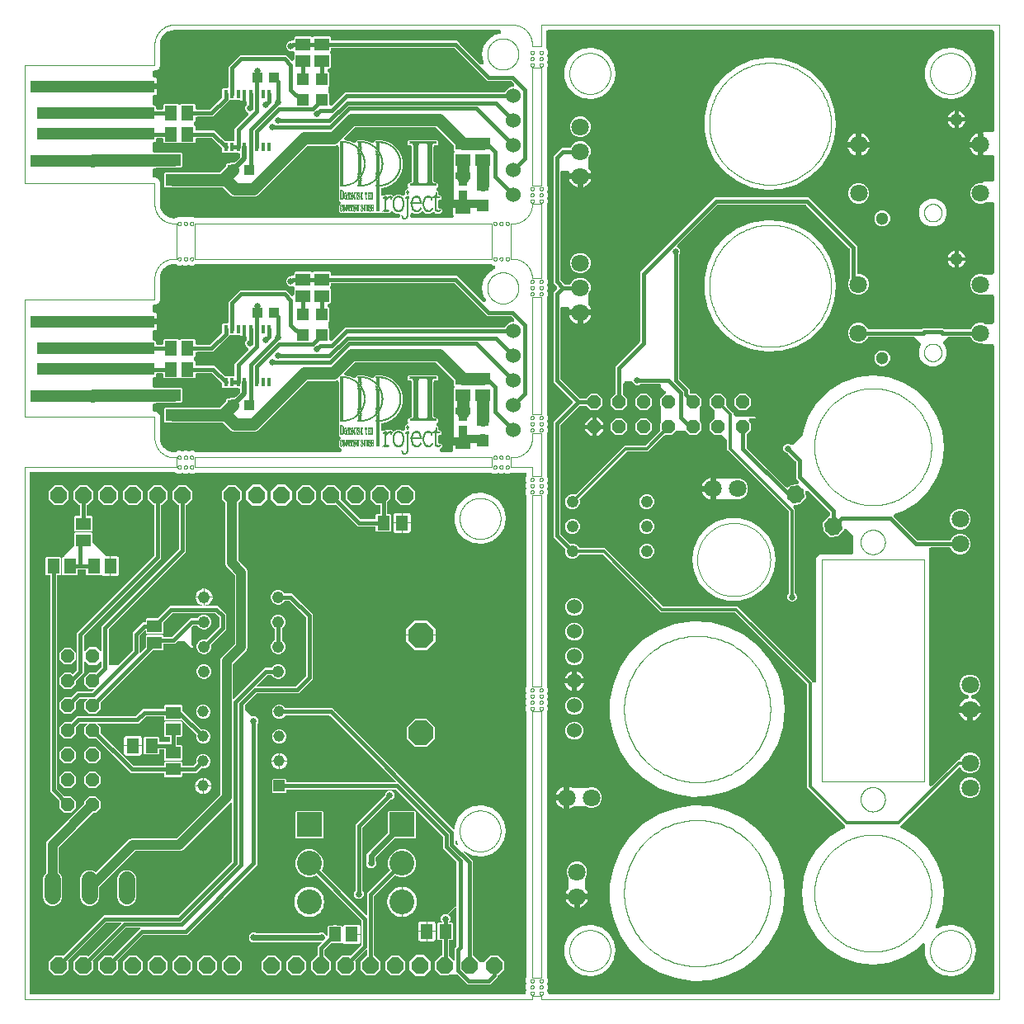
<source format=gtl>
G04 EAGLE Gerber X2 export*
%TF.Part,Single*%
%TF.FileFunction,Other,Top Layer*%
%TF.FilePolarity,Positive*%
%TF.GenerationSoftware,Autodesk,EAGLE,9.4.0*%
%TF.CreationDate,2019-06-19T15:44:25Z*%
G75*
%MOMM*%
%FSLAX34Y34*%
%LPD*%
%INTop Layer*%
%AMOC8*
5,1,8,0,0,1.08239X$1,22.5*%
G01*
%ADD10C,0.050000*%
%ADD11C,0.076200*%
%ADD12C,0.000000*%
%ADD13R,1.500000X1.300000*%
%ADD14R,1.300000X1.500000*%
%ADD15C,1.219200*%
%ADD16R,1.159000X1.159000*%
%ADD17C,1.159000*%
%ADD18C,1.676400*%
%ADD19P,1.484606X8X292.500000*%
%ADD20P,1.814519X8X202.500000*%
%ADD21P,2.749271X8X112.500000*%
%ADD22C,1.524000*%
%ADD23C,1.800000*%
%ADD24C,1.300000*%
%ADD25P,1.484606X8X202.500000*%
%ADD26P,1.924489X8X162.500000*%
%ADD27R,12.700000X1.270000*%
%ADD28R,12.065000X1.270000*%
%ADD29R,0.406400X0.914400*%
%ADD30R,1.200000X1.200000*%
%ADD31R,1.100000X1.000000*%
%ADD32R,1.500000X1.200000*%
%ADD33R,0.406400X0.812800*%
%ADD34R,0.304800X0.609600*%
%ADD35R,0.150000X0.006000*%
%ADD36R,0.198000X0.006000*%
%ADD37R,0.240000X0.006000*%
%ADD38R,0.276000X0.006000*%
%ADD39R,0.300000X0.006000*%
%ADD40R,0.330000X0.006000*%
%ADD41R,0.354000X0.006000*%
%ADD42R,0.372000X0.006000*%
%ADD43R,0.390000X0.006000*%
%ADD44R,0.414000X0.006000*%
%ADD45R,0.426000X0.006000*%
%ADD46R,0.444000X0.006000*%
%ADD47R,0.462000X0.006000*%
%ADD48R,0.474000X0.006000*%
%ADD49R,0.486000X0.006000*%
%ADD50R,0.498000X0.006000*%
%ADD51R,0.510000X0.006000*%
%ADD52R,0.522000X0.006000*%
%ADD53R,0.246000X0.006000*%
%ADD54R,0.234000X0.006000*%
%ADD55R,0.228000X0.006000*%
%ADD56R,0.216000X0.006000*%
%ADD57R,0.204000X0.006000*%
%ADD58R,0.222000X0.006000*%
%ADD59R,0.192000X0.006000*%
%ADD60R,0.210000X0.006000*%
%ADD61R,0.186000X0.006000*%
%ADD62R,0.180000X0.006000*%
%ADD63R,0.168000X0.006000*%
%ADD64R,0.162000X0.006000*%
%ADD65R,0.144000X0.006000*%
%ADD66R,0.132000X0.006000*%
%ADD67R,0.120000X0.006000*%
%ADD68R,0.108000X0.006000*%
%ADD69R,0.096000X0.006000*%
%ADD70R,0.072000X0.006000*%
%ADD71R,0.036000X0.006000*%
%ADD72R,0.282000X0.006000*%
%ADD73R,0.258000X0.006000*%
%ADD74R,0.342000X0.006000*%
%ADD75R,0.252000X0.006000*%
%ADD76R,0.384000X0.006000*%
%ADD77R,0.348000X0.006000*%
%ADD78R,0.336000X0.006000*%
%ADD79R,0.288000X0.006000*%
%ADD80R,0.324000X0.006000*%
%ADD81R,0.012000X0.006000*%
%ADD82R,0.420000X0.006000*%
%ADD83R,0.402000X0.006000*%
%ADD84R,0.054000X0.006000*%
%ADD85R,0.060000X0.006000*%
%ADD86R,0.066000X0.006000*%
%ADD87R,0.588000X0.006000*%
%ADD88R,0.492000X0.006000*%
%ADD89R,0.438000X0.006000*%
%ADD90R,0.366000X0.006000*%
%ADD91R,0.078000X0.006000*%
%ADD92R,0.090000X0.006000*%
%ADD93R,0.018000X0.006000*%
%ADD94R,0.084000X0.006000*%
%ADD95R,0.024000X0.006000*%
%ADD96R,0.030000X0.006000*%
%ADD97R,0.360000X0.006000*%
%ADD98R,0.594000X0.006000*%
%ADD99R,0.528000X0.006000*%
%ADD100R,0.396000X0.006000*%
%ADD101R,0.102000X0.006000*%
%ADD102R,0.114000X0.006000*%
%ADD103R,0.042000X0.006000*%
%ADD104R,0.552000X0.006000*%
%ADD105R,0.408000X0.006000*%
%ADD106R,0.126000X0.006000*%
%ADD107R,0.156000X0.006000*%
%ADD108R,0.576000X0.006000*%
%ADD109R,0.504000X0.006000*%
%ADD110R,0.432000X0.006000*%
%ADD111R,0.048000X0.006000*%
%ADD112R,0.600000X0.006000*%
%ADD113R,0.546000X0.006000*%
%ADD114R,0.450000X0.006000*%
%ADD115R,0.174000X0.006000*%
%ADD116R,0.624000X0.006000*%
%ADD117R,0.558000X0.006000*%
%ADD118R,0.642000X0.006000*%
%ADD119R,0.582000X0.006000*%
%ADD120R,0.564000X0.006000*%
%ADD121R,0.480000X0.006000*%
%ADD122R,0.666000X0.006000*%
%ADD123R,0.684000X0.006000*%
%ADD124R,0.618000X0.006000*%
%ADD125R,0.702000X0.006000*%
%ADD126R,0.636000X0.006000*%
%ADD127R,0.714000X0.006000*%
%ADD128R,0.648000X0.006000*%
%ADD129R,0.534000X0.006000*%
%ADD130R,0.732000X0.006000*%
%ADD131R,0.306000X0.006000*%
%ADD132R,0.318000X0.006000*%
%ADD133R,0.678000X0.006000*%
%ADD134R,0.660000X0.006000*%
%ADD135R,0.270000X0.006000*%
%ADD136R,0.294000X0.006000*%
%ADD137R,0.264000X0.006000*%
%ADD138R,0.138000X0.006000*%
%ADD139R,0.006000X0.006000*%
%ADD140R,1.104000X0.006000*%
%ADD141R,1.110000X0.006000*%
%ADD142R,1.116000X0.006000*%
%ADD143R,0.312000X0.006000*%
%ADD144R,0.378000X0.006000*%
%ADD145R,0.762000X0.006000*%
%ADD146R,0.630000X0.006000*%
%ADD147R,0.612000X0.006000*%
%ADD148R,0.570000X0.006000*%
%ADD149R,0.606000X0.006000*%
%ADD150R,0.516000X0.006000*%
%ADD151R,0.756000X0.006000*%
%ADD152R,0.750000X0.006000*%
%ADD153R,0.654000X0.006000*%
%ADD154R,0.672000X0.006000*%
%ADD155R,0.708000X0.006000*%
%ADD156R,0.744000X0.006000*%
%ADD157R,0.738000X0.006000*%
%ADD158R,0.768000X0.006000*%
%ADD159R,0.786000X0.006000*%
%ADD160R,2.760000X0.006000*%
%ADD161R,0.822000X0.006000*%
%ADD162R,0.846000X0.006000*%
%ADD163R,2.772000X0.006000*%
%ADD164R,0.810000X0.006000*%
%ADD165R,0.864000X0.006000*%
%ADD166R,0.828000X0.006000*%
%ADD167R,0.894000X0.006000*%
%ADD168R,0.888000X0.006000*%
%ADD169R,0.912000X0.006000*%
%ADD170R,0.906000X0.006000*%
%ADD171R,0.930000X0.006000*%
%ADD172R,0.924000X0.006000*%
%ADD173R,0.954000X0.006000*%
%ADD174R,0.990000X0.006000*%
%ADD175R,0.984000X0.006000*%
%ADD176R,0.900000X0.006000*%
%ADD177R,0.852000X0.006000*%
%ADD178R,0.858000X0.006000*%
%ADD179R,0.726000X0.006000*%
%ADD180R,0.690000X0.006000*%
%ADD181R,0.540000X0.006000*%
%ADD182R,0.696000X0.006000*%
%ADD183R,0.720000X0.006000*%
%ADD184R,0.774000X0.006000*%
%ADD185R,0.792000X0.006000*%
%ADD186R,0.798000X0.006000*%
%ADD187R,0.834000X0.006000*%
%ADD188R,0.870000X0.006000*%
%ADD189R,0.876000X0.006000*%
%ADD190R,0.942000X0.006000*%
%ADD191R,0.936000X0.006000*%
%ADD192R,2.784000X0.006000*%
%ADD193R,2.790000X0.006000*%
%ADD194R,0.456000X0.006000*%
%ADD195R,0.468000X0.006000*%
%ADD196R,0.966000X0.006000*%
%ADD197R,0.948000X0.006000*%
%ADD198R,0.882000X0.006000*%
%ADD199R,0.816000X0.006000*%
%ADD200R,2.778000X0.006000*%
%ADD201R,2.550000X2.550000*%
%ADD202C,2.550000*%
%ADD203C,1.016000*%
%ADD204C,0.654800*%
%ADD205C,0.406400*%
%ADD206C,0.609600*%
%ADD207C,0.304800*%
%ADD208C,0.812800*%
%ADD209C,1.270000*%
%ADD210C,0.508000*%

G36*
X992656Y5333D02*
X992656Y5333D01*
X992674Y5331D01*
X992856Y5352D01*
X993039Y5371D01*
X993056Y5376D01*
X993073Y5378D01*
X993248Y5435D01*
X993424Y5489D01*
X993439Y5497D01*
X993456Y5503D01*
X993616Y5593D01*
X993778Y5681D01*
X993791Y5692D01*
X993807Y5701D01*
X993946Y5821D01*
X994087Y5938D01*
X994098Y5952D01*
X994112Y5964D01*
X994224Y6109D01*
X994339Y6252D01*
X994347Y6268D01*
X994358Y6282D01*
X994440Y6446D01*
X994525Y6609D01*
X994530Y6626D01*
X994538Y6642D01*
X994585Y6821D01*
X994636Y6996D01*
X994638Y7014D01*
X994642Y7031D01*
X994669Y7362D01*
X994669Y670306D01*
X994667Y670324D01*
X994669Y670342D01*
X994648Y670524D01*
X994629Y670707D01*
X994624Y670724D01*
X994622Y670741D01*
X994565Y670916D01*
X994511Y671092D01*
X994503Y671107D01*
X994497Y671124D01*
X994407Y671284D01*
X994319Y671446D01*
X994308Y671459D01*
X994299Y671475D01*
X994179Y671614D01*
X994062Y671755D01*
X994048Y671766D01*
X994036Y671780D01*
X993892Y671892D01*
X993748Y672007D01*
X993732Y672015D01*
X993718Y672026D01*
X993553Y672108D01*
X993391Y672193D01*
X993374Y672198D01*
X993358Y672206D01*
X993179Y672253D01*
X993004Y672304D01*
X992986Y672306D01*
X992969Y672310D01*
X992638Y672337D01*
X983934Y672337D01*
X983641Y672630D01*
X983620Y672647D01*
X983603Y672668D01*
X983465Y672775D01*
X983329Y672885D01*
X983306Y672898D01*
X983285Y672914D01*
X983128Y672992D01*
X982974Y673074D01*
X982948Y673082D01*
X982924Y673094D01*
X982755Y673139D01*
X982588Y673189D01*
X982561Y673191D01*
X982535Y673198D01*
X982205Y673225D01*
X978556Y673225D01*
X974688Y674828D01*
X971728Y677788D01*
X971251Y678939D01*
X971240Y678959D01*
X971233Y678980D01*
X971145Y679137D01*
X971061Y679294D01*
X971046Y679311D01*
X971035Y679331D01*
X970918Y679467D01*
X970804Y679605D01*
X970787Y679619D01*
X970772Y679636D01*
X970631Y679745D01*
X970492Y679858D01*
X970472Y679869D01*
X970454Y679882D01*
X970294Y679962D01*
X970135Y680045D01*
X970114Y680052D01*
X970094Y680062D01*
X969920Y680108D01*
X969749Y680158D01*
X969726Y680160D01*
X969705Y680166D01*
X969374Y680193D01*
X948813Y680193D01*
X948787Y680191D01*
X948760Y680193D01*
X948586Y680171D01*
X948413Y680153D01*
X948387Y680146D01*
X948361Y680142D01*
X948195Y680087D01*
X948028Y680035D01*
X948004Y680022D01*
X947979Y680014D01*
X947828Y679927D01*
X947674Y679843D01*
X947653Y679826D01*
X947630Y679813D01*
X947377Y679598D01*
X943082Y675304D01*
X943071Y675290D01*
X943057Y675278D01*
X942943Y675134D01*
X942827Y674992D01*
X942819Y674976D01*
X942808Y674962D01*
X942724Y674798D01*
X942639Y674636D01*
X942633Y674619D01*
X942625Y674603D01*
X942576Y674426D01*
X942524Y674250D01*
X942522Y674233D01*
X942517Y674215D01*
X942504Y674032D01*
X942487Y673849D01*
X942489Y673832D01*
X942488Y673814D01*
X942511Y673633D01*
X942531Y673449D01*
X942536Y673432D01*
X942538Y673414D01*
X942597Y673241D01*
X942652Y673065D01*
X942661Y673050D01*
X942667Y673033D01*
X942759Y672873D01*
X942847Y672713D01*
X942859Y672699D01*
X942868Y672684D01*
X943082Y672431D01*
X943787Y671726D01*
X945931Y666551D01*
X945931Y660949D01*
X943787Y655774D01*
X939826Y651813D01*
X934651Y649669D01*
X929049Y649669D01*
X923874Y651813D01*
X919913Y655774D01*
X917769Y660949D01*
X917769Y666551D01*
X919725Y671273D01*
X919732Y671294D01*
X919742Y671314D01*
X919790Y671486D01*
X919842Y671658D01*
X919844Y671680D01*
X919850Y671702D01*
X919863Y671881D01*
X919880Y672059D01*
X919878Y672081D01*
X919879Y672103D01*
X919857Y672282D01*
X919838Y672459D01*
X919832Y672481D01*
X919829Y672503D01*
X919772Y672672D01*
X919718Y672844D01*
X919708Y672863D01*
X919701Y672885D01*
X919611Y673040D01*
X919525Y673197D01*
X919511Y673214D01*
X919500Y673233D01*
X919285Y673486D01*
X913173Y679598D01*
X913152Y679615D01*
X913135Y679636D01*
X912997Y679743D01*
X912861Y679853D01*
X912838Y679866D01*
X912817Y679882D01*
X912660Y679960D01*
X912506Y680042D01*
X912480Y680050D01*
X912456Y680062D01*
X912287Y680107D01*
X912120Y680157D01*
X912093Y680159D01*
X912067Y680166D01*
X911737Y680193D01*
X866926Y680193D01*
X866904Y680191D01*
X866881Y680193D01*
X866704Y680171D01*
X866525Y680153D01*
X866504Y680147D01*
X866482Y680144D01*
X866312Y680088D01*
X866140Y680035D01*
X866121Y680025D01*
X866100Y680018D01*
X865944Y679929D01*
X865786Y679843D01*
X865769Y679829D01*
X865750Y679818D01*
X865615Y679701D01*
X865477Y679586D01*
X865463Y679568D01*
X865446Y679554D01*
X865337Y679412D01*
X865225Y679272D01*
X865214Y679252D01*
X865201Y679234D01*
X865049Y678939D01*
X864572Y677788D01*
X861612Y674828D01*
X858296Y673454D01*
X857744Y673225D01*
X853556Y673225D01*
X849688Y674828D01*
X846728Y677788D01*
X845125Y681656D01*
X845125Y685844D01*
X846728Y689712D01*
X849688Y692672D01*
X853556Y694275D01*
X857744Y694275D01*
X861612Y692672D01*
X864572Y689712D01*
X865049Y688561D01*
X865060Y688541D01*
X865067Y688520D01*
X865155Y688363D01*
X865239Y688206D01*
X865254Y688189D01*
X865265Y688169D01*
X865382Y688033D01*
X865496Y687895D01*
X865513Y687881D01*
X865528Y687864D01*
X865669Y687755D01*
X865808Y687642D01*
X865828Y687631D01*
X865846Y687618D01*
X866006Y687538D01*
X866165Y687455D01*
X866186Y687448D01*
X866206Y687438D01*
X866380Y687392D01*
X866551Y687342D01*
X866574Y687340D01*
X866595Y687334D01*
X866926Y687307D01*
X919565Y687307D01*
X919592Y687309D01*
X919619Y687307D01*
X919793Y687329D01*
X919966Y687347D01*
X919991Y687354D01*
X920018Y687358D01*
X920184Y687413D01*
X920351Y687465D01*
X920374Y687478D01*
X920400Y687486D01*
X920551Y687573D01*
X920705Y687657D01*
X920725Y687674D01*
X920749Y687687D01*
X921002Y687902D01*
X921599Y688499D01*
X942101Y688499D01*
X942698Y687902D01*
X942719Y687885D01*
X942737Y687864D01*
X942875Y687757D01*
X943010Y687647D01*
X943034Y687634D01*
X943055Y687618D01*
X943212Y687540D01*
X943366Y687458D01*
X943391Y687450D01*
X943415Y687438D01*
X943585Y687393D01*
X943752Y687343D01*
X943778Y687341D01*
X943804Y687334D01*
X944135Y687307D01*
X969374Y687307D01*
X969396Y687309D01*
X969419Y687307D01*
X969596Y687329D01*
X969775Y687347D01*
X969796Y687353D01*
X969818Y687356D01*
X969988Y687412D01*
X970160Y687465D01*
X970179Y687475D01*
X970200Y687482D01*
X970356Y687571D01*
X970514Y687657D01*
X970531Y687671D01*
X970550Y687682D01*
X970685Y687799D01*
X970823Y687914D01*
X970837Y687932D01*
X970854Y687946D01*
X970963Y688088D01*
X971075Y688228D01*
X971086Y688248D01*
X971099Y688266D01*
X971251Y688561D01*
X971728Y689712D01*
X974688Y692672D01*
X978556Y694275D01*
X982744Y694275D01*
X985658Y693067D01*
X985688Y693058D01*
X985716Y693044D01*
X985881Y693000D01*
X986044Y692951D01*
X986075Y692948D01*
X986105Y692940D01*
X986436Y692913D01*
X992638Y692913D01*
X992656Y692915D01*
X992674Y692913D01*
X992856Y692934D01*
X993039Y692953D01*
X993056Y692958D01*
X993073Y692960D01*
X993248Y693017D01*
X993424Y693071D01*
X993439Y693079D01*
X993456Y693085D01*
X993616Y693175D01*
X993778Y693263D01*
X993791Y693274D01*
X993807Y693283D01*
X993946Y693403D01*
X994087Y693520D01*
X994098Y693534D01*
X994112Y693546D01*
X994224Y693691D01*
X994339Y693834D01*
X994347Y693850D01*
X994358Y693864D01*
X994440Y694029D01*
X994525Y694191D01*
X994530Y694208D01*
X994538Y694224D01*
X994585Y694403D01*
X994636Y694578D01*
X994638Y694596D01*
X994642Y694613D01*
X994669Y694944D01*
X994669Y721106D01*
X994667Y721124D01*
X994669Y721142D01*
X994648Y721324D01*
X994629Y721507D01*
X994624Y721524D01*
X994622Y721541D01*
X994565Y721716D01*
X994511Y721892D01*
X994503Y721907D01*
X994497Y721924D01*
X994407Y722084D01*
X994319Y722246D01*
X994308Y722259D01*
X994299Y722275D01*
X994179Y722414D01*
X994062Y722555D01*
X994048Y722566D01*
X994036Y722580D01*
X993891Y722692D01*
X993748Y722807D01*
X993732Y722815D01*
X993718Y722826D01*
X993553Y722908D01*
X993391Y722993D01*
X993374Y722998D01*
X993358Y723006D01*
X993179Y723053D01*
X993004Y723104D01*
X992986Y723106D01*
X992969Y723110D01*
X992638Y723137D01*
X983562Y723137D01*
X983555Y723139D01*
X983388Y723189D01*
X983361Y723191D01*
X983335Y723198D01*
X983005Y723225D01*
X978556Y723225D01*
X974688Y724828D01*
X971728Y727788D01*
X970125Y731656D01*
X970125Y735844D01*
X971728Y739712D01*
X974688Y742672D01*
X978556Y744275D01*
X982743Y744275D01*
X983727Y743867D01*
X983757Y743858D01*
X983785Y743844D01*
X983950Y743800D01*
X984112Y743751D01*
X984143Y743748D01*
X984174Y743740D01*
X984504Y743713D01*
X992638Y743713D01*
X992656Y743715D01*
X992674Y743713D01*
X992856Y743734D01*
X993039Y743753D01*
X993056Y743758D01*
X993073Y743760D01*
X993248Y743817D01*
X993424Y743871D01*
X993439Y743879D01*
X993456Y743885D01*
X993616Y743975D01*
X993778Y744063D01*
X993791Y744074D01*
X993807Y744083D01*
X993946Y744203D01*
X994087Y744320D01*
X994098Y744334D01*
X994112Y744346D01*
X994224Y744491D01*
X994339Y744634D01*
X994347Y744650D01*
X994358Y744664D01*
X994440Y744829D01*
X994525Y744991D01*
X994530Y745008D01*
X994538Y745024D01*
X994585Y745203D01*
X994636Y745378D01*
X994638Y745396D01*
X994642Y745413D01*
X994669Y745744D01*
X994669Y816356D01*
X994667Y816374D01*
X994669Y816392D01*
X994648Y816574D01*
X994629Y816757D01*
X994624Y816774D01*
X994622Y816791D01*
X994565Y816966D01*
X994511Y817142D01*
X994503Y817157D01*
X994497Y817174D01*
X994407Y817334D01*
X994319Y817496D01*
X994308Y817509D01*
X994299Y817525D01*
X994179Y817664D01*
X994062Y817805D01*
X994048Y817816D01*
X994036Y817830D01*
X993891Y817942D01*
X993748Y818057D01*
X993732Y818065D01*
X993718Y818076D01*
X993553Y818158D01*
X993391Y818243D01*
X993374Y818248D01*
X993358Y818256D01*
X993179Y818303D01*
X993004Y818354D01*
X992986Y818356D01*
X992969Y818360D01*
X992638Y818387D01*
X987413Y818387D01*
X987382Y818384D01*
X987351Y818386D01*
X987181Y818364D01*
X987012Y818347D01*
X986983Y818338D01*
X986952Y818334D01*
X986636Y818233D01*
X982804Y816645D01*
X978616Y816645D01*
X974748Y818248D01*
X971788Y821208D01*
X970185Y825076D01*
X970185Y829264D01*
X971788Y833132D01*
X974748Y836092D01*
X978616Y837695D01*
X981825Y837695D01*
X981851Y837697D01*
X981878Y837695D01*
X982052Y837717D01*
X982225Y837735D01*
X982251Y837742D01*
X982277Y837746D01*
X982443Y837802D01*
X982610Y837853D01*
X982634Y837866D01*
X982659Y837874D01*
X982810Y837961D01*
X982964Y838045D01*
X982985Y838062D01*
X983008Y838075D01*
X983261Y838290D01*
X983934Y838963D01*
X992638Y838963D01*
X992656Y838965D01*
X992674Y838963D01*
X992856Y838984D01*
X993039Y839003D01*
X993056Y839008D01*
X993073Y839010D01*
X993248Y839067D01*
X993424Y839121D01*
X993439Y839129D01*
X993456Y839135D01*
X993616Y839225D01*
X993778Y839313D01*
X993791Y839324D01*
X993807Y839333D01*
X993946Y839453D01*
X994087Y839570D01*
X994098Y839584D01*
X994112Y839596D01*
X994224Y839741D01*
X994339Y839884D01*
X994347Y839900D01*
X994358Y839914D01*
X994440Y840079D01*
X994525Y840241D01*
X994530Y840258D01*
X994538Y840274D01*
X994585Y840453D01*
X994636Y840628D01*
X994638Y840646D01*
X994642Y840663D01*
X994669Y840994D01*
X994669Y864616D01*
X994667Y864634D01*
X994669Y864652D01*
X994648Y864834D01*
X994629Y865017D01*
X994624Y865034D01*
X994622Y865051D01*
X994565Y865226D01*
X994511Y865402D01*
X994503Y865417D01*
X994497Y865434D01*
X994407Y865594D01*
X994319Y865756D01*
X994308Y865769D01*
X994299Y865785D01*
X994179Y865924D01*
X994062Y866065D01*
X994048Y866076D01*
X994036Y866090D01*
X993891Y866202D01*
X993748Y866317D01*
X993732Y866325D01*
X993718Y866336D01*
X993553Y866418D01*
X993391Y866503D01*
X993374Y866508D01*
X993358Y866516D01*
X993179Y866563D01*
X993004Y866614D01*
X992986Y866616D01*
X992969Y866620D01*
X992638Y866647D01*
X985966Y866647D01*
X985856Y866636D01*
X985745Y866635D01*
X985656Y866616D01*
X985566Y866607D01*
X985460Y866575D01*
X985351Y866552D01*
X985251Y866511D01*
X985250Y866511D01*
X985181Y866489D01*
X985175Y866486D01*
X983709Y866010D01*
X983709Y866031D01*
X983707Y866057D01*
X983709Y866084D01*
X983687Y866257D01*
X983669Y866431D01*
X983662Y866457D01*
X983658Y866484D01*
X983602Y866649D01*
X983551Y866816D01*
X983538Y866840D01*
X983530Y866865D01*
X983487Y866939D01*
X983487Y867887D01*
X983558Y868020D01*
X983566Y868046D01*
X983578Y868070D01*
X983623Y868239D01*
X983673Y868406D01*
X983675Y868433D01*
X983682Y868459D01*
X983709Y868789D01*
X983709Y876202D01*
X983707Y876220D01*
X983709Y876237D01*
X983688Y876420D01*
X983669Y876602D01*
X983664Y876619D01*
X983662Y876637D01*
X983605Y876812D01*
X983551Y876987D01*
X983543Y877003D01*
X983537Y877020D01*
X983453Y877169D01*
X983480Y877223D01*
X983565Y877386D01*
X983570Y877403D01*
X983578Y877419D01*
X983625Y877597D01*
X983676Y877772D01*
X983678Y877790D01*
X983682Y877807D01*
X983709Y878138D01*
X983709Y887621D01*
X983707Y887647D01*
X983709Y887674D01*
X983687Y887847D01*
X983669Y888021D01*
X983662Y888047D01*
X983658Y888074D01*
X983602Y888239D01*
X983551Y888406D01*
X983538Y888430D01*
X983530Y888455D01*
X983487Y888529D01*
X983487Y889316D01*
X983934Y889763D01*
X992638Y889763D01*
X992656Y889765D01*
X992674Y889763D01*
X992856Y889784D01*
X993039Y889803D01*
X993056Y889808D01*
X993073Y889810D01*
X993248Y889867D01*
X993424Y889921D01*
X993439Y889929D01*
X993456Y889935D01*
X993616Y890025D01*
X993778Y890113D01*
X993791Y890124D01*
X993807Y890133D01*
X993946Y890253D01*
X994087Y890370D01*
X994098Y890384D01*
X994112Y890396D01*
X994224Y890541D01*
X994339Y890684D01*
X994347Y890700D01*
X994358Y890714D01*
X994440Y890879D01*
X994525Y891041D01*
X994530Y891058D01*
X994538Y891074D01*
X994585Y891253D01*
X994636Y891428D01*
X994638Y891446D01*
X994642Y891463D01*
X994669Y891794D01*
X994669Y992638D01*
X994667Y992656D01*
X994669Y992674D01*
X994648Y992856D01*
X994629Y993039D01*
X994624Y993056D01*
X994622Y993073D01*
X994565Y993248D01*
X994511Y993424D01*
X994503Y993439D01*
X994497Y993456D01*
X994407Y993616D01*
X994319Y993778D01*
X994308Y993791D01*
X994299Y993807D01*
X994179Y993946D01*
X994062Y994087D01*
X994048Y994098D01*
X994036Y994112D01*
X993891Y994224D01*
X993748Y994339D01*
X993732Y994347D01*
X993718Y994358D01*
X993553Y994440D01*
X993391Y994525D01*
X993374Y994530D01*
X993358Y994538D01*
X993179Y994585D01*
X993004Y994636D01*
X992986Y994638D01*
X992969Y994642D01*
X992638Y994669D01*
X537362Y994669D01*
X537344Y994667D01*
X537326Y994669D01*
X537144Y994648D01*
X536961Y994629D01*
X536944Y994624D01*
X536927Y994622D01*
X536752Y994565D01*
X536576Y994511D01*
X536561Y994503D01*
X536544Y994497D01*
X536384Y994407D01*
X536222Y994319D01*
X536209Y994308D01*
X536193Y994299D01*
X536054Y994179D01*
X535913Y994062D01*
X535902Y994048D01*
X535888Y994036D01*
X535776Y993891D01*
X535661Y993748D01*
X535653Y993732D01*
X535642Y993718D01*
X535560Y993553D01*
X535475Y993391D01*
X535470Y993374D01*
X535462Y993358D01*
X535415Y993179D01*
X535364Y993004D01*
X535362Y992986D01*
X535358Y992969D01*
X535331Y992638D01*
X535331Y976721D01*
X535333Y976694D01*
X535331Y976667D01*
X535353Y976494D01*
X535371Y976320D01*
X535379Y976294D01*
X535382Y976268D01*
X535438Y976102D01*
X535489Y975935D01*
X535502Y975912D01*
X535510Y975886D01*
X535598Y975734D01*
X535681Y975581D01*
X535698Y975561D01*
X535711Y975537D01*
X535771Y975466D01*
X536831Y972909D01*
X536831Y970191D01*
X536400Y969152D01*
X536393Y969127D01*
X536381Y969103D01*
X536335Y968934D01*
X536284Y968767D01*
X536281Y968740D01*
X536274Y968714D01*
X536262Y968540D01*
X536246Y968366D01*
X536249Y968340D01*
X536247Y968313D01*
X536269Y968138D01*
X536287Y967966D01*
X536295Y967940D01*
X536299Y967914D01*
X536400Y967598D01*
X536831Y966559D01*
X536831Y963841D01*
X536400Y962802D01*
X536393Y962777D01*
X536381Y962753D01*
X536335Y962585D01*
X536284Y962417D01*
X536281Y962390D01*
X536274Y962364D01*
X536262Y962190D01*
X536246Y962016D01*
X536249Y961990D01*
X536247Y961963D01*
X536269Y961789D01*
X536287Y961616D01*
X536295Y961590D01*
X536299Y961564D01*
X536400Y961248D01*
X536831Y960209D01*
X536831Y957491D01*
X535841Y955103D01*
X535832Y955073D01*
X535818Y955045D01*
X535774Y954880D01*
X535725Y954717D01*
X535722Y954686D01*
X535714Y954656D01*
X535687Y954325D01*
X535687Y836375D01*
X535690Y836344D01*
X535688Y836312D01*
X535710Y836143D01*
X535727Y835974D01*
X535736Y835944D01*
X535740Y835913D01*
X535841Y835597D01*
X536831Y833209D01*
X536831Y830491D01*
X536400Y829452D01*
X536393Y829427D01*
X536381Y829403D01*
X536335Y829234D01*
X536284Y829067D01*
X536281Y829040D01*
X536274Y829014D01*
X536262Y828840D01*
X536246Y828666D01*
X536249Y828640D01*
X536247Y828613D01*
X536269Y828438D01*
X536287Y828266D01*
X536295Y828240D01*
X536299Y828214D01*
X536400Y827898D01*
X536831Y826859D01*
X536831Y824141D01*
X536400Y823102D01*
X536393Y823077D01*
X536381Y823053D01*
X536335Y822884D01*
X536284Y822717D01*
X536281Y822690D01*
X536274Y822664D01*
X536262Y822490D01*
X536246Y822316D01*
X536249Y822290D01*
X536247Y822263D01*
X536270Y822088D01*
X536287Y821916D01*
X536295Y821890D01*
X536299Y821864D01*
X536400Y821548D01*
X536831Y820509D01*
X536831Y817791D01*
X535841Y815403D01*
X535832Y815373D01*
X535818Y815345D01*
X535774Y815180D01*
X535725Y815017D01*
X535722Y814986D01*
X535714Y814956D01*
X535687Y814625D01*
X535687Y741125D01*
X535690Y741094D01*
X535688Y741062D01*
X535710Y740893D01*
X535727Y740724D01*
X535736Y740694D01*
X535740Y740663D01*
X535841Y740347D01*
X536831Y737959D01*
X536831Y735241D01*
X536400Y734202D01*
X536393Y734177D01*
X536381Y734153D01*
X536335Y733985D01*
X536284Y733817D01*
X536281Y733790D01*
X536274Y733764D01*
X536262Y733590D01*
X536246Y733416D01*
X536249Y733390D01*
X536247Y733363D01*
X536269Y733189D01*
X536287Y733016D01*
X536295Y732990D01*
X536299Y732964D01*
X536400Y732648D01*
X536831Y731609D01*
X536831Y728891D01*
X536400Y727852D01*
X536393Y727827D01*
X536381Y727803D01*
X536335Y727635D01*
X536284Y727467D01*
X536281Y727440D01*
X536274Y727414D01*
X536262Y727240D01*
X536246Y727066D01*
X536249Y727040D01*
X536247Y727013D01*
X536269Y726839D01*
X536287Y726666D01*
X536295Y726640D01*
X536299Y726614D01*
X536400Y726298D01*
X536831Y725259D01*
X536831Y722541D01*
X535841Y720153D01*
X535832Y720123D01*
X535818Y720095D01*
X535774Y719930D01*
X535725Y719767D01*
X535722Y719736D01*
X535714Y719706D01*
X535687Y719375D01*
X535687Y601425D01*
X535690Y601394D01*
X535688Y601362D01*
X535710Y601193D01*
X535727Y601024D01*
X535736Y600994D01*
X535740Y600963D01*
X535841Y600647D01*
X536831Y598259D01*
X536831Y595541D01*
X536400Y594502D01*
X536393Y594477D01*
X536381Y594453D01*
X536335Y594285D01*
X536284Y594117D01*
X536281Y594090D01*
X536274Y594064D01*
X536262Y593890D01*
X536246Y593716D01*
X536249Y593690D01*
X536247Y593663D01*
X536269Y593489D01*
X536287Y593316D01*
X536295Y593290D01*
X536299Y593264D01*
X536400Y592948D01*
X536831Y591909D01*
X536831Y589191D01*
X536400Y588152D01*
X536393Y588127D01*
X536381Y588103D01*
X536334Y587934D01*
X536284Y587767D01*
X536281Y587740D01*
X536274Y587714D01*
X536262Y587540D01*
X536246Y587366D01*
X536249Y587340D01*
X536247Y587313D01*
X536269Y587138D01*
X536287Y586966D01*
X536295Y586940D01*
X536299Y586914D01*
X536400Y586598D01*
X536831Y585559D01*
X536831Y582841D01*
X535841Y580453D01*
X535832Y580423D01*
X535818Y580395D01*
X535774Y580230D01*
X535725Y580067D01*
X535722Y580036D01*
X535714Y580006D01*
X535687Y579675D01*
X535687Y537925D01*
X535690Y537894D01*
X535688Y537862D01*
X535710Y537693D01*
X535727Y537524D01*
X535736Y537494D01*
X535740Y537463D01*
X535841Y537147D01*
X536831Y534759D01*
X536831Y532041D01*
X536400Y531002D01*
X536393Y530977D01*
X536381Y530953D01*
X536335Y530785D01*
X536284Y530617D01*
X536281Y530590D01*
X536274Y530564D01*
X536262Y530390D01*
X536246Y530216D01*
X536249Y530190D01*
X536247Y530163D01*
X536269Y529989D01*
X536287Y529816D01*
X536295Y529790D01*
X536299Y529764D01*
X536400Y529448D01*
X536831Y528409D01*
X536831Y525691D01*
X536400Y524652D01*
X536393Y524627D01*
X536381Y524603D01*
X536335Y524434D01*
X536284Y524267D01*
X536281Y524240D01*
X536274Y524214D01*
X536262Y524040D01*
X536246Y523866D01*
X536249Y523840D01*
X536247Y523813D01*
X536269Y523638D01*
X536287Y523466D01*
X536295Y523440D01*
X536299Y523414D01*
X536400Y523098D01*
X536831Y522059D01*
X536831Y519341D01*
X535841Y516953D01*
X535832Y516923D01*
X535818Y516895D01*
X535774Y516730D01*
X535725Y516567D01*
X535722Y516536D01*
X535714Y516506D01*
X535687Y516175D01*
X535687Y322025D01*
X535690Y321994D01*
X535688Y321962D01*
X535710Y321793D01*
X535727Y321624D01*
X535736Y321594D01*
X535740Y321563D01*
X535841Y321247D01*
X536831Y318859D01*
X536831Y316141D01*
X536400Y315102D01*
X536393Y315077D01*
X536381Y315053D01*
X536335Y314885D01*
X536284Y314717D01*
X536281Y314690D01*
X536274Y314664D01*
X536262Y314490D01*
X536246Y314316D01*
X536249Y314290D01*
X536247Y314263D01*
X536269Y314089D01*
X536287Y313916D01*
X536295Y313890D01*
X536299Y313864D01*
X536400Y313548D01*
X536831Y312509D01*
X536831Y309791D01*
X536400Y308752D01*
X536398Y308745D01*
X536395Y308740D01*
X536390Y308722D01*
X536381Y308703D01*
X536335Y308535D01*
X536284Y308367D01*
X536281Y308340D01*
X536274Y308314D01*
X536262Y308140D01*
X536246Y307966D01*
X536249Y307940D01*
X536247Y307913D01*
X536269Y307739D01*
X536287Y307566D01*
X536295Y307540D01*
X536299Y307514D01*
X536400Y307198D01*
X536831Y306159D01*
X536831Y303441D01*
X536400Y302402D01*
X536393Y302377D01*
X536381Y302353D01*
X536335Y302185D01*
X536284Y302017D01*
X536281Y301990D01*
X536274Y301964D01*
X536262Y301790D01*
X536246Y301616D01*
X536249Y301590D01*
X536247Y301563D01*
X536269Y301389D01*
X536287Y301216D01*
X536295Y301190D01*
X536299Y301164D01*
X536400Y300848D01*
X536831Y299809D01*
X536831Y297091D01*
X535841Y294703D01*
X535832Y294673D01*
X535818Y294645D01*
X535774Y294480D01*
X535725Y294317D01*
X535722Y294286D01*
X535714Y294256D01*
X535687Y293925D01*
X535687Y23575D01*
X535690Y23544D01*
X535688Y23512D01*
X535710Y23343D01*
X535727Y23174D01*
X535736Y23144D01*
X535740Y23113D01*
X535841Y22797D01*
X536831Y20409D01*
X536831Y17691D01*
X536400Y16652D01*
X536393Y16627D01*
X536381Y16603D01*
X536335Y16434D01*
X536284Y16267D01*
X536281Y16240D01*
X536274Y16214D01*
X536262Y16040D01*
X536246Y15866D01*
X536249Y15840D01*
X536247Y15813D01*
X536269Y15638D01*
X536287Y15466D01*
X536295Y15440D01*
X536299Y15414D01*
X536400Y15098D01*
X536831Y14059D01*
X536831Y11341D01*
X536400Y10302D01*
X536393Y10277D01*
X536381Y10253D01*
X536335Y10084D01*
X536284Y9917D01*
X536281Y9890D01*
X536274Y9864D01*
X536262Y9690D01*
X536246Y9516D01*
X536249Y9490D01*
X536247Y9463D01*
X536269Y9288D01*
X536287Y9116D01*
X536295Y9090D01*
X536299Y9064D01*
X536400Y8748D01*
X536831Y7709D01*
X536831Y7362D01*
X536833Y7344D01*
X536831Y7326D01*
X536852Y7144D01*
X536871Y6961D01*
X536876Y6944D01*
X536878Y6927D01*
X536935Y6752D01*
X536989Y6576D01*
X536997Y6561D01*
X537003Y6544D01*
X537093Y6384D01*
X537181Y6222D01*
X537192Y6209D01*
X537201Y6193D01*
X537321Y6054D01*
X537438Y5913D01*
X537452Y5902D01*
X537464Y5888D01*
X537609Y5776D01*
X537752Y5661D01*
X537768Y5653D01*
X537782Y5642D01*
X537947Y5560D01*
X538109Y5475D01*
X538126Y5470D01*
X538142Y5462D01*
X538321Y5415D01*
X538496Y5364D01*
X538514Y5362D01*
X538531Y5358D01*
X538862Y5331D01*
X992638Y5331D01*
X992656Y5333D01*
G37*
G36*
X513745Y5332D02*
X513745Y5332D01*
X513747Y5331D01*
X513790Y5351D01*
X513834Y5369D01*
X513834Y5371D01*
X513836Y5372D01*
X513869Y5457D01*
X513869Y7709D01*
X514602Y9477D01*
X514602Y9480D01*
X514604Y9482D01*
X514602Y9573D01*
X513869Y11341D01*
X513869Y14059D01*
X514602Y15827D01*
X514602Y15830D01*
X514604Y15832D01*
X514602Y15923D01*
X513869Y17691D01*
X513869Y20409D01*
X514909Y22919D01*
X515201Y23211D01*
X515203Y23214D01*
X515205Y23216D01*
X515238Y23301D01*
X515238Y294199D01*
X515237Y294202D01*
X515238Y294205D01*
X515201Y294289D01*
X514909Y294581D01*
X513869Y297091D01*
X513869Y299809D01*
X514602Y301577D01*
X514602Y301580D01*
X514604Y301582D01*
X514602Y301637D01*
X514605Y301644D01*
X514602Y301650D01*
X514602Y301673D01*
X513869Y303441D01*
X513869Y306159D01*
X514602Y307927D01*
X514602Y307930D01*
X514604Y307932D01*
X514602Y308023D01*
X513869Y309791D01*
X513869Y312509D01*
X514602Y314277D01*
X514602Y314280D01*
X514604Y314282D01*
X514602Y314373D01*
X513869Y316141D01*
X513869Y318859D01*
X514909Y321369D01*
X515201Y321661D01*
X515203Y321664D01*
X515205Y321666D01*
X515238Y321751D01*
X515238Y516449D01*
X515237Y516452D01*
X515238Y516455D01*
X515201Y516539D01*
X514909Y516831D01*
X513869Y519341D01*
X513869Y522059D01*
X514602Y523827D01*
X514602Y523830D01*
X514604Y523832D01*
X514602Y523923D01*
X513869Y525691D01*
X513869Y528409D01*
X514602Y530177D01*
X514602Y530180D01*
X514604Y530182D01*
X514602Y530273D01*
X513869Y532041D01*
X513869Y534759D01*
X514909Y537269D01*
X515201Y537561D01*
X515203Y537564D01*
X515205Y537566D01*
X515238Y537651D01*
X515238Y540512D01*
X515237Y540514D01*
X515238Y540516D01*
X515218Y540559D01*
X515200Y540603D01*
X515198Y540603D01*
X515197Y540605D01*
X515112Y540638D01*
X499551Y540638D01*
X499548Y540637D01*
X499545Y540638D01*
X499461Y540601D01*
X499169Y540309D01*
X496659Y539269D01*
X493941Y539269D01*
X492173Y540002D01*
X492170Y540002D01*
X492168Y540004D01*
X492077Y540002D01*
X490309Y539269D01*
X487591Y539269D01*
X485823Y540002D01*
X485820Y540002D01*
X485818Y540004D01*
X485727Y540002D01*
X483959Y539269D01*
X481241Y539269D01*
X478731Y540309D01*
X478439Y540601D01*
X478436Y540603D01*
X478434Y540605D01*
X478349Y540638D01*
X175701Y540638D01*
X175698Y540637D01*
X175695Y540638D01*
X175611Y540601D01*
X175319Y540309D01*
X172809Y539269D01*
X170091Y539269D01*
X168323Y540002D01*
X168320Y540002D01*
X168318Y540004D01*
X168227Y540002D01*
X166459Y539269D01*
X163741Y539269D01*
X161973Y540002D01*
X161970Y540002D01*
X161968Y540004D01*
X161877Y540002D01*
X160109Y539269D01*
X157391Y539269D01*
X154881Y540309D01*
X154458Y540732D01*
X154455Y540734D01*
X154453Y540736D01*
X154368Y540769D01*
X5457Y540769D01*
X5455Y540768D01*
X5453Y540769D01*
X5410Y540749D01*
X5366Y540731D01*
X5366Y540729D01*
X5364Y540728D01*
X5331Y540643D01*
X5331Y5457D01*
X5332Y5455D01*
X5331Y5453D01*
X5351Y5410D01*
X5369Y5366D01*
X5371Y5366D01*
X5372Y5364D01*
X5457Y5331D01*
X513743Y5331D01*
X513745Y5332D01*
G37*
%LPC*%
G36*
X942804Y24708D02*
X942804Y24708D01*
X934153Y29016D01*
X927643Y36157D01*
X924152Y45168D01*
X924152Y54911D01*
X924167Y54961D01*
X924169Y54980D01*
X924174Y54998D01*
X924187Y55179D01*
X924203Y55362D01*
X924201Y55381D01*
X924203Y55400D01*
X924180Y55581D01*
X924160Y55762D01*
X924154Y55780D01*
X924152Y55799D01*
X924093Y55973D01*
X924038Y56146D01*
X924029Y56162D01*
X924023Y56180D01*
X923932Y56339D01*
X923844Y56498D01*
X923831Y56513D01*
X923822Y56529D01*
X923701Y56667D01*
X923583Y56805D01*
X923568Y56817D01*
X923556Y56831D01*
X923410Y56942D01*
X923267Y57055D01*
X923250Y57063D01*
X923235Y57075D01*
X923071Y57154D01*
X922908Y57237D01*
X922890Y57242D01*
X922873Y57250D01*
X922696Y57296D01*
X922520Y57345D01*
X922501Y57346D01*
X922483Y57351D01*
X922302Y57361D01*
X922119Y57374D01*
X922100Y57372D01*
X922081Y57373D01*
X921902Y57347D01*
X921719Y57324D01*
X921701Y57318D01*
X921683Y57315D01*
X921511Y57254D01*
X921338Y57196D01*
X921321Y57186D01*
X921303Y57180D01*
X921147Y57086D01*
X920989Y56995D01*
X920973Y56981D01*
X920958Y56972D01*
X920902Y56921D01*
X920736Y56780D01*
X915829Y51873D01*
X901989Y43177D01*
X886561Y37778D01*
X870319Y35948D01*
X854076Y37778D01*
X838648Y43177D01*
X824808Y51873D01*
X813250Y63431D01*
X804554Y77271D01*
X799156Y92699D01*
X797326Y108941D01*
X799156Y125184D01*
X804554Y140612D01*
X813250Y154452D01*
X824808Y166009D01*
X838648Y174706D01*
X840681Y175417D01*
X840745Y175446D01*
X840812Y175468D01*
X840927Y175531D01*
X841046Y175587D01*
X841103Y175629D01*
X841164Y175663D01*
X841264Y175748D01*
X841370Y175825D01*
X841418Y175878D01*
X841471Y175923D01*
X841553Y176026D01*
X841641Y176123D01*
X841677Y176184D01*
X841721Y176239D01*
X841780Y176356D01*
X841848Y176469D01*
X841871Y176535D01*
X841903Y176598D01*
X841939Y176725D01*
X841982Y176848D01*
X841992Y176918D01*
X842011Y176986D01*
X842021Y177117D01*
X842039Y177247D01*
X842035Y177317D01*
X842041Y177387D01*
X842024Y177518D01*
X842017Y177649D01*
X841999Y177717D01*
X841990Y177787D01*
X841948Y177911D01*
X841915Y178038D01*
X841884Y178102D01*
X841862Y178169D01*
X841796Y178283D01*
X841739Y178400D01*
X841696Y178456D01*
X841661Y178517D01*
X841547Y178652D01*
X841495Y178720D01*
X841472Y178741D01*
X841446Y178770D01*
X803081Y217136D01*
X803081Y322066D01*
X803078Y322093D01*
X803080Y322120D01*
X803058Y322294D01*
X803041Y322467D01*
X803033Y322492D01*
X803030Y322519D01*
X802974Y322685D01*
X802923Y322852D01*
X802910Y322875D01*
X802901Y322901D01*
X802814Y323052D01*
X802731Y323206D01*
X802714Y323226D01*
X802701Y323250D01*
X802486Y323503D01*
X729582Y396406D01*
X729561Y396423D01*
X729544Y396444D01*
X729406Y396551D01*
X729271Y396661D01*
X729247Y396674D01*
X729226Y396690D01*
X729069Y396768D01*
X728915Y396850D01*
X728889Y396858D01*
X728865Y396870D01*
X728696Y396915D01*
X728529Y396965D01*
X728502Y396967D01*
X728477Y396974D01*
X728146Y397001D01*
X652787Y397001D01*
X593632Y456156D01*
X593611Y456173D01*
X593594Y456194D01*
X593456Y456301D01*
X593321Y456411D01*
X593297Y456424D01*
X593276Y456440D01*
X593119Y456518D01*
X592965Y456600D01*
X592939Y456608D01*
X592915Y456620D01*
X592746Y456665D01*
X592579Y456715D01*
X592552Y456717D01*
X592527Y456724D01*
X592196Y456751D01*
X570393Y456751D01*
X570371Y456749D01*
X570349Y456751D01*
X570171Y456729D01*
X569992Y456711D01*
X569971Y456705D01*
X569949Y456702D01*
X569779Y456646D01*
X569607Y456593D01*
X569588Y456583D01*
X569567Y456576D01*
X569411Y456487D01*
X569253Y456401D01*
X569236Y456387D01*
X569217Y456376D01*
X569081Y456258D01*
X568944Y456144D01*
X568930Y456126D01*
X568913Y456112D01*
X568804Y455969D01*
X568692Y455830D01*
X568682Y455810D01*
X568668Y455792D01*
X568516Y455497D01*
X568511Y455483D01*
X566367Y453339D01*
X563566Y452179D01*
X560534Y452179D01*
X557733Y453339D01*
X555589Y455483D01*
X554429Y458284D01*
X554429Y461549D01*
X554427Y461576D01*
X554429Y461603D01*
X554407Y461777D01*
X554389Y461950D01*
X554382Y461976D01*
X554378Y462002D01*
X554323Y462168D01*
X554271Y462335D01*
X554258Y462359D01*
X554250Y462384D01*
X554163Y462535D01*
X554079Y462689D01*
X554062Y462709D01*
X554049Y462733D01*
X553834Y462986D01*
X545222Y471598D01*
X542543Y474277D01*
X542543Y592173D01*
X561784Y611414D01*
X561795Y611428D01*
X561809Y611439D01*
X561923Y611583D01*
X562039Y611725D01*
X562047Y611741D01*
X562058Y611755D01*
X562142Y611919D01*
X562227Y612081D01*
X562232Y612098D01*
X562241Y612114D01*
X562290Y612291D01*
X562342Y612467D01*
X562344Y612485D01*
X562349Y612502D01*
X562362Y612685D01*
X562379Y612868D01*
X562377Y612886D01*
X562378Y612903D01*
X562355Y613085D01*
X562335Y613268D01*
X562330Y613285D01*
X562328Y613303D01*
X562269Y613477D01*
X562214Y613652D01*
X562205Y613668D01*
X562199Y613684D01*
X562108Y613843D01*
X562019Y614004D01*
X562007Y614018D01*
X561998Y614033D01*
X561784Y614286D01*
X545222Y630848D01*
X542543Y633527D01*
X542543Y725373D01*
X545859Y728689D01*
X545870Y728703D01*
X545884Y728714D01*
X545998Y728858D01*
X546114Y729000D01*
X546122Y729016D01*
X546133Y729030D01*
X546217Y729194D01*
X546302Y729356D01*
X546307Y729373D01*
X546316Y729389D01*
X546365Y729566D01*
X546417Y729742D01*
X546419Y729760D01*
X546424Y729777D01*
X546437Y729960D01*
X546454Y730143D01*
X546452Y730161D01*
X546453Y730178D01*
X546430Y730360D01*
X546410Y730543D01*
X546405Y730560D01*
X546403Y730578D01*
X546344Y730751D01*
X546289Y730927D01*
X546280Y730943D01*
X546274Y730959D01*
X546182Y731119D01*
X546094Y731279D01*
X546082Y731293D01*
X546073Y731308D01*
X545859Y731561D01*
X545222Y732198D01*
X542543Y734877D01*
X542543Y865123D01*
X550977Y873557D01*
X558724Y873557D01*
X558746Y873559D01*
X558769Y873557D01*
X558946Y873579D01*
X559125Y873597D01*
X559146Y873603D01*
X559168Y873606D01*
X559338Y873662D01*
X559510Y873715D01*
X559529Y873725D01*
X559550Y873732D01*
X559706Y873821D01*
X559864Y873907D01*
X559881Y873921D01*
X559900Y873932D01*
X560035Y874049D01*
X560173Y874164D01*
X560187Y874182D01*
X560204Y874196D01*
X560313Y874338D01*
X560425Y874478D01*
X560436Y874498D01*
X560449Y874516D01*
X560601Y874811D01*
X561078Y875962D01*
X564038Y878922D01*
X567906Y880525D01*
X572094Y880525D01*
X575962Y878922D01*
X578922Y875962D01*
X580525Y872094D01*
X580525Y867906D01*
X578768Y863665D01*
X578767Y863662D01*
X578764Y863656D01*
X578756Y863631D01*
X578744Y863607D01*
X578699Y863437D01*
X578688Y863401D01*
X578651Y863280D01*
X578651Y863277D01*
X578649Y863270D01*
X578647Y863244D01*
X578640Y863218D01*
X578613Y862887D01*
X578613Y853040D01*
X578620Y852971D01*
X578617Y852902D01*
X578639Y852771D01*
X578653Y852639D01*
X578673Y852573D01*
X578684Y852505D01*
X578732Y852381D01*
X578771Y852254D01*
X578804Y852194D01*
X578828Y852129D01*
X578921Y851976D01*
X578963Y851900D01*
X578981Y851878D01*
X579001Y851846D01*
X579871Y850649D01*
X580695Y849030D01*
X581160Y847599D01*
X570968Y847599D01*
X570950Y847597D01*
X570933Y847599D01*
X570750Y847578D01*
X570568Y847559D01*
X570551Y847554D01*
X570533Y847552D01*
X570358Y847495D01*
X570183Y847441D01*
X570167Y847433D01*
X570150Y847427D01*
X570001Y847343D01*
X569947Y847370D01*
X569784Y847455D01*
X569767Y847460D01*
X569751Y847468D01*
X569573Y847515D01*
X569398Y847566D01*
X569380Y847568D01*
X569363Y847572D01*
X569032Y847599D01*
X558827Y847599D01*
X558829Y847610D01*
X558867Y847740D01*
X558872Y847807D01*
X558886Y847872D01*
X558889Y848007D01*
X558900Y848142D01*
X558892Y848208D01*
X558893Y848274D01*
X558869Y848407D01*
X558853Y848541D01*
X558832Y848605D01*
X558820Y848670D01*
X558770Y848796D01*
X558728Y848924D01*
X558695Y848982D01*
X558671Y849044D01*
X558597Y849157D01*
X558530Y849275D01*
X558487Y849325D01*
X558450Y849381D01*
X558355Y849477D01*
X558267Y849580D01*
X558214Y849620D01*
X558168Y849668D01*
X558056Y849744D01*
X557949Y849826D01*
X557889Y849856D01*
X557834Y849893D01*
X557710Y849945D01*
X557588Y850006D01*
X557524Y850023D01*
X557463Y850048D01*
X557330Y850075D01*
X557199Y850110D01*
X557123Y850116D01*
X557068Y850127D01*
X556989Y850127D01*
X556869Y850137D01*
X551688Y850137D01*
X551670Y850135D01*
X551652Y850137D01*
X551470Y850116D01*
X551287Y850097D01*
X551270Y850092D01*
X551253Y850090D01*
X551078Y850033D01*
X550902Y849979D01*
X550887Y849971D01*
X550870Y849965D01*
X550710Y849875D01*
X550548Y849787D01*
X550535Y849776D01*
X550519Y849767D01*
X550380Y849647D01*
X550239Y849530D01*
X550228Y849516D01*
X550214Y849504D01*
X550102Y849359D01*
X549987Y849216D01*
X549979Y849200D01*
X549968Y849186D01*
X549886Y849021D01*
X549801Y848859D01*
X549796Y848842D01*
X549788Y848826D01*
X549741Y848647D01*
X549690Y848472D01*
X549688Y848454D01*
X549684Y848437D01*
X549657Y848106D01*
X549657Y738665D01*
X549659Y738638D01*
X549657Y738611D01*
X549679Y738437D01*
X549697Y738264D01*
X549704Y738238D01*
X549708Y738212D01*
X549763Y738046D01*
X549815Y737879D01*
X549828Y737855D01*
X549836Y737830D01*
X549923Y737679D01*
X550007Y737525D01*
X550024Y737505D01*
X550037Y737481D01*
X550252Y737228D01*
X553328Y734152D01*
X553349Y734135D01*
X553366Y734114D01*
X553504Y734007D01*
X553640Y733897D01*
X553663Y733884D01*
X553685Y733868D01*
X553842Y733790D01*
X553996Y733708D01*
X554021Y733700D01*
X554045Y733688D01*
X554215Y733643D01*
X554381Y733593D01*
X554408Y733591D01*
X554434Y733584D01*
X554765Y733557D01*
X558724Y733557D01*
X558746Y733559D01*
X558769Y733557D01*
X558946Y733579D01*
X559125Y733597D01*
X559146Y733603D01*
X559168Y733606D01*
X559338Y733662D01*
X559510Y733715D01*
X559529Y733725D01*
X559550Y733732D01*
X559706Y733821D01*
X559864Y733907D01*
X559881Y733921D01*
X559900Y733932D01*
X560035Y734049D01*
X560173Y734164D01*
X560187Y734182D01*
X560204Y734196D01*
X560313Y734338D01*
X560425Y734478D01*
X560436Y734498D01*
X560449Y734516D01*
X560601Y734811D01*
X561078Y735962D01*
X564038Y738922D01*
X567906Y740525D01*
X572094Y740525D01*
X575962Y738922D01*
X578922Y735962D01*
X580525Y732094D01*
X580525Y727906D01*
X578768Y723665D01*
X578759Y723636D01*
X578744Y723607D01*
X578708Y723471D01*
X578664Y723339D01*
X578660Y723307D01*
X578651Y723280D01*
X578649Y723250D01*
X578640Y723218D01*
X578624Y723022D01*
X578613Y722939D01*
X578615Y722916D01*
X578613Y722887D01*
X578613Y713040D01*
X578620Y712971D01*
X578617Y712902D01*
X578639Y712771D01*
X578653Y712639D01*
X578673Y712573D01*
X578684Y712505D01*
X578732Y712381D01*
X578771Y712254D01*
X578804Y712194D01*
X578828Y712129D01*
X578921Y711976D01*
X578963Y711900D01*
X578981Y711878D01*
X579001Y711846D01*
X579871Y710649D01*
X580695Y709030D01*
X581160Y707599D01*
X570968Y707599D01*
X570950Y707597D01*
X570933Y707599D01*
X570750Y707578D01*
X570568Y707559D01*
X570551Y707554D01*
X570533Y707552D01*
X570358Y707495D01*
X570183Y707441D01*
X570167Y707433D01*
X570150Y707427D01*
X570001Y707343D01*
X569947Y707370D01*
X569784Y707455D01*
X569767Y707460D01*
X569751Y707468D01*
X569573Y707515D01*
X569398Y707566D01*
X569380Y707568D01*
X569363Y707572D01*
X569032Y707599D01*
X558840Y707599D01*
X558898Y707778D01*
X558927Y707910D01*
X558964Y708040D01*
X558970Y708107D01*
X558984Y708172D01*
X558986Y708307D01*
X558997Y708442D01*
X558989Y708508D01*
X558991Y708574D01*
X558966Y708707D01*
X558950Y708841D01*
X558930Y708905D01*
X558918Y708970D01*
X558867Y709096D01*
X558825Y709224D01*
X558793Y709282D01*
X558768Y709344D01*
X558694Y709457D01*
X558628Y709575D01*
X558584Y709625D01*
X558548Y709681D01*
X558453Y709777D01*
X558364Y709880D01*
X558312Y709920D01*
X558265Y709968D01*
X558153Y710044D01*
X558046Y710126D01*
X557987Y710156D01*
X557932Y710193D01*
X557807Y710245D01*
X557686Y710306D01*
X557621Y710323D01*
X557560Y710349D01*
X557428Y710375D01*
X557297Y710410D01*
X557221Y710416D01*
X557165Y710427D01*
X557087Y710427D01*
X556966Y710437D01*
X551688Y710437D01*
X551670Y710435D01*
X551652Y710437D01*
X551470Y710416D01*
X551287Y710397D01*
X551270Y710392D01*
X551253Y710390D01*
X551078Y710333D01*
X550902Y710279D01*
X550887Y710271D01*
X550870Y710265D01*
X550710Y710175D01*
X550548Y710087D01*
X550535Y710076D01*
X550519Y710067D01*
X550380Y709947D01*
X550239Y709830D01*
X550228Y709816D01*
X550214Y709804D01*
X550102Y709659D01*
X549987Y709516D01*
X549979Y709500D01*
X549968Y709486D01*
X549886Y709321D01*
X549801Y709159D01*
X549796Y709142D01*
X549788Y709126D01*
X549741Y708947D01*
X549690Y708772D01*
X549688Y708754D01*
X549684Y708737D01*
X549657Y708406D01*
X549657Y637315D01*
X549659Y637288D01*
X549657Y637261D01*
X549679Y637087D01*
X549697Y636914D01*
X549704Y636889D01*
X549708Y636862D01*
X549763Y636696D01*
X549815Y636529D01*
X549828Y636506D01*
X549836Y636480D01*
X549923Y636329D01*
X550007Y636175D01*
X550024Y636155D01*
X550037Y636131D01*
X550252Y635878D01*
X569128Y617002D01*
X569149Y616985D01*
X569166Y616964D01*
X569304Y616857D01*
X569440Y616747D01*
X569463Y616734D01*
X569485Y616718D01*
X569641Y616640D01*
X569795Y616558D01*
X569821Y616550D01*
X569845Y616538D01*
X570014Y616493D01*
X570181Y616443D01*
X570208Y616441D01*
X570234Y616434D01*
X570565Y616407D01*
X575460Y616407D01*
X575487Y616409D01*
X575514Y616407D01*
X575688Y616429D01*
X575861Y616447D01*
X575887Y616454D01*
X575913Y616458D01*
X576079Y616513D01*
X576246Y616565D01*
X576270Y616578D01*
X576295Y616586D01*
X576446Y616673D01*
X576600Y616757D01*
X576620Y616774D01*
X576644Y616787D01*
X576897Y617002D01*
X581128Y621233D01*
X588072Y621233D01*
X592983Y616322D01*
X592983Y609378D01*
X588072Y604467D01*
X581128Y604467D01*
X576897Y608698D01*
X576876Y608715D01*
X576859Y608736D01*
X576721Y608843D01*
X576585Y608953D01*
X576562Y608966D01*
X576540Y608982D01*
X576383Y609060D01*
X576229Y609142D01*
X576204Y609150D01*
X576180Y609162D01*
X576010Y609207D01*
X575844Y609257D01*
X575817Y609259D01*
X575791Y609266D01*
X575460Y609293D01*
X570565Y609293D01*
X570538Y609291D01*
X570511Y609293D01*
X570337Y609271D01*
X570164Y609253D01*
X570139Y609246D01*
X570112Y609242D01*
X569946Y609187D01*
X569779Y609135D01*
X569756Y609122D01*
X569730Y609114D01*
X569579Y609027D01*
X569425Y608943D01*
X569405Y608926D01*
X569381Y608913D01*
X569128Y608698D01*
X550252Y589822D01*
X550235Y589801D01*
X550214Y589783D01*
X550107Y589646D01*
X549997Y589510D01*
X549984Y589487D01*
X549968Y589465D01*
X549890Y589308D01*
X549808Y589154D01*
X549800Y589129D01*
X549788Y589105D01*
X549743Y588935D01*
X549693Y588769D01*
X549691Y588742D01*
X549684Y588716D01*
X549657Y588385D01*
X549657Y478065D01*
X549659Y478038D01*
X549657Y478011D01*
X549679Y477837D01*
X549697Y477664D01*
X549704Y477639D01*
X549708Y477612D01*
X549763Y477446D01*
X549815Y477279D01*
X549828Y477255D01*
X549836Y477230D01*
X549923Y477079D01*
X550007Y476925D01*
X550024Y476905D01*
X550037Y476881D01*
X550252Y476628D01*
X558864Y468016D01*
X558885Y467999D01*
X558902Y467978D01*
X559040Y467871D01*
X559176Y467761D01*
X559199Y467748D01*
X559221Y467732D01*
X559377Y467654D01*
X559531Y467572D01*
X559557Y467564D01*
X559581Y467552D01*
X559750Y467507D01*
X559917Y467457D01*
X559944Y467455D01*
X559970Y467448D01*
X560301Y467421D01*
X563566Y467421D01*
X566367Y466261D01*
X568511Y464117D01*
X568516Y464103D01*
X568527Y464083D01*
X568534Y464062D01*
X568622Y463906D01*
X568707Y463748D01*
X568721Y463731D01*
X568732Y463711D01*
X568849Y463575D01*
X568963Y463437D01*
X568980Y463423D01*
X568995Y463406D01*
X569136Y463297D01*
X569276Y463184D01*
X569295Y463173D01*
X569313Y463160D01*
X569473Y463080D01*
X569632Y462997D01*
X569654Y462990D01*
X569674Y462980D01*
X569846Y462934D01*
X570018Y462884D01*
X570041Y462882D01*
X570062Y462876D01*
X570393Y462849D01*
X595563Y462849D01*
X654718Y403694D01*
X654739Y403677D01*
X654756Y403656D01*
X654894Y403549D01*
X655029Y403439D01*
X655053Y403426D01*
X655074Y403410D01*
X655231Y403332D01*
X655385Y403250D01*
X655411Y403242D01*
X655435Y403230D01*
X655604Y403185D01*
X655771Y403135D01*
X655798Y403133D01*
X655823Y403126D01*
X656154Y403099D01*
X731513Y403099D01*
X733894Y400718D01*
X809020Y325591D01*
X809027Y325586D01*
X809033Y325579D01*
X809182Y325459D01*
X809332Y325336D01*
X809340Y325332D01*
X809347Y325326D01*
X809518Y325238D01*
X809687Y325148D01*
X809696Y325145D01*
X809704Y325141D01*
X809889Y325088D01*
X810073Y325033D01*
X810082Y325032D01*
X810091Y325030D01*
X810282Y325014D01*
X810474Y324996D01*
X810483Y324997D01*
X810492Y324997D01*
X810681Y325019D01*
X810875Y325040D01*
X810883Y325043D01*
X810892Y325044D01*
X811074Y325103D01*
X811258Y325161D01*
X811266Y325166D01*
X811275Y325168D01*
X811443Y325263D01*
X811611Y325356D01*
X811617Y325362D01*
X811625Y325366D01*
X811771Y325492D01*
X811918Y325617D01*
X811923Y325624D01*
X811930Y325630D01*
X812047Y325781D01*
X812167Y325933D01*
X812171Y325941D01*
X812177Y325948D01*
X812262Y326120D01*
X812350Y326292D01*
X812352Y326300D01*
X812356Y326308D01*
X812406Y326495D01*
X812458Y326679D01*
X812458Y326688D01*
X812461Y326697D01*
X812488Y327028D01*
X812488Y452301D01*
X813299Y454260D01*
X814799Y455760D01*
X816408Y456426D01*
X816758Y456571D01*
X848106Y456571D01*
X848124Y456573D01*
X848142Y456572D01*
X848324Y456593D01*
X848507Y456611D01*
X848524Y456616D01*
X848541Y456619D01*
X848716Y456675D01*
X848892Y456729D01*
X848907Y456738D01*
X848924Y456743D01*
X849084Y456834D01*
X849246Y456921D01*
X849259Y456933D01*
X849275Y456941D01*
X849414Y457062D01*
X849555Y457179D01*
X849566Y457193D01*
X849580Y457204D01*
X849692Y457349D01*
X849807Y457493D01*
X849815Y457508D01*
X849826Y457523D01*
X849908Y457687D01*
X849993Y457850D01*
X849998Y457867D01*
X850006Y457883D01*
X850053Y458061D01*
X850104Y458237D01*
X850106Y458255D01*
X850110Y458272D01*
X850137Y458603D01*
X850137Y475093D01*
X850135Y475119D01*
X850137Y475146D01*
X850115Y475320D01*
X850097Y475493D01*
X850090Y475519D01*
X850086Y475545D01*
X850031Y475711D01*
X849979Y475878D01*
X849966Y475902D01*
X849958Y475927D01*
X849871Y476079D01*
X849787Y476232D01*
X849770Y476253D01*
X849757Y476276D01*
X849542Y476529D01*
X843710Y482361D01*
X843628Y482429D01*
X843552Y482503D01*
X843473Y482556D01*
X843399Y482616D01*
X843305Y482666D01*
X843216Y482725D01*
X843127Y482760D01*
X843043Y482805D01*
X842941Y482835D01*
X842842Y482875D01*
X842749Y482892D01*
X842657Y482920D01*
X842551Y482929D01*
X842446Y482949D01*
X842351Y482947D01*
X842256Y482956D01*
X842150Y482944D01*
X842044Y482943D01*
X841951Y482923D01*
X841856Y482913D01*
X841754Y482880D01*
X841650Y482858D01*
X841563Y482820D01*
X841472Y482791D01*
X841379Y482740D01*
X841281Y482697D01*
X841203Y482642D01*
X841120Y482596D01*
X841038Y482527D01*
X840951Y482466D01*
X840871Y482385D01*
X840813Y482336D01*
X840776Y482289D01*
X840718Y482230D01*
X834923Y475324D01*
X826328Y474572D01*
X819718Y480118D01*
X818966Y488713D01*
X824527Y495339D01*
X824565Y495344D01*
X824632Y495366D01*
X824702Y495379D01*
X824823Y495428D01*
X824948Y495469D01*
X825010Y495503D01*
X825075Y495530D01*
X825185Y495602D01*
X825298Y495667D01*
X825352Y495713D01*
X825411Y495752D01*
X825504Y495844D01*
X825603Y495930D01*
X825647Y495986D01*
X825697Y496036D01*
X825770Y496144D01*
X825850Y496248D01*
X825881Y496311D01*
X825921Y496370D01*
X825971Y496491D01*
X826029Y496608D01*
X826048Y496677D01*
X826075Y496742D01*
X826100Y496870D01*
X826134Y496997D01*
X826140Y497079D01*
X826152Y497138D01*
X826151Y497214D01*
X826161Y497328D01*
X826161Y499124D01*
X826158Y499151D01*
X826160Y499177D01*
X826138Y499351D01*
X826121Y499525D01*
X826113Y499550D01*
X826110Y499577D01*
X826054Y499742D01*
X826003Y499910D01*
X825990Y499933D01*
X825981Y499958D01*
X825894Y500110D01*
X825811Y500264D01*
X825794Y500284D01*
X825781Y500307D01*
X825566Y500560D01*
X804543Y521583D01*
X804468Y521645D01*
X804399Y521714D01*
X804312Y521772D01*
X804232Y521838D01*
X804146Y521884D01*
X804064Y521938D01*
X803968Y521978D01*
X803876Y522027D01*
X803782Y522055D01*
X803692Y522092D01*
X803590Y522112D01*
X803490Y522142D01*
X803393Y522150D01*
X803297Y522169D01*
X803193Y522169D01*
X803089Y522178D01*
X802992Y522167D01*
X802894Y522167D01*
X802792Y522146D01*
X802689Y522135D01*
X802596Y522105D01*
X802500Y522085D01*
X802404Y522045D01*
X802305Y522013D01*
X802219Y521966D01*
X802130Y521928D01*
X802044Y521869D01*
X801953Y521818D01*
X801878Y521755D01*
X801798Y521700D01*
X801725Y521625D01*
X801646Y521558D01*
X801585Y521481D01*
X801517Y521411D01*
X801461Y521323D01*
X801396Y521242D01*
X801352Y521155D01*
X801299Y521073D01*
X801261Y520976D01*
X801214Y520883D01*
X801187Y520789D01*
X801152Y520698D01*
X801134Y520595D01*
X801106Y520495D01*
X801099Y520398D01*
X801081Y520302D01*
X801082Y520174D01*
X801076Y520093D01*
X801083Y520041D01*
X801083Y519970D01*
X801554Y514586D01*
X796008Y507977D01*
X790579Y507502D01*
X790459Y507479D01*
X790338Y507466D01*
X790262Y507442D01*
X790183Y507427D01*
X790070Y507382D01*
X789954Y507345D01*
X789884Y507306D01*
X789810Y507276D01*
X789708Y507209D01*
X789601Y507150D01*
X789540Y507098D01*
X789474Y507054D01*
X789387Y506968D01*
X789294Y506889D01*
X789245Y506827D01*
X789188Y506770D01*
X789120Y506669D01*
X789045Y506574D01*
X789009Y506502D01*
X788964Y506436D01*
X788918Y506323D01*
X788862Y506215D01*
X788841Y506138D01*
X788811Y506064D01*
X788787Y505944D01*
X788754Y505827D01*
X788749Y505747D01*
X788733Y505669D01*
X788734Y505547D01*
X788725Y505425D01*
X788735Y505346D01*
X788736Y505266D01*
X788760Y505147D01*
X788776Y505026D01*
X788801Y504950D01*
X788817Y504872D01*
X788865Y504760D01*
X788904Y504644D01*
X788944Y504575D01*
X788975Y504501D01*
X789044Y504401D01*
X789105Y504295D01*
X789165Y504224D01*
X789203Y504169D01*
X789253Y504120D01*
X789319Y504042D01*
X790449Y502913D01*
X790449Y417329D01*
X790451Y417303D01*
X790449Y417276D01*
X790471Y417102D01*
X790489Y416928D01*
X790496Y416903D01*
X790500Y416876D01*
X790555Y416711D01*
X790607Y416544D01*
X790620Y416520D01*
X790628Y416495D01*
X790715Y416343D01*
X790799Y416190D01*
X790816Y416169D01*
X790829Y416146D01*
X791044Y415893D01*
X791468Y415468D01*
X792199Y413705D01*
X792199Y411795D01*
X791468Y410032D01*
X790118Y408682D01*
X788355Y407951D01*
X786445Y407951D01*
X784682Y408682D01*
X783332Y410032D01*
X782601Y411795D01*
X782601Y413705D01*
X783332Y415468D01*
X783756Y415893D01*
X783773Y415913D01*
X783794Y415931D01*
X783901Y416069D01*
X784011Y416204D01*
X784024Y416228D01*
X784040Y416249D01*
X784118Y416406D01*
X784200Y416560D01*
X784208Y416585D01*
X784220Y416610D01*
X784265Y416779D01*
X784315Y416946D01*
X784317Y416972D01*
X784324Y416998D01*
X784351Y417329D01*
X784351Y499546D01*
X784349Y499572D01*
X784351Y499599D01*
X784329Y499773D01*
X784311Y499946D01*
X784304Y499972D01*
X784300Y499999D01*
X784245Y500164D01*
X784193Y500331D01*
X784180Y500355D01*
X784172Y500380D01*
X784085Y500532D01*
X784001Y500685D01*
X783984Y500706D01*
X783971Y500729D01*
X783756Y500982D01*
X720851Y563887D01*
X720851Y572629D01*
X720849Y572655D01*
X720851Y572682D01*
X720829Y572856D01*
X720811Y573029D01*
X720804Y573055D01*
X720800Y573081D01*
X720744Y573247D01*
X720693Y573414D01*
X720680Y573438D01*
X720672Y573463D01*
X720585Y573615D01*
X720501Y573768D01*
X720484Y573789D01*
X720471Y573812D01*
X720256Y574065D01*
X715849Y578472D01*
X715828Y578489D01*
X715811Y578510D01*
X715673Y578616D01*
X715537Y578727D01*
X715514Y578740D01*
X715493Y578756D01*
X715337Y578834D01*
X715182Y578916D01*
X715156Y578924D01*
X715132Y578936D01*
X714963Y578981D01*
X714796Y579031D01*
X714769Y579033D01*
X714743Y579040D01*
X714413Y579067D01*
X708128Y579067D01*
X703217Y583978D01*
X703217Y590922D01*
X707302Y595007D01*
X707319Y595028D01*
X707340Y595045D01*
X707447Y595183D01*
X707557Y595319D01*
X707570Y595342D01*
X707586Y595364D01*
X707664Y595521D01*
X707746Y595675D01*
X707754Y595700D01*
X707766Y595724D01*
X707811Y595894D01*
X707861Y596060D01*
X707863Y596087D01*
X707870Y596113D01*
X707897Y596444D01*
X707897Y603856D01*
X707895Y603883D01*
X707897Y603910D01*
X707875Y604084D01*
X707857Y604257D01*
X707850Y604283D01*
X707846Y604309D01*
X707791Y604475D01*
X707739Y604642D01*
X707726Y604666D01*
X707718Y604691D01*
X707631Y604842D01*
X707547Y604996D01*
X707530Y605016D01*
X707517Y605040D01*
X707302Y605293D01*
X703217Y609378D01*
X703217Y616322D01*
X708128Y621233D01*
X715072Y621233D01*
X719983Y616322D01*
X719983Y609620D01*
X719985Y609594D01*
X719983Y609567D01*
X720005Y609393D01*
X720023Y609220D01*
X720030Y609194D01*
X720034Y609167D01*
X720089Y609002D01*
X720141Y608835D01*
X720154Y608811D01*
X720162Y608786D01*
X720249Y608634D01*
X720333Y608481D01*
X720350Y608460D01*
X720363Y608437D01*
X720578Y608184D01*
X726983Y601779D01*
X726989Y601721D01*
X726996Y601695D01*
X727000Y601669D01*
X727055Y601503D01*
X727107Y601336D01*
X727120Y601312D01*
X727128Y601287D01*
X727215Y601135D01*
X727299Y600982D01*
X727316Y600961D01*
X727329Y600938D01*
X727544Y600685D01*
X729971Y598258D01*
X729992Y598241D01*
X730009Y598220D01*
X730147Y598113D01*
X730282Y598003D01*
X730306Y597990D01*
X730327Y597974D01*
X730484Y597896D01*
X730638Y597814D01*
X730664Y597806D01*
X730688Y597794D01*
X730857Y597749D01*
X731024Y597699D01*
X731051Y597697D01*
X731077Y597690D01*
X731407Y597663D01*
X749616Y597663D01*
X750063Y597216D01*
X750063Y596584D01*
X749616Y596137D01*
X745072Y596137D01*
X745063Y596136D01*
X745054Y596137D01*
X744862Y596116D01*
X744671Y596097D01*
X744662Y596095D01*
X744653Y596094D01*
X744471Y596036D01*
X744286Y595979D01*
X744278Y595975D01*
X744270Y595972D01*
X744101Y595879D01*
X743932Y595787D01*
X743925Y595782D01*
X743917Y595777D01*
X743769Y595652D01*
X743623Y595530D01*
X743617Y595523D01*
X743610Y595517D01*
X743490Y595365D01*
X743370Y595216D01*
X743366Y595208D01*
X743361Y595201D01*
X743273Y595028D01*
X743185Y594859D01*
X743182Y594850D01*
X743178Y594842D01*
X743126Y594656D01*
X743073Y594472D01*
X743073Y594463D01*
X743070Y594454D01*
X743056Y594262D01*
X743041Y594070D01*
X743042Y594062D01*
X743041Y594053D01*
X743065Y593860D01*
X743088Y593671D01*
X743090Y593662D01*
X743091Y593653D01*
X743153Y593470D01*
X743212Y593288D01*
X743217Y593280D01*
X743220Y593272D01*
X743315Y593106D01*
X743410Y592937D01*
X743416Y592930D01*
X743421Y592923D01*
X743635Y592670D01*
X745383Y590922D01*
X745383Y583978D01*
X741152Y579747D01*
X741135Y579726D01*
X741114Y579709D01*
X741007Y579571D01*
X740897Y579435D01*
X740884Y579412D01*
X740868Y579390D01*
X740790Y579234D01*
X740708Y579080D01*
X740700Y579054D01*
X740688Y579030D01*
X740643Y578861D01*
X740593Y578694D01*
X740591Y578667D01*
X740584Y578641D01*
X740557Y578310D01*
X740557Y567065D01*
X740559Y567038D01*
X740557Y567011D01*
X740579Y566837D01*
X740597Y566664D01*
X740604Y566639D01*
X740608Y566612D01*
X740663Y566446D01*
X740715Y566279D01*
X740728Y566256D01*
X740736Y566230D01*
X740823Y566079D01*
X740907Y565925D01*
X740924Y565905D01*
X740937Y565881D01*
X741152Y565628D01*
X780931Y525849D01*
X781013Y525781D01*
X781089Y525707D01*
X781169Y525654D01*
X781243Y525594D01*
X781337Y525544D01*
X781426Y525485D01*
X781514Y525450D01*
X781598Y525405D01*
X781700Y525375D01*
X781799Y525335D01*
X781893Y525318D01*
X781984Y525290D01*
X782090Y525281D01*
X782195Y525261D01*
X782290Y525263D01*
X782385Y525254D01*
X782491Y525266D01*
X782598Y525267D01*
X782691Y525287D01*
X782785Y525297D01*
X782887Y525330D01*
X782991Y525352D01*
X783078Y525390D01*
X783169Y525419D01*
X783263Y525471D01*
X783360Y525513D01*
X783438Y525568D01*
X783522Y525614D01*
X783603Y525683D01*
X783690Y525744D01*
X783770Y525825D01*
X783829Y525874D01*
X783866Y525921D01*
X783923Y525980D01*
X785598Y527975D01*
X792802Y528605D01*
X792922Y528628D01*
X793043Y528641D01*
X793119Y528665D01*
X793197Y528680D01*
X793310Y528726D01*
X793427Y528763D01*
X793496Y528801D01*
X793570Y528831D01*
X793672Y528899D01*
X793779Y528958D01*
X793840Y529009D01*
X793906Y529053D01*
X793993Y529139D01*
X794086Y529218D01*
X794135Y529281D01*
X794192Y529337D01*
X794260Y529438D01*
X794335Y529534D01*
X794372Y529605D01*
X794416Y529672D01*
X794463Y529784D01*
X794518Y529893D01*
X794539Y529970D01*
X794570Y530044D01*
X794593Y530163D01*
X794626Y530281D01*
X794632Y530361D01*
X794647Y530439D01*
X794646Y530561D01*
X794655Y530682D01*
X794645Y530762D01*
X794645Y530841D01*
X794620Y530961D01*
X794605Y531082D01*
X794579Y531158D01*
X794563Y531236D01*
X794515Y531348D01*
X794477Y531463D01*
X794437Y531533D01*
X794405Y531606D01*
X794336Y531707D01*
X794276Y531812D01*
X794215Y531883D01*
X794178Y531938D01*
X794127Y531987D01*
X794061Y532065D01*
X791725Y534401D01*
X791725Y550904D01*
X791722Y550930D01*
X791724Y550957D01*
X791702Y551131D01*
X791685Y551304D01*
X791677Y551330D01*
X791674Y551357D01*
X791618Y551522D01*
X791567Y551689D01*
X791554Y551713D01*
X791545Y551738D01*
X791458Y551890D01*
X791375Y552043D01*
X791358Y552064D01*
X791345Y552087D01*
X791130Y552340D01*
X783714Y559756D01*
X783693Y559773D01*
X783675Y559794D01*
X783538Y559901D01*
X783402Y560011D01*
X783379Y560024D01*
X783357Y560040D01*
X783200Y560118D01*
X783046Y560200D01*
X783021Y560208D01*
X782997Y560220D01*
X782827Y560265D01*
X782661Y560315D01*
X782634Y560317D01*
X782608Y560324D01*
X782425Y560339D01*
X780632Y561082D01*
X779282Y562432D01*
X778551Y564195D01*
X778551Y566105D01*
X779282Y567868D01*
X780632Y569218D01*
X782395Y569949D01*
X784305Y569949D01*
X786146Y569186D01*
X786206Y569137D01*
X786222Y569129D01*
X786236Y569117D01*
X786400Y569034D01*
X786561Y568948D01*
X786579Y568943D01*
X786595Y568935D01*
X786772Y568886D01*
X786947Y568833D01*
X786965Y568832D01*
X786983Y568827D01*
X787166Y568814D01*
X787348Y568797D01*
X787366Y568799D01*
X787384Y568798D01*
X787567Y568821D01*
X787749Y568840D01*
X787766Y568846D01*
X787784Y568848D01*
X787958Y568907D01*
X788132Y568962D01*
X788148Y568971D01*
X788165Y568976D01*
X788325Y569068D01*
X788485Y569157D01*
X788498Y569168D01*
X788514Y569177D01*
X788767Y569392D01*
X798219Y578844D01*
X798292Y578932D01*
X798371Y579014D01*
X798419Y579088D01*
X798474Y579155D01*
X798528Y579256D01*
X798590Y579352D01*
X798622Y579434D01*
X798663Y579511D01*
X798695Y579620D01*
X798737Y579727D01*
X798757Y579829D01*
X798778Y579897D01*
X798784Y579962D01*
X798801Y580053D01*
X799156Y583199D01*
X804554Y598627D01*
X813250Y612466D01*
X824808Y624024D01*
X838648Y632720D01*
X854076Y638119D01*
X870319Y639949D01*
X886561Y638119D01*
X901989Y632720D01*
X915829Y624024D01*
X927387Y612466D01*
X936083Y598627D01*
X941481Y583199D01*
X943311Y566956D01*
X941481Y550714D01*
X936083Y535286D01*
X927387Y521446D01*
X915829Y509888D01*
X901989Y501192D01*
X892936Y498024D01*
X892872Y497994D01*
X892805Y497973D01*
X892690Y497909D01*
X892571Y497854D01*
X892514Y497812D01*
X892453Y497778D01*
X892353Y497693D01*
X892247Y497615D01*
X892199Y497563D01*
X892146Y497518D01*
X892064Y497415D01*
X891976Y497318D01*
X891940Y497257D01*
X891896Y497202D01*
X891837Y497085D01*
X891769Y496972D01*
X891746Y496906D01*
X891714Y496843D01*
X891679Y496716D01*
X891635Y496593D01*
X891625Y496523D01*
X891606Y496455D01*
X891596Y496324D01*
X891578Y496194D01*
X891582Y496124D01*
X891576Y496053D01*
X891593Y495923D01*
X891600Y495792D01*
X891618Y495724D01*
X891627Y495654D01*
X891669Y495529D01*
X891702Y495402D01*
X891733Y495339D01*
X891755Y495272D01*
X891821Y495158D01*
X891878Y495041D01*
X891921Y494985D01*
X891956Y494923D01*
X892070Y494789D01*
X892122Y494720D01*
X892145Y494700D01*
X892171Y494670D01*
X915389Y471452D01*
X915410Y471435D01*
X915428Y471414D01*
X915566Y471307D01*
X915701Y471197D01*
X915725Y471184D01*
X915746Y471168D01*
X915903Y471090D01*
X916057Y471008D01*
X916082Y471000D01*
X916106Y470988D01*
X916276Y470943D01*
X916443Y470893D01*
X916469Y470891D01*
X916495Y470884D01*
X916826Y470857D01*
X948724Y470857D01*
X948746Y470859D01*
X948769Y470857D01*
X948946Y470879D01*
X949125Y470897D01*
X949146Y470903D01*
X949168Y470906D01*
X949338Y470962D01*
X949510Y471015D01*
X949529Y471025D01*
X949550Y471032D01*
X949706Y471121D01*
X949864Y471207D01*
X949881Y471221D01*
X949900Y471232D01*
X950035Y471349D01*
X950173Y471464D01*
X950187Y471482D01*
X950204Y471496D01*
X950313Y471638D01*
X950425Y471778D01*
X950436Y471798D01*
X950449Y471816D01*
X950601Y472111D01*
X951078Y473262D01*
X954038Y476222D01*
X955285Y476739D01*
X957906Y477825D01*
X962094Y477825D01*
X965962Y476222D01*
X968922Y473262D01*
X970525Y469394D01*
X970525Y465206D01*
X968922Y461338D01*
X965962Y458378D01*
X962094Y456775D01*
X957906Y456775D01*
X954038Y458378D01*
X951078Y461338D01*
X950601Y462489D01*
X950590Y462509D01*
X950583Y462530D01*
X950495Y462687D01*
X950411Y462844D01*
X950396Y462861D01*
X950385Y462881D01*
X950268Y463017D01*
X950154Y463155D01*
X950137Y463169D01*
X950122Y463186D01*
X949981Y463295D01*
X949842Y463408D01*
X949822Y463419D01*
X949804Y463432D01*
X949644Y463512D01*
X949485Y463595D01*
X949464Y463602D01*
X949444Y463612D01*
X949270Y463658D01*
X949099Y463708D01*
X949076Y463710D01*
X949055Y463716D01*
X948724Y463743D01*
X929894Y463743D01*
X929876Y463741D01*
X929858Y463743D01*
X929676Y463722D01*
X929493Y463703D01*
X929476Y463698D01*
X929459Y463696D01*
X929284Y463639D01*
X929108Y463585D01*
X929093Y463577D01*
X929076Y463571D01*
X928916Y463481D01*
X928754Y463393D01*
X928741Y463382D01*
X928725Y463373D01*
X928586Y463253D01*
X928445Y463136D01*
X928434Y463122D01*
X928420Y463110D01*
X928308Y462965D01*
X928193Y462822D01*
X928185Y462806D01*
X928174Y462792D01*
X928092Y462627D01*
X928007Y462465D01*
X928002Y462448D01*
X927994Y462432D01*
X927947Y462253D01*
X927896Y462078D01*
X927894Y462060D01*
X927890Y462043D01*
X927863Y461712D01*
X927863Y453397D01*
X927866Y453366D01*
X927864Y453334D01*
X927886Y453165D01*
X927903Y452996D01*
X927912Y452966D01*
X927916Y452935D01*
X928017Y452619D01*
X928149Y452301D01*
X928149Y222180D01*
X927936Y221665D01*
X927935Y221661D01*
X927933Y221657D01*
X927877Y221469D01*
X927820Y221280D01*
X927819Y221276D01*
X927818Y221271D01*
X927800Y221070D01*
X927781Y220879D01*
X927782Y220875D01*
X927781Y220870D01*
X927803Y220670D01*
X927823Y220479D01*
X927824Y220475D01*
X927825Y220470D01*
X927886Y220278D01*
X927943Y220094D01*
X927945Y220090D01*
X927946Y220086D01*
X928041Y219916D01*
X928136Y219741D01*
X928139Y219738D01*
X928141Y219734D01*
X928270Y219582D01*
X928395Y219433D01*
X928399Y219430D01*
X928402Y219427D01*
X928555Y219305D01*
X928710Y219182D01*
X928714Y219180D01*
X928718Y219177D01*
X928892Y219089D01*
X929068Y218998D01*
X929073Y218997D01*
X929077Y218995D01*
X929268Y218942D01*
X929456Y218888D01*
X929460Y218888D01*
X929464Y218887D01*
X929666Y218872D01*
X929857Y218857D01*
X929861Y218858D01*
X929866Y218858D01*
X930064Y218883D01*
X930257Y218906D01*
X930261Y218907D01*
X930265Y218908D01*
X930451Y218970D01*
X930639Y219033D01*
X930643Y219035D01*
X930647Y219036D01*
X930821Y219136D01*
X930989Y219232D01*
X930992Y219235D01*
X930996Y219237D01*
X931249Y219452D01*
X957546Y245749D01*
X958514Y245749D01*
X958536Y245751D01*
X958558Y245749D01*
X958736Y245771D01*
X958914Y245789D01*
X958936Y245795D01*
X958958Y245798D01*
X959128Y245854D01*
X959299Y245907D01*
X959319Y245917D01*
X959340Y245924D01*
X959496Y246013D01*
X959653Y246099D01*
X959670Y246113D01*
X959690Y246124D01*
X959825Y246242D01*
X959963Y246356D01*
X959976Y246374D01*
X959993Y246388D01*
X960103Y246530D01*
X960215Y246670D01*
X960225Y246690D01*
X960239Y246708D01*
X960390Y247003D01*
X961078Y248662D01*
X964038Y251622D01*
X967906Y253225D01*
X972094Y253225D01*
X975962Y251622D01*
X978922Y248662D01*
X980525Y244794D01*
X980525Y240606D01*
X978922Y236738D01*
X975962Y233778D01*
X972094Y232175D01*
X967906Y232175D01*
X964038Y233778D01*
X961073Y236743D01*
X960992Y236890D01*
X960903Y237056D01*
X960894Y237066D01*
X960888Y237078D01*
X960766Y237221D01*
X960646Y237366D01*
X960636Y237375D01*
X960627Y237385D01*
X960481Y237501D01*
X960334Y237620D01*
X960322Y237626D01*
X960311Y237634D01*
X960144Y237719D01*
X959977Y237807D01*
X959964Y237811D01*
X959952Y237817D01*
X959771Y237867D01*
X959591Y237920D01*
X959578Y237921D01*
X959565Y237925D01*
X959376Y237939D01*
X959190Y237955D01*
X959177Y237953D01*
X959163Y237954D01*
X958976Y237930D01*
X958790Y237910D01*
X958777Y237905D01*
X958764Y237904D01*
X958586Y237844D01*
X958406Y237786D01*
X958395Y237780D01*
X958382Y237776D01*
X958219Y237682D01*
X958055Y237590D01*
X958045Y237581D01*
X958033Y237575D01*
X957780Y237360D01*
X900804Y180384D01*
X899191Y178770D01*
X899146Y178716D01*
X899095Y178668D01*
X899019Y178560D01*
X898936Y178459D01*
X898903Y178397D01*
X898862Y178339D01*
X898808Y178219D01*
X898747Y178103D01*
X898727Y178036D01*
X898698Y177971D01*
X898670Y177843D01*
X898632Y177717D01*
X898626Y177647D01*
X898610Y177578D01*
X898608Y177447D01*
X898596Y177316D01*
X898603Y177246D01*
X898602Y177176D01*
X898625Y177047D01*
X898639Y176916D01*
X898660Y176849D01*
X898673Y176780D01*
X898721Y176657D01*
X898761Y176532D01*
X898795Y176470D01*
X898821Y176405D01*
X898892Y176295D01*
X898955Y176180D01*
X899001Y176126D01*
X899039Y176067D01*
X899131Y175973D01*
X899216Y175873D01*
X899271Y175829D01*
X899320Y175779D01*
X899429Y175705D01*
X899532Y175623D01*
X899595Y175591D01*
X899653Y175552D01*
X899813Y175480D01*
X899891Y175441D01*
X899920Y175433D01*
X899956Y175417D01*
X901989Y174705D01*
X915829Y166009D01*
X927387Y154451D01*
X936083Y140612D01*
X941481Y125184D01*
X943311Y108941D01*
X941481Y92699D01*
X936083Y77271D01*
X935059Y75642D01*
X935037Y75598D01*
X935009Y75558D01*
X934948Y75418D01*
X934880Y75281D01*
X934867Y75234D01*
X934847Y75189D01*
X934815Y75040D01*
X934775Y74892D01*
X934772Y74844D01*
X934761Y74796D01*
X934759Y74643D01*
X934749Y74491D01*
X934755Y74442D01*
X934755Y74394D01*
X934782Y74243D01*
X934803Y74092D01*
X934819Y74046D01*
X934827Y73998D01*
X934884Y73855D01*
X934934Y73711D01*
X934959Y73669D01*
X934977Y73624D01*
X935061Y73496D01*
X935138Y73364D01*
X935170Y73327D01*
X935197Y73287D01*
X935304Y73178D01*
X935406Y73064D01*
X935445Y73034D01*
X935479Y73000D01*
X935606Y72914D01*
X935729Y72822D01*
X935773Y72801D01*
X935813Y72774D01*
X935954Y72715D01*
X936092Y72649D01*
X936139Y72637D01*
X936184Y72619D01*
X936334Y72589D01*
X936483Y72551D01*
X936531Y72549D01*
X936579Y72539D01*
X936732Y72540D01*
X936885Y72532D01*
X936933Y72540D01*
X936982Y72540D01*
X937132Y72570D01*
X937283Y72593D01*
X937329Y72610D01*
X937376Y72619D01*
X937601Y72709D01*
X937661Y72731D01*
X937671Y72737D01*
X937684Y72743D01*
X942804Y75292D01*
X952426Y76183D01*
X961721Y73539D01*
X969433Y67715D01*
X974520Y59499D01*
X976296Y50000D01*
X975608Y46322D01*
X975608Y46321D01*
X974849Y42259D01*
X974848Y42259D01*
X974520Y40501D01*
X969433Y32285D01*
X961721Y26461D01*
X952426Y23817D01*
X942804Y24708D01*
G37*
%LPD*%
%LPC*%
G36*
X667562Y21819D02*
X667562Y21819D01*
X650486Y28143D01*
X635033Y37775D01*
X621835Y50321D01*
X611432Y65266D01*
X604251Y82000D01*
X600586Y99836D01*
X600586Y118046D01*
X604251Y135882D01*
X611432Y152616D01*
X621835Y167562D01*
X635033Y180107D01*
X650486Y189739D01*
X667562Y196064D01*
X685561Y198821D01*
X703747Y197899D01*
X721375Y193334D01*
X737724Y185315D01*
X752123Y174169D01*
X763984Y160353D01*
X772821Y144431D01*
X778272Y127057D01*
X780114Y108941D01*
X778272Y90825D01*
X772821Y73451D01*
X763984Y57530D01*
X752123Y43713D01*
X737724Y32567D01*
X721375Y24548D01*
X703747Y19984D01*
X685561Y19061D01*
X667562Y21819D01*
G37*
%LPD*%
%LPC*%
G36*
X667562Y210712D02*
X667562Y210712D01*
X650486Y217036D01*
X635033Y226668D01*
X621835Y239214D01*
X611432Y254160D01*
X604251Y270893D01*
X600586Y288730D01*
X600586Y306939D01*
X604251Y324776D01*
X611432Y341509D01*
X621835Y356455D01*
X635033Y369001D01*
X650486Y378633D01*
X667562Y384957D01*
X685561Y387714D01*
X703747Y386792D01*
X721375Y382228D01*
X737724Y374208D01*
X752123Y363062D01*
X763984Y349246D01*
X772821Y333325D01*
X778272Y315950D01*
X780114Y297835D01*
X778272Y279718D01*
X772821Y262344D01*
X763984Y246423D01*
X752123Y232607D01*
X737724Y221461D01*
X721375Y213441D01*
X703747Y208877D01*
X685561Y207955D01*
X667562Y210712D01*
G37*
%LPD*%
%LPC*%
G36*
X30822Y25018D02*
X30822Y25018D01*
X25018Y30822D01*
X25018Y39028D01*
X30822Y44832D01*
X39028Y44832D01*
X39326Y44534D01*
X39328Y44534D01*
X39329Y44532D01*
X39373Y44515D01*
X39417Y44497D01*
X39419Y44498D01*
X39421Y44498D01*
X39504Y44534D01*
X81077Y86107D01*
X157224Y86107D01*
X157227Y86108D01*
X157231Y86107D01*
X157314Y86144D01*
X212306Y141136D01*
X212308Y141139D01*
X212310Y141141D01*
X212343Y141226D01*
X212343Y202698D01*
X212343Y202699D01*
X212343Y202700D01*
X212324Y202744D01*
X212305Y202789D01*
X212304Y202789D01*
X212303Y202790D01*
X212258Y202807D01*
X212213Y202824D01*
X212212Y202824D01*
X212211Y202824D01*
X212128Y202787D01*
X210988Y201647D01*
X162491Y153151D01*
X160064Y152145D01*
X113913Y152145D01*
X113910Y152144D01*
X113907Y152145D01*
X113824Y152108D01*
X76619Y114903D01*
X76617Y114900D01*
X76615Y114899D01*
X76582Y114814D01*
X76582Y103947D01*
X75074Y100306D01*
X72287Y97519D01*
X68646Y96011D01*
X64704Y96011D01*
X61063Y97519D01*
X58276Y100306D01*
X56768Y103947D01*
X56768Y124653D01*
X58276Y128294D01*
X61063Y131081D01*
X64704Y132589D01*
X68646Y132589D01*
X72287Y131081D01*
X73112Y130256D01*
X73114Y130255D01*
X73114Y130253D01*
X73159Y130236D01*
X73203Y130219D01*
X73205Y130220D01*
X73207Y130219D01*
X73290Y130256D01*
X105508Y162474D01*
X107384Y164349D01*
X109811Y165355D01*
X155962Y165355D01*
X155965Y165356D01*
X155968Y165355D01*
X156051Y165392D01*
X200622Y209963D01*
X200624Y209966D01*
X200626Y209967D01*
X200659Y210052D01*
X200659Y348278D01*
X201665Y350705D01*
X215608Y364649D01*
X215610Y364652D01*
X215612Y364653D01*
X215645Y364738D01*
X215645Y435362D01*
X215644Y435365D01*
X215645Y435368D01*
X215608Y435451D01*
X207126Y443934D01*
X206120Y446361D01*
X206120Y510067D01*
X206119Y510070D01*
X206120Y510073D01*
X206083Y510156D01*
X202818Y513422D01*
X202818Y521628D01*
X208622Y527432D01*
X216828Y527432D01*
X222632Y521628D01*
X222632Y513422D01*
X219367Y510156D01*
X219365Y510153D01*
X219363Y510152D01*
X219330Y510067D01*
X219330Y450463D01*
X219331Y450460D01*
X219330Y450457D01*
X219367Y450374D01*
X227849Y441891D01*
X228855Y439464D01*
X228855Y360636D01*
X227849Y358209D01*
X213906Y344265D01*
X213904Y344262D01*
X213902Y344261D01*
X213869Y344176D01*
X213869Y308103D01*
X213869Y308102D01*
X213869Y308101D01*
X213888Y308058D01*
X213907Y308013D01*
X213908Y308012D01*
X213909Y308011D01*
X213954Y307995D01*
X213999Y307977D01*
X214000Y307978D01*
X214001Y307977D01*
X214084Y308014D01*
X246177Y340107D01*
X253490Y340107D01*
X253516Y340118D01*
X253544Y340119D01*
X253561Y340137D01*
X253581Y340145D01*
X253589Y340166D01*
X253607Y340185D01*
X253889Y340867D01*
X256033Y343011D01*
X258834Y344171D01*
X261866Y344171D01*
X264667Y343011D01*
X266811Y340867D01*
X267971Y338066D01*
X267971Y335034D01*
X266811Y332233D01*
X264667Y330089D01*
X261866Y328929D01*
X258834Y328929D01*
X256033Y330089D01*
X253889Y332233D01*
X253607Y332915D01*
X253587Y332935D01*
X253575Y332960D01*
X253552Y332969D01*
X253537Y332984D01*
X253515Y332984D01*
X253490Y332993D01*
X249176Y332993D01*
X249173Y332992D01*
X249169Y332993D01*
X249086Y332956D01*
X237402Y321272D01*
X237402Y321271D01*
X237401Y321271D01*
X237383Y321225D01*
X237365Y321181D01*
X237366Y321180D01*
X237365Y321179D01*
X237386Y321135D01*
X237405Y321091D01*
X237406Y321091D01*
X237407Y321090D01*
X237491Y321057D01*
X277874Y321057D01*
X277877Y321058D01*
X277881Y321057D01*
X277964Y321094D01*
X288506Y331636D01*
X288508Y331639D01*
X288510Y331641D01*
X288543Y331726D01*
X288543Y342646D01*
X288542Y342648D01*
X288543Y342650D01*
X288523Y342693D01*
X288505Y342737D01*
X288503Y342737D01*
X288502Y342739D01*
X288417Y342772D01*
X266647Y342772D01*
X266572Y342847D01*
X266572Y342953D01*
X266647Y343028D01*
X288417Y343028D01*
X288419Y343029D01*
X288421Y343028D01*
X288464Y343048D01*
X288508Y343066D01*
X288508Y343068D01*
X288510Y343069D01*
X288543Y343154D01*
X288543Y392174D01*
X288542Y392177D01*
X288543Y392181D01*
X288506Y392264D01*
X271614Y409156D01*
X271611Y409158D01*
X271609Y409160D01*
X271524Y409193D01*
X267210Y409193D01*
X267184Y409182D01*
X267156Y409181D01*
X267139Y409163D01*
X267119Y409155D01*
X267111Y409134D01*
X267093Y409115D01*
X266811Y408433D01*
X264667Y406289D01*
X261866Y405129D01*
X258834Y405129D01*
X256033Y406289D01*
X253889Y408433D01*
X252729Y411234D01*
X252729Y414266D01*
X253889Y417067D01*
X256033Y419211D01*
X258834Y420371D01*
X261866Y420371D01*
X264667Y419211D01*
X266811Y417067D01*
X267093Y416385D01*
X267113Y416365D01*
X267125Y416340D01*
X267148Y416331D01*
X267163Y416316D01*
X267185Y416316D01*
X267210Y416307D01*
X274523Y416307D01*
X295657Y395173D01*
X295657Y328727D01*
X280873Y313943D01*
X238028Y313943D01*
X238025Y313942D01*
X238022Y313943D01*
X237939Y313906D01*
X225844Y301811D01*
X225842Y301808D01*
X225840Y301807D01*
X225807Y301722D01*
X225807Y297820D01*
X225808Y297817D01*
X225807Y297814D01*
X225844Y297731D01*
X232989Y290586D01*
X232992Y290584D01*
X232993Y290582D01*
X233078Y290549D01*
X236938Y290549D01*
X239749Y287738D01*
X239749Y283762D01*
X238544Y282557D01*
X238542Y282554D01*
X238540Y282553D01*
X238507Y282468D01*
X238507Y138227D01*
X166573Y66293D01*
X122176Y66293D01*
X122173Y66292D01*
X122169Y66293D01*
X122086Y66256D01*
X95334Y39504D01*
X95334Y39502D01*
X95332Y39501D01*
X95315Y39457D01*
X95297Y39413D01*
X95298Y39411D01*
X95298Y39409D01*
X95334Y39326D01*
X95632Y39028D01*
X95632Y30822D01*
X89828Y25018D01*
X81622Y25018D01*
X81405Y25235D01*
X81401Y25237D01*
X81400Y25239D01*
X81315Y25272D01*
X64735Y25272D01*
X64732Y25271D01*
X64729Y25272D01*
X64645Y25235D01*
X64428Y25018D01*
X56222Y25018D01*
X56005Y25235D01*
X56001Y25237D01*
X56000Y25239D01*
X55915Y25272D01*
X39335Y25272D01*
X39332Y25271D01*
X39329Y25272D01*
X39245Y25235D01*
X39028Y25018D01*
X30822Y25018D01*
G37*
%LPD*%
%LPC*%
G36*
X745550Y833401D02*
X745550Y833401D01*
X731091Y839638D01*
X718461Y849040D01*
X708340Y861103D01*
X701273Y875174D01*
X697642Y890496D01*
X697642Y906242D01*
X701273Y921563D01*
X708340Y935635D01*
X718461Y947697D01*
X731092Y957100D01*
X745550Y963337D01*
X761057Y966071D01*
X776776Y965155D01*
X791861Y960639D01*
X805498Y952766D01*
X816951Y941961D01*
X825603Y928805D01*
X830989Y914008D01*
X832817Y898369D01*
X830989Y882729D01*
X825603Y867933D01*
X816951Y854777D01*
X805498Y843971D01*
X791861Y836098D01*
X776776Y831582D01*
X761057Y830667D01*
X745550Y833401D01*
G37*
%LPD*%
%LPC*%
G36*
X745550Y667096D02*
X745550Y667096D01*
X731091Y673333D01*
X718461Y682736D01*
X708340Y694798D01*
X701273Y708869D01*
X697642Y724191D01*
X697642Y739937D01*
X701273Y755259D01*
X708340Y769330D01*
X718461Y781392D01*
X731092Y790795D01*
X745550Y797032D01*
X761057Y799766D01*
X776776Y798851D01*
X791861Y794335D01*
X805498Y786462D01*
X816951Y775656D01*
X825603Y762500D01*
X830989Y747704D01*
X832817Y732064D01*
X830989Y716425D01*
X825603Y701628D01*
X816951Y688472D01*
X805498Y677667D01*
X791861Y669794D01*
X776776Y665278D01*
X761057Y664362D01*
X745550Y667096D01*
G37*
%LPD*%
%LPC*%
G36*
X560534Y502979D02*
X560534Y502979D01*
X557733Y504139D01*
X555589Y506283D01*
X554429Y509084D01*
X554429Y512116D01*
X555589Y514917D01*
X557733Y517061D01*
X560534Y518221D01*
X563566Y518221D01*
X563580Y518215D01*
X563601Y518208D01*
X563621Y518198D01*
X563794Y518150D01*
X563965Y518098D01*
X563988Y518096D01*
X564009Y518090D01*
X564188Y518077D01*
X564366Y518060D01*
X564388Y518063D01*
X564411Y518061D01*
X564589Y518083D01*
X564767Y518102D01*
X564788Y518109D01*
X564810Y518111D01*
X564980Y518168D01*
X565151Y518222D01*
X565171Y518232D01*
X565192Y518240D01*
X565347Y518329D01*
X565504Y518415D01*
X565521Y518429D01*
X565541Y518440D01*
X565794Y518655D01*
X612956Y565818D01*
X615337Y568199D01*
X636396Y568199D01*
X636422Y568201D01*
X636449Y568199D01*
X636623Y568221D01*
X636796Y568239D01*
X636822Y568246D01*
X636849Y568250D01*
X637014Y568305D01*
X637181Y568357D01*
X637205Y568370D01*
X637230Y568378D01*
X637382Y568465D01*
X637535Y568549D01*
X637556Y568566D01*
X637579Y568579D01*
X637832Y568794D01*
X651822Y582784D01*
X651839Y582805D01*
X651860Y582822D01*
X651967Y582960D01*
X652077Y583095D01*
X652090Y583119D01*
X652106Y583140D01*
X652184Y583297D01*
X652266Y583451D01*
X652274Y583477D01*
X652286Y583501D01*
X652331Y583670D01*
X652381Y583837D01*
X652383Y583864D01*
X652390Y583889D01*
X652417Y584220D01*
X652417Y590922D01*
X652692Y591197D01*
X652709Y591218D01*
X652730Y591235D01*
X652836Y591373D01*
X652947Y591509D01*
X652960Y591532D01*
X652976Y591554D01*
X653054Y591710D01*
X653136Y591864D01*
X653144Y591890D01*
X653156Y591914D01*
X653201Y592083D01*
X653251Y592250D01*
X653253Y592277D01*
X653260Y592303D01*
X653287Y592634D01*
X653287Y607666D01*
X653285Y607693D01*
X653287Y607720D01*
X653265Y607893D01*
X653247Y608067D01*
X653239Y608093D01*
X653236Y608119D01*
X653181Y608285D01*
X653129Y608452D01*
X653116Y608475D01*
X653108Y608501D01*
X653021Y608653D01*
X652937Y608806D01*
X652920Y608826D01*
X652907Y608850D01*
X652692Y609103D01*
X652417Y609378D01*
X652417Y616322D01*
X657422Y621327D01*
X657433Y621341D01*
X657447Y621352D01*
X657560Y621496D01*
X657677Y621638D01*
X657685Y621654D01*
X657696Y621668D01*
X657780Y621832D01*
X657866Y621994D01*
X657871Y622011D01*
X657879Y622027D01*
X657928Y622204D01*
X657980Y622380D01*
X657982Y622398D01*
X657987Y622415D01*
X658000Y622598D01*
X658017Y622781D01*
X658015Y622799D01*
X658016Y622816D01*
X657993Y622998D01*
X657973Y623181D01*
X657968Y623198D01*
X657966Y623216D01*
X657907Y623390D01*
X657852Y623565D01*
X657843Y623581D01*
X657838Y623598D01*
X657746Y623757D01*
X657657Y623917D01*
X657646Y623931D01*
X657637Y623946D01*
X657422Y624199D01*
X653287Y628334D01*
X653287Y629412D01*
X653285Y629430D01*
X653287Y629448D01*
X653266Y629630D01*
X653247Y629813D01*
X653242Y629830D01*
X653240Y629847D01*
X653183Y630022D01*
X653129Y630198D01*
X653121Y630213D01*
X653115Y630230D01*
X653025Y630390D01*
X652937Y630552D01*
X652926Y630565D01*
X652917Y630581D01*
X652797Y630720D01*
X652680Y630861D01*
X652666Y630872D01*
X652654Y630886D01*
X652509Y630998D01*
X652366Y631113D01*
X652350Y631121D01*
X652336Y631132D01*
X652171Y631214D01*
X652009Y631299D01*
X651992Y631304D01*
X651976Y631312D01*
X651797Y631359D01*
X651622Y631410D01*
X651604Y631412D01*
X651587Y631416D01*
X651256Y631443D01*
X632721Y631443D01*
X632695Y631441D01*
X632668Y631443D01*
X632494Y631421D01*
X632320Y631403D01*
X632295Y631396D01*
X632268Y631392D01*
X632103Y631337D01*
X631936Y631285D01*
X631912Y631272D01*
X631887Y631264D01*
X631735Y631177D01*
X631582Y631093D01*
X631561Y631076D01*
X631538Y631063D01*
X631397Y630944D01*
X629605Y630201D01*
X627695Y630201D01*
X625932Y630932D01*
X624582Y632282D01*
X624291Y632983D01*
X624281Y633003D01*
X624274Y633024D01*
X624186Y633180D01*
X624101Y633338D01*
X624087Y633355D01*
X624076Y633375D01*
X623959Y633511D01*
X623845Y633649D01*
X623827Y633663D01*
X623813Y633680D01*
X623672Y633789D01*
X623532Y633902D01*
X623512Y633913D01*
X623495Y633926D01*
X623334Y634006D01*
X623176Y634089D01*
X623154Y634096D01*
X623134Y634106D01*
X622961Y634152D01*
X622789Y634202D01*
X622767Y634204D01*
X622745Y634210D01*
X622415Y634237D01*
X617107Y634237D01*
X617081Y634235D01*
X617054Y634237D01*
X616880Y634215D01*
X616707Y634197D01*
X616681Y634190D01*
X616655Y634186D01*
X616489Y634131D01*
X616322Y634079D01*
X616298Y634066D01*
X616273Y634058D01*
X616121Y633971D01*
X615968Y633887D01*
X615947Y633870D01*
X615924Y633857D01*
X615671Y633642D01*
X614152Y632123D01*
X614135Y632102D01*
X614114Y632085D01*
X614007Y631947D01*
X613897Y631811D01*
X613884Y631788D01*
X613868Y631767D01*
X613790Y631610D01*
X613708Y631456D01*
X613700Y631430D01*
X613688Y631406D01*
X613643Y631237D01*
X613593Y631070D01*
X613591Y631043D01*
X613584Y631017D01*
X613557Y630687D01*
X613557Y621990D01*
X613559Y621963D01*
X613557Y621936D01*
X613579Y621762D01*
X613597Y621589D01*
X613604Y621563D01*
X613608Y621537D01*
X613664Y621371D01*
X613715Y621204D01*
X613728Y621180D01*
X613736Y621155D01*
X613823Y621003D01*
X613907Y620850D01*
X613924Y620830D01*
X613937Y620806D01*
X614152Y620553D01*
X618383Y616322D01*
X618383Y609378D01*
X613472Y604467D01*
X606528Y604467D01*
X601617Y609378D01*
X601617Y616322D01*
X605848Y620553D01*
X605865Y620574D01*
X605886Y620591D01*
X605993Y620729D01*
X606103Y620865D01*
X606116Y620888D01*
X606132Y620910D01*
X606210Y621066D01*
X606292Y621220D01*
X606300Y621246D01*
X606312Y621270D01*
X606357Y621439D01*
X606407Y621606D01*
X606409Y621633D01*
X606416Y621659D01*
X606443Y621990D01*
X606443Y649573D01*
X630848Y673978D01*
X630865Y673999D01*
X630886Y674017D01*
X630993Y674154D01*
X631103Y674290D01*
X631116Y674313D01*
X631132Y674335D01*
X631210Y674492D01*
X631292Y674646D01*
X631300Y674671D01*
X631312Y674695D01*
X631357Y674865D01*
X631407Y675031D01*
X631409Y675058D01*
X631416Y675084D01*
X631443Y675415D01*
X631443Y746128D01*
X708022Y822707D01*
X804478Y822707D01*
X854067Y773118D01*
X854067Y746306D01*
X854069Y746288D01*
X854067Y746270D01*
X854089Y746088D01*
X854107Y745905D01*
X854112Y745888D01*
X854114Y745871D01*
X854171Y745696D01*
X854225Y745520D01*
X854233Y745505D01*
X854239Y745488D01*
X854329Y745328D01*
X854417Y745166D01*
X854428Y745153D01*
X854437Y745137D01*
X854557Y744998D01*
X854674Y744857D01*
X854688Y744846D01*
X854700Y744832D01*
X854845Y744720D01*
X854988Y744605D01*
X855004Y744597D01*
X855018Y744586D01*
X855183Y744504D01*
X855346Y744419D01*
X855363Y744414D01*
X855379Y744406D01*
X855557Y744359D01*
X855732Y744308D01*
X855750Y744306D01*
X855767Y744302D01*
X856098Y744275D01*
X857744Y744275D01*
X861612Y742672D01*
X864572Y739712D01*
X866175Y735844D01*
X866175Y731656D01*
X864572Y727788D01*
X861612Y724828D01*
X857744Y723225D01*
X853556Y723225D01*
X849688Y724828D01*
X846728Y727788D01*
X845125Y731656D01*
X845125Y735843D01*
X846799Y739884D01*
X846800Y739888D01*
X846801Y739891D01*
X846808Y739915D01*
X846822Y739942D01*
X846866Y740106D01*
X846915Y740269D01*
X846918Y740300D01*
X846926Y740330D01*
X846953Y740661D01*
X846953Y769330D01*
X846951Y769357D01*
X846953Y769384D01*
X846931Y769558D01*
X846914Y769731D01*
X846906Y769757D01*
X846902Y769783D01*
X846847Y769949D01*
X846795Y770116D01*
X846783Y770140D01*
X846774Y770165D01*
X846687Y770316D01*
X846604Y770470D01*
X846587Y770490D01*
X846573Y770514D01*
X846358Y770767D01*
X802127Y814998D01*
X802106Y815015D01*
X802089Y815036D01*
X801951Y815142D01*
X801815Y815253D01*
X801792Y815266D01*
X801771Y815282D01*
X801614Y815360D01*
X801460Y815442D01*
X801434Y815450D01*
X801410Y815462D01*
X801241Y815507D01*
X801074Y815557D01*
X801047Y815559D01*
X801021Y815566D01*
X800691Y815593D01*
X711810Y815593D01*
X711783Y815591D01*
X711756Y815593D01*
X711582Y815571D01*
X711409Y815553D01*
X711384Y815546D01*
X711357Y815542D01*
X711191Y815487D01*
X711024Y815435D01*
X711001Y815422D01*
X710975Y815414D01*
X710824Y815327D01*
X710670Y815243D01*
X710650Y815226D01*
X710626Y815213D01*
X710373Y814998D01*
X669952Y774577D01*
X669948Y774572D01*
X669942Y774567D01*
X669938Y774562D01*
X669934Y774558D01*
X669816Y774411D01*
X669697Y774266D01*
X669692Y774256D01*
X669690Y774253D01*
X669688Y774251D01*
X669683Y774243D01*
X669596Y774074D01*
X669509Y773910D01*
X669505Y773897D01*
X669499Y773885D01*
X669447Y773703D01*
X669394Y773524D01*
X669393Y773511D01*
X669389Y773498D01*
X669375Y773312D01*
X669357Y773123D01*
X669359Y773110D01*
X669358Y773096D01*
X669381Y772911D01*
X669401Y772723D01*
X669405Y772710D01*
X669407Y772697D01*
X669466Y772519D01*
X669522Y772339D01*
X669529Y772327D01*
X669533Y772315D01*
X669627Y772151D01*
X669717Y771987D01*
X669726Y771977D01*
X669733Y771965D01*
X669856Y771823D01*
X669978Y771680D01*
X669988Y771671D01*
X669997Y771661D01*
X670145Y771547D01*
X670294Y771430D01*
X670306Y771424D01*
X670316Y771416D01*
X670611Y771264D01*
X670630Y771257D01*
X671979Y769907D01*
X672710Y768143D01*
X672710Y766234D01*
X671967Y764440D01*
X671919Y764378D01*
X671808Y764243D01*
X671795Y764219D01*
X671779Y764198D01*
X671701Y764042D01*
X671619Y763887D01*
X671612Y763861D01*
X671600Y763837D01*
X671554Y763668D01*
X671504Y763501D01*
X671502Y763474D01*
X671495Y763448D01*
X671468Y763118D01*
X671468Y637706D01*
X671471Y637680D01*
X671469Y637653D01*
X671491Y637479D01*
X671508Y637305D01*
X671516Y637280D01*
X671519Y637253D01*
X671575Y637088D01*
X671626Y636921D01*
X671639Y636897D01*
X671647Y636872D01*
X671735Y636720D01*
X671818Y636567D01*
X671835Y636546D01*
X671848Y636523D01*
X672063Y636270D01*
X682245Y626088D01*
X682245Y623264D01*
X682247Y623246D01*
X682245Y623228D01*
X682266Y623046D01*
X682285Y622863D01*
X682290Y622846D01*
X682292Y622829D01*
X682349Y622654D01*
X682403Y622478D01*
X682411Y622463D01*
X682417Y622446D01*
X682507Y622286D01*
X682595Y622124D01*
X682606Y622111D01*
X682615Y622095D01*
X682735Y621956D01*
X682852Y621815D01*
X682866Y621804D01*
X682878Y621790D01*
X683023Y621678D01*
X683166Y621563D01*
X683182Y621555D01*
X683196Y621544D01*
X683361Y621462D01*
X683523Y621377D01*
X683540Y621372D01*
X683556Y621364D01*
X683735Y621317D01*
X683910Y621266D01*
X683928Y621264D01*
X683945Y621260D01*
X684276Y621233D01*
X689672Y621233D01*
X694583Y616322D01*
X694583Y609378D01*
X693508Y608303D01*
X693491Y608282D01*
X693470Y608265D01*
X693363Y608127D01*
X693253Y607991D01*
X693240Y607968D01*
X693224Y607946D01*
X693146Y607790D01*
X693064Y607636D01*
X693056Y607610D01*
X693044Y607586D01*
X692999Y607417D01*
X692949Y607250D01*
X692947Y607223D01*
X692940Y607197D01*
X692913Y606866D01*
X692913Y593434D01*
X692915Y593407D01*
X692913Y593380D01*
X692935Y593206D01*
X692953Y593033D01*
X692960Y593007D01*
X692964Y592981D01*
X693020Y592815D01*
X693071Y592648D01*
X693084Y592624D01*
X693092Y592599D01*
X693179Y592448D01*
X693263Y592294D01*
X693280Y592273D01*
X693293Y592250D01*
X693508Y591997D01*
X694583Y590922D01*
X694583Y583978D01*
X689672Y579067D01*
X682728Y579067D01*
X678953Y582842D01*
X678932Y582859D01*
X678915Y582880D01*
X678777Y582987D01*
X678641Y583097D01*
X678618Y583110D01*
X678596Y583126D01*
X678440Y583204D01*
X678286Y583286D01*
X678260Y583294D01*
X678236Y583306D01*
X678067Y583351D01*
X677900Y583401D01*
X677873Y583403D01*
X677847Y583410D01*
X677516Y583437D01*
X669484Y583437D01*
X669457Y583435D01*
X669430Y583437D01*
X669256Y583415D01*
X669083Y583397D01*
X669057Y583390D01*
X669031Y583386D01*
X668865Y583330D01*
X668698Y583279D01*
X668674Y583266D01*
X668649Y583258D01*
X668497Y583171D01*
X668344Y583087D01*
X668324Y583070D01*
X668300Y583057D01*
X668047Y582842D01*
X664272Y579067D01*
X657570Y579067D01*
X657544Y579065D01*
X657517Y579067D01*
X657343Y579045D01*
X657170Y579027D01*
X657144Y579020D01*
X657117Y579016D01*
X656952Y578961D01*
X656785Y578909D01*
X656761Y578896D01*
X656736Y578888D01*
X656584Y578801D01*
X656431Y578717D01*
X656410Y578700D01*
X656387Y578687D01*
X656134Y578472D01*
X639763Y562101D01*
X618704Y562101D01*
X618678Y562099D01*
X618651Y562101D01*
X618477Y562079D01*
X618304Y562061D01*
X618278Y562054D01*
X618251Y562050D01*
X618086Y561995D01*
X617919Y561943D01*
X617895Y561930D01*
X617870Y561922D01*
X617718Y561835D01*
X617565Y561751D01*
X617544Y561734D01*
X617521Y561721D01*
X617268Y561506D01*
X570105Y514344D01*
X570091Y514326D01*
X570074Y514312D01*
X569964Y514171D01*
X569850Y514032D01*
X569840Y514012D01*
X569826Y513995D01*
X569745Y513834D01*
X569661Y513676D01*
X569655Y513655D01*
X569645Y513635D01*
X569598Y513462D01*
X569547Y513291D01*
X569545Y513268D01*
X569539Y513247D01*
X569527Y513068D01*
X569510Y512890D01*
X569513Y512867D01*
X569511Y512845D01*
X569534Y512668D01*
X569554Y512489D01*
X569560Y512468D01*
X569563Y512446D01*
X569665Y512130D01*
X569671Y512116D01*
X569671Y509084D01*
X568511Y506283D01*
X566367Y504139D01*
X563566Y502979D01*
X560534Y502979D01*
G37*
%LPD*%
G36*
X153580Y801462D02*
X153580Y801462D01*
X153606Y801464D01*
X153633Y801462D01*
X153807Y801484D01*
X153980Y801502D01*
X154006Y801510D01*
X154032Y801513D01*
X154198Y801569D01*
X154365Y801620D01*
X154388Y801633D01*
X154414Y801641D01*
X154566Y801729D01*
X154719Y801812D01*
X154739Y801829D01*
X154763Y801842D01*
X154834Y801902D01*
X157391Y802962D01*
X160109Y802962D01*
X161148Y802531D01*
X161173Y802524D01*
X161197Y802512D01*
X161366Y802466D01*
X161533Y802415D01*
X161560Y802412D01*
X161586Y802405D01*
X161760Y802393D01*
X161934Y802377D01*
X161960Y802380D01*
X161987Y802378D01*
X162162Y802400D01*
X162334Y802418D01*
X162360Y802426D01*
X162386Y802430D01*
X162702Y802531D01*
X163741Y802962D01*
X166459Y802962D01*
X167498Y802531D01*
X167523Y802524D01*
X167547Y802512D01*
X167716Y802465D01*
X167883Y802415D01*
X167910Y802412D01*
X167936Y802405D01*
X168110Y802393D01*
X168284Y802377D01*
X168310Y802380D01*
X168337Y802378D01*
X168510Y802400D01*
X168684Y802418D01*
X168710Y802426D01*
X168736Y802430D01*
X169052Y802531D01*
X170091Y802962D01*
X172809Y802962D01*
X175620Y801797D01*
X175719Y801745D01*
X175746Y801737D01*
X175770Y801724D01*
X175939Y801679D01*
X176105Y801630D01*
X176132Y801627D01*
X176159Y801620D01*
X176490Y801593D01*
X383084Y801593D01*
X383102Y801595D01*
X383120Y801593D01*
X383302Y801614D01*
X383485Y801633D01*
X383502Y801638D01*
X383519Y801640D01*
X383694Y801697D01*
X383870Y801751D01*
X383885Y801759D01*
X383902Y801765D01*
X384062Y801855D01*
X384224Y801943D01*
X384237Y801954D01*
X384253Y801963D01*
X384392Y802083D01*
X384533Y802200D01*
X384544Y802214D01*
X384558Y802226D01*
X384670Y802371D01*
X384785Y802514D01*
X384793Y802530D01*
X384804Y802544D01*
X384886Y802709D01*
X384971Y802871D01*
X384976Y802888D01*
X384984Y802904D01*
X385031Y803083D01*
X385082Y803258D01*
X385084Y803276D01*
X385088Y803293D01*
X385115Y803624D01*
X385115Y804314D01*
X385113Y804332D01*
X385115Y804350D01*
X385094Y804532D01*
X385075Y804715D01*
X385070Y804732D01*
X385068Y804749D01*
X385011Y804924D01*
X384957Y805100D01*
X384949Y805115D01*
X384943Y805132D01*
X384853Y805292D01*
X384765Y805454D01*
X384754Y805467D01*
X384745Y805483D01*
X384625Y805622D01*
X384508Y805763D01*
X384494Y805774D01*
X384482Y805788D01*
X384337Y805900D01*
X384194Y806015D01*
X384178Y806023D01*
X384164Y806034D01*
X383999Y806116D01*
X383837Y806201D01*
X383820Y806206D01*
X383804Y806214D01*
X383625Y806261D01*
X383450Y806312D01*
X383432Y806314D01*
X383415Y806318D01*
X383084Y806345D01*
X381489Y806345D01*
X381410Y806369D01*
X381384Y806371D01*
X381358Y806378D01*
X381085Y806400D01*
X380990Y806429D01*
X380964Y806431D01*
X380938Y806438D01*
X380866Y806444D01*
X380847Y806454D01*
X380678Y806499D01*
X380511Y806549D01*
X380484Y806551D01*
X380479Y806552D01*
X380477Y806554D01*
X380461Y806559D01*
X380356Y806614D01*
X380331Y806622D01*
X380307Y806634D01*
X380197Y806663D01*
X380176Y806674D01*
X380161Y806679D01*
X380057Y806734D01*
X380041Y806739D01*
X379936Y806794D01*
X379921Y806799D01*
X379816Y806854D01*
X379814Y806855D01*
X379752Y806905D01*
X379728Y806918D01*
X379707Y806934D01*
X379685Y806945D01*
X379647Y806975D01*
X379512Y807085D01*
X379498Y807093D01*
X379485Y807108D01*
X379347Y807215D01*
X379212Y807325D01*
X379204Y807329D01*
X378476Y808057D01*
X378463Y808069D01*
X378451Y808082D01*
X378307Y808196D01*
X378165Y808312D01*
X378149Y808321D01*
X378135Y808332D01*
X377971Y808415D01*
X377809Y808501D01*
X377792Y808506D01*
X377776Y808514D01*
X377599Y808564D01*
X377423Y808616D01*
X377405Y808617D01*
X377388Y808622D01*
X377205Y808636D01*
X377022Y808652D01*
X377004Y808650D01*
X376987Y808652D01*
X376805Y808629D01*
X376622Y808609D01*
X376605Y808603D01*
X376587Y808601D01*
X376414Y808543D01*
X376238Y808487D01*
X376222Y808479D01*
X376206Y808473D01*
X376047Y808382D01*
X375886Y808293D01*
X375872Y808281D01*
X375857Y808272D01*
X375604Y808057D01*
X374192Y806645D01*
X372130Y806645D01*
X372051Y806669D01*
X372024Y806671D01*
X371998Y806678D01*
X371667Y806705D01*
X369573Y806705D01*
X369546Y806703D01*
X369519Y806705D01*
X369346Y806683D01*
X369172Y806665D01*
X369147Y806657D01*
X369120Y806654D01*
X369094Y806645D01*
X367129Y806645D01*
X367035Y806722D01*
X367019Y806731D01*
X367005Y806742D01*
X366841Y806825D01*
X366679Y806911D01*
X366662Y806916D01*
X366646Y806924D01*
X366469Y806974D01*
X366293Y807026D01*
X366275Y807027D01*
X366258Y807032D01*
X366075Y807046D01*
X365892Y807062D01*
X365874Y807060D01*
X365857Y807062D01*
X365675Y807039D01*
X365492Y807019D01*
X365475Y807013D01*
X365457Y807011D01*
X365283Y806953D01*
X365108Y806897D01*
X365092Y806889D01*
X365075Y806883D01*
X364916Y806791D01*
X364869Y806765D01*
X356673Y806765D01*
X356646Y806763D01*
X356620Y806765D01*
X356446Y806743D01*
X356272Y806725D01*
X356247Y806718D01*
X356220Y806714D01*
X356194Y806705D01*
X353469Y806705D01*
X353390Y806729D01*
X353364Y806731D01*
X353338Y806738D01*
X353007Y806765D01*
X348393Y806765D01*
X348366Y806763D01*
X348340Y806765D01*
X348166Y806743D01*
X347992Y806725D01*
X347967Y806718D01*
X347940Y806714D01*
X347914Y806705D01*
X345189Y806705D01*
X345110Y806729D01*
X345084Y806731D01*
X345058Y806738D01*
X344727Y806765D01*
X340593Y806765D01*
X340566Y806763D01*
X340540Y806765D01*
X340366Y806743D01*
X340192Y806725D01*
X340167Y806718D01*
X340140Y806714D01*
X340114Y806705D01*
X337329Y806705D01*
X337250Y806729D01*
X337224Y806731D01*
X337198Y806738D01*
X336867Y806765D01*
X329973Y806765D01*
X329946Y806763D01*
X329919Y806765D01*
X329746Y806743D01*
X329572Y806725D01*
X329547Y806717D01*
X329520Y806714D01*
X329494Y806705D01*
X324268Y806705D01*
X322629Y808345D01*
X322617Y808383D01*
X322604Y808406D01*
X322596Y808431D01*
X322560Y808494D01*
X322560Y808495D01*
X322555Y808538D01*
X322548Y808563D01*
X322544Y808590D01*
X322510Y808692D01*
X322495Y808838D01*
X322487Y808863D01*
X322484Y808890D01*
X322461Y808959D01*
X322453Y809024D01*
X322435Y809198D01*
X322427Y809223D01*
X322424Y809250D01*
X322415Y809276D01*
X322415Y813861D01*
X322439Y813940D01*
X322441Y813966D01*
X322448Y813992D01*
X322464Y814182D01*
X322499Y814300D01*
X322501Y814326D01*
X322508Y814352D01*
X322517Y814459D01*
X322559Y814600D01*
X322561Y814626D01*
X322562Y814631D01*
X322564Y814634D01*
X322569Y814649D01*
X322624Y814753D01*
X322632Y814779D01*
X322644Y814803D01*
X322653Y814837D01*
X322735Y814938D01*
X322739Y814946D01*
X323587Y815794D01*
X323599Y815808D01*
X323612Y815819D01*
X323726Y815963D01*
X323842Y816105D01*
X323851Y816121D01*
X323862Y816135D01*
X323945Y816299D01*
X324031Y816461D01*
X324036Y816478D01*
X324044Y816494D01*
X324094Y816671D01*
X324146Y816847D01*
X324147Y816865D01*
X324152Y816882D01*
X324166Y817065D01*
X324182Y817248D01*
X324180Y817266D01*
X324182Y817283D01*
X324159Y817465D01*
X324139Y817648D01*
X324133Y817665D01*
X324131Y817683D01*
X324073Y817857D01*
X324017Y818032D01*
X324009Y818048D01*
X324003Y818064D01*
X323911Y818223D01*
X323823Y818384D01*
X323811Y818398D01*
X323802Y818413D01*
X323587Y818666D01*
X322355Y819898D01*
X322355Y821900D01*
X322384Y821954D01*
X322389Y821969D01*
X322444Y822074D01*
X322452Y822099D01*
X322464Y822123D01*
X322493Y822233D01*
X322504Y822253D01*
X322512Y822279D01*
X322524Y822303D01*
X322569Y822472D01*
X322619Y822639D01*
X322621Y822666D01*
X322628Y822692D01*
X322655Y823023D01*
X322655Y827157D01*
X322653Y827184D01*
X322655Y827211D01*
X322633Y827384D01*
X322615Y827558D01*
X322607Y827583D01*
X322604Y827610D01*
X322549Y827775D01*
X322544Y827790D01*
X322544Y827791D01*
X322497Y827943D01*
X322486Y827963D01*
X322437Y828123D01*
X322424Y828146D01*
X322416Y828171D01*
X322380Y828234D01*
X322377Y828243D01*
X322364Y828266D01*
X322356Y828291D01*
X322355Y828293D01*
X322355Y830282D01*
X322507Y830434D01*
X322519Y830447D01*
X322532Y830459D01*
X322646Y830603D01*
X322762Y830745D01*
X322771Y830761D01*
X322782Y830775D01*
X322865Y830938D01*
X322951Y831101D01*
X322956Y831118D01*
X322964Y831134D01*
X323013Y831310D01*
X323066Y831487D01*
X323067Y831505D01*
X323072Y831522D01*
X323086Y831705D01*
X323102Y831888D01*
X323100Y831905D01*
X323102Y831923D01*
X323079Y832105D01*
X323059Y832288D01*
X323053Y832305D01*
X323051Y832323D01*
X322993Y832496D01*
X322937Y832672D01*
X322929Y832687D01*
X322923Y832704D01*
X322831Y832864D01*
X322743Y833024D01*
X322731Y833038D01*
X322722Y833053D01*
X322507Y833306D01*
X322295Y833518D01*
X322295Y874483D01*
X322294Y874496D01*
X322295Y874509D01*
X322274Y874696D01*
X322255Y874883D01*
X322251Y874896D01*
X322250Y874909D01*
X322193Y875088D01*
X322137Y875268D01*
X322131Y875280D01*
X322127Y875293D01*
X322035Y875457D01*
X321945Y875622D01*
X321937Y875632D01*
X321930Y875644D01*
X321807Y875788D01*
X321688Y875932D01*
X321677Y875940D01*
X321669Y875950D01*
X321520Y876066D01*
X321374Y876184D01*
X321362Y876190D01*
X321352Y876198D01*
X321182Y876283D01*
X321017Y876369D01*
X321004Y876373D01*
X320992Y876379D01*
X320810Y876429D01*
X320630Y876481D01*
X320616Y876482D01*
X320603Y876485D01*
X320417Y876498D01*
X320228Y876514D01*
X320215Y876512D01*
X320202Y876513D01*
X320015Y876489D01*
X319829Y876467D01*
X319816Y876463D01*
X319803Y876461D01*
X319487Y876359D01*
X318169Y875814D01*
X290892Y875814D01*
X290865Y875811D01*
X290838Y875813D01*
X290664Y875791D01*
X290491Y875774D01*
X290466Y875766D01*
X290439Y875763D01*
X290273Y875707D01*
X290106Y875656D01*
X290083Y875643D01*
X290057Y875634D01*
X289906Y875547D01*
X289752Y875464D01*
X289732Y875447D01*
X289708Y875433D01*
X289455Y875219D01*
X239411Y825174D01*
X236516Y823975D01*
X214334Y823975D01*
X211439Y825174D01*
X204343Y832270D01*
X204322Y832287D01*
X204305Y832308D01*
X204167Y832414D01*
X204032Y832525D01*
X204008Y832538D01*
X203987Y832554D01*
X203830Y832632D01*
X203676Y832714D01*
X203650Y832722D01*
X203626Y832734D01*
X203457Y832779D01*
X203290Y832829D01*
X203263Y832831D01*
X203238Y832838D01*
X202907Y832865D01*
X150834Y832865D01*
X150362Y833061D01*
X150332Y833070D01*
X150304Y833084D01*
X150139Y833128D01*
X149976Y833177D01*
X149945Y833180D01*
X149915Y833188D01*
X149585Y833215D01*
X144268Y833215D01*
X143375Y834108D01*
X143375Y847372D01*
X144268Y848265D01*
X149585Y848265D01*
X149616Y848268D01*
X149647Y848266D01*
X149816Y848288D01*
X149985Y848305D01*
X150015Y848314D01*
X150046Y848318D01*
X150362Y848419D01*
X150834Y848615D01*
X199487Y848615D01*
X199513Y848617D01*
X199540Y848615D01*
X199714Y848637D01*
X199887Y848655D01*
X199913Y848662D01*
X199940Y848666D01*
X200105Y848721D01*
X200272Y848773D01*
X200296Y848786D01*
X200321Y848794D01*
X200473Y848881D01*
X200626Y848965D01*
X200647Y848982D01*
X200670Y848995D01*
X200923Y849210D01*
X206130Y854417D01*
X206147Y854438D01*
X206168Y854455D01*
X206275Y854593D01*
X206385Y854728D01*
X206398Y854752D01*
X206414Y854773D01*
X206492Y854930D01*
X206574Y855084D01*
X206582Y855110D01*
X206594Y855134D01*
X206639Y855303D01*
X206689Y855470D01*
X206691Y855497D01*
X206698Y855522D01*
X206725Y855853D01*
X206725Y856532D01*
X207618Y857425D01*
X208520Y857425D01*
X208551Y857428D01*
X208583Y857426D01*
X208752Y857448D01*
X208921Y857465D01*
X208951Y857474D01*
X208982Y857478D01*
X209298Y857579D01*
X212184Y858775D01*
X215035Y858775D01*
X215062Y858777D01*
X215088Y858775D01*
X215262Y858797D01*
X215436Y858815D01*
X215461Y858822D01*
X215488Y858826D01*
X215654Y858882D01*
X215821Y858933D01*
X215844Y858946D01*
X215869Y858954D01*
X216021Y859041D01*
X216175Y859125D01*
X216195Y859142D01*
X216218Y859155D01*
X216471Y859370D01*
X220765Y863664D01*
X220782Y863684D01*
X220803Y863702D01*
X220909Y863839D01*
X221020Y863975D01*
X221033Y863999D01*
X221049Y864020D01*
X221127Y864176D01*
X221209Y864331D01*
X221217Y864357D01*
X221229Y864381D01*
X221274Y864549D01*
X221324Y864717D01*
X221326Y864743D01*
X221333Y864769D01*
X221360Y865100D01*
X221360Y866394D01*
X221358Y866412D01*
X221360Y866430D01*
X221339Y866612D01*
X221320Y866795D01*
X221315Y866812D01*
X221313Y866829D01*
X221256Y867003D01*
X221202Y867180D01*
X221194Y867195D01*
X221188Y867212D01*
X221098Y867372D01*
X221010Y867534D01*
X220999Y867547D01*
X220990Y867563D01*
X220870Y867702D01*
X220753Y867843D01*
X220739Y867854D01*
X220727Y867868D01*
X220582Y867980D01*
X220439Y868095D01*
X220423Y868103D01*
X220409Y868114D01*
X220244Y868196D01*
X220082Y868281D01*
X220065Y868286D01*
X220049Y868294D01*
X219870Y868341D01*
X219695Y868392D01*
X219677Y868394D01*
X219660Y868398D01*
X219329Y868425D01*
X203711Y868425D01*
X202818Y869318D01*
X202818Y872207D01*
X202816Y872234D01*
X202818Y872261D01*
X202796Y872435D01*
X202778Y872608D01*
X202771Y872633D01*
X202767Y872660D01*
X202712Y872826D01*
X202660Y872993D01*
X202647Y873016D01*
X202639Y873042D01*
X202552Y873193D01*
X202468Y873347D01*
X202451Y873367D01*
X202438Y873391D01*
X202223Y873644D01*
X192289Y883578D01*
X192268Y883595D01*
X192250Y883616D01*
X192113Y883722D01*
X191977Y883833D01*
X191954Y883846D01*
X191932Y883862D01*
X191775Y883940D01*
X191621Y884022D01*
X191596Y884030D01*
X191572Y884042D01*
X191402Y884087D01*
X191236Y884137D01*
X191209Y884139D01*
X191183Y884146D01*
X190852Y884173D01*
X177306Y884173D01*
X177288Y884171D01*
X177270Y884173D01*
X177088Y884152D01*
X176905Y884133D01*
X176888Y884128D01*
X176871Y884126D01*
X176696Y884069D01*
X176520Y884015D01*
X176505Y884007D01*
X176488Y884001D01*
X176328Y883911D01*
X176166Y883823D01*
X176153Y883812D01*
X176137Y883803D01*
X175998Y883683D01*
X175857Y883566D01*
X175846Y883552D01*
X175832Y883540D01*
X175720Y883395D01*
X175605Y883252D01*
X175597Y883236D01*
X175586Y883222D01*
X175504Y883057D01*
X175419Y882895D01*
X175414Y882878D01*
X175406Y882862D01*
X175359Y882683D01*
X175308Y882508D01*
X175306Y882490D01*
X175302Y882473D01*
X175275Y882142D01*
X175275Y879598D01*
X174382Y878705D01*
X160107Y878705D01*
X160017Y878776D01*
X159875Y878892D01*
X159859Y878901D01*
X159845Y878912D01*
X159681Y878995D01*
X159519Y879081D01*
X159502Y879086D01*
X159486Y879094D01*
X159310Y879143D01*
X159133Y879196D01*
X159115Y879197D01*
X159098Y879202D01*
X158915Y879216D01*
X158732Y879232D01*
X158715Y879230D01*
X158697Y879232D01*
X158515Y879209D01*
X158332Y879189D01*
X158315Y879183D01*
X158297Y879181D01*
X158123Y879123D01*
X157948Y879067D01*
X157933Y879059D01*
X157916Y879053D01*
X157756Y878961D01*
X157596Y878873D01*
X157582Y878861D01*
X157567Y878852D01*
X157394Y878705D01*
X143118Y878705D01*
X142225Y879598D01*
X142225Y882142D01*
X142223Y882160D01*
X142225Y882178D01*
X142204Y882359D01*
X142185Y882543D01*
X142180Y882560D01*
X142178Y882577D01*
X142121Y882752D01*
X142067Y882928D01*
X142059Y882943D01*
X142053Y882960D01*
X141963Y883119D01*
X141875Y883282D01*
X141864Y883295D01*
X141855Y883311D01*
X141735Y883450D01*
X141618Y883591D01*
X141604Y883602D01*
X141592Y883616D01*
X141448Y883727D01*
X141304Y883843D01*
X141288Y883851D01*
X141274Y883862D01*
X141109Y883944D01*
X140947Y884029D01*
X140930Y884034D01*
X140914Y884042D01*
X140735Y884089D01*
X140560Y884140D01*
X140542Y884142D01*
X140525Y884146D01*
X140194Y884173D01*
X136906Y884173D01*
X136888Y884171D01*
X136870Y884173D01*
X136688Y884152D01*
X136505Y884133D01*
X136488Y884128D01*
X136471Y884126D01*
X136296Y884069D01*
X136120Y884015D01*
X136105Y884007D01*
X136088Y884001D01*
X135928Y883911D01*
X135766Y883823D01*
X135753Y883812D01*
X135737Y883803D01*
X135598Y883683D01*
X135457Y883566D01*
X135446Y883552D01*
X135432Y883540D01*
X135320Y883395D01*
X135205Y883252D01*
X135197Y883236D01*
X135186Y883222D01*
X135104Y883057D01*
X135019Y882895D01*
X135014Y882878D01*
X135006Y882862D01*
X134959Y882683D01*
X134908Y882508D01*
X134906Y882490D01*
X134902Y882473D01*
X134875Y882142D01*
X134875Y880955D01*
X133982Y880061D01*
X133350Y880061D01*
X133332Y880060D01*
X133314Y880061D01*
X133132Y880040D01*
X132949Y880022D01*
X132932Y880016D01*
X132915Y880014D01*
X132740Y879957D01*
X132564Y879903D01*
X132549Y879895D01*
X132532Y879889D01*
X132372Y879799D01*
X132210Y879712D01*
X132197Y879700D01*
X132181Y879691D01*
X132041Y879571D01*
X131901Y879454D01*
X131890Y879440D01*
X131876Y879428D01*
X131763Y879282D01*
X131649Y879140D01*
X131641Y879124D01*
X131630Y879110D01*
X131547Y878945D01*
X131463Y878783D01*
X131458Y878766D01*
X131450Y878750D01*
X131403Y878572D01*
X131352Y878396D01*
X131350Y878378D01*
X131346Y878361D01*
X131319Y878030D01*
X131319Y870966D01*
X131321Y870948D01*
X131319Y870930D01*
X131340Y870748D01*
X131359Y870565D01*
X131364Y870548D01*
X131366Y870531D01*
X131423Y870356D01*
X131477Y870180D01*
X131485Y870165D01*
X131491Y870148D01*
X131582Y869987D01*
X131669Y869826D01*
X131680Y869813D01*
X131689Y869797D01*
X131809Y869658D01*
X131926Y869517D01*
X131940Y869506D01*
X131952Y869492D01*
X132096Y869380D01*
X132240Y869265D01*
X132256Y869257D01*
X132270Y869246D01*
X132434Y869164D01*
X132597Y869079D01*
X132615Y869074D01*
X132631Y869066D01*
X132808Y869019D01*
X132984Y868968D01*
X133002Y868966D01*
X133019Y868962D01*
X133350Y868935D01*
X153966Y868935D01*
X154438Y868739D01*
X154468Y868730D01*
X154496Y868716D01*
X154660Y868672D01*
X154823Y868623D01*
X154855Y868620D01*
X154885Y868612D01*
X155215Y868585D01*
X160532Y868585D01*
X161425Y867692D01*
X161425Y854428D01*
X160532Y853535D01*
X155215Y853535D01*
X155184Y853532D01*
X155153Y853534D01*
X154984Y853512D01*
X154815Y853495D01*
X154785Y853486D01*
X154754Y853482D01*
X154438Y853381D01*
X153966Y853185D01*
X135252Y853185D01*
X135225Y853183D01*
X135198Y853185D01*
X135025Y853163D01*
X134851Y853145D01*
X134826Y853138D01*
X134799Y853134D01*
X134633Y853079D01*
X134466Y853027D01*
X134443Y853014D01*
X134417Y853006D01*
X134266Y852919D01*
X134112Y852835D01*
X134092Y852818D01*
X134068Y852805D01*
X134011Y852756D01*
X133350Y852756D01*
X133332Y852755D01*
X133314Y852756D01*
X133132Y852735D01*
X132949Y852717D01*
X132932Y852711D01*
X132915Y852709D01*
X132740Y852652D01*
X132564Y852598D01*
X132549Y852590D01*
X132532Y852584D01*
X132372Y852494D01*
X132210Y852407D01*
X132197Y852395D01*
X132181Y852386D01*
X132042Y852266D01*
X131901Y852149D01*
X131890Y852135D01*
X131877Y852123D01*
X131764Y851978D01*
X131649Y851835D01*
X131641Y851819D01*
X131630Y851805D01*
X131548Y851640D01*
X131463Y851478D01*
X131458Y851461D01*
X131450Y851445D01*
X131403Y851267D01*
X131352Y851091D01*
X131350Y851073D01*
X131346Y851056D01*
X131319Y850725D01*
X131319Y845133D01*
X131321Y845115D01*
X131319Y845098D01*
X131340Y844915D01*
X131359Y844733D01*
X131364Y844715D01*
X131366Y844698D01*
X131423Y844523D01*
X131477Y844348D01*
X131485Y844332D01*
X131491Y844315D01*
X131582Y844154D01*
X131669Y843994D01*
X131680Y843980D01*
X131689Y843964D01*
X131809Y843825D01*
X131926Y843684D01*
X131940Y843673D01*
X131952Y843660D01*
X132097Y843547D01*
X132240Y843432D01*
X132256Y843424D01*
X132270Y843413D01*
X132435Y843331D01*
X132597Y843247D01*
X132614Y843242D01*
X132631Y843234D01*
X132809Y843186D01*
X132984Y843135D01*
X133002Y843134D01*
X133019Y843129D01*
X133350Y843102D01*
X133365Y843102D01*
X134428Y843102D01*
X135425Y842689D01*
X135426Y842689D01*
X136387Y842291D01*
X137196Y841482D01*
X137887Y840791D01*
X138307Y839777D01*
X138699Y838832D01*
X138699Y837779D01*
X138701Y817594D01*
X138701Y816129D01*
X138708Y816063D01*
X138708Y815970D01*
X138864Y813993D01*
X138877Y813921D01*
X138880Y813847D01*
X138919Y813683D01*
X138935Y813597D01*
X138947Y813566D01*
X138957Y813525D01*
X140179Y809764D01*
X140241Y809624D01*
X140295Y809481D01*
X140324Y809434D01*
X140341Y809395D01*
X140390Y809325D01*
X140468Y809198D01*
X142792Y805999D01*
X142894Y805885D01*
X142990Y805766D01*
X143032Y805730D01*
X143060Y805699D01*
X143129Y805647D01*
X143242Y805550D01*
X146441Y803226D01*
X146573Y803149D01*
X146701Y803066D01*
X146752Y803044D01*
X146789Y803023D01*
X146870Y802995D01*
X147007Y802938D01*
X150768Y801716D01*
X150839Y801701D01*
X150909Y801676D01*
X151076Y801649D01*
X151161Y801631D01*
X151194Y801630D01*
X151236Y801623D01*
X153213Y801468D01*
X153279Y801469D01*
X153372Y801462D01*
X153396Y801462D01*
X153580Y801462D01*
G37*
G36*
X189482Y671579D02*
X189482Y671579D01*
X189509Y671577D01*
X189683Y671599D01*
X189856Y671617D01*
X189881Y671624D01*
X189908Y671628D01*
X190074Y671683D01*
X190241Y671735D01*
X190264Y671748D01*
X190290Y671756D01*
X190441Y671843D01*
X190595Y671927D01*
X190615Y671944D01*
X190639Y671957D01*
X190892Y672172D01*
X202223Y683503D01*
X202240Y683524D01*
X202261Y683542D01*
X202368Y683679D01*
X202478Y683815D01*
X202491Y683838D01*
X202507Y683860D01*
X202585Y684017D01*
X202667Y684171D01*
X202675Y684196D01*
X202687Y684220D01*
X202732Y684390D01*
X202782Y684556D01*
X202784Y684583D01*
X202791Y684609D01*
X202818Y684940D01*
X202818Y692782D01*
X203711Y693675D01*
X207137Y693675D01*
X207155Y693677D01*
X207173Y693675D01*
X207355Y693696D01*
X207538Y693715D01*
X207555Y693720D01*
X207572Y693722D01*
X207747Y693779D01*
X207923Y693833D01*
X207938Y693841D01*
X207955Y693847D01*
X208115Y693937D01*
X208277Y694025D01*
X208290Y694036D01*
X208306Y694045D01*
X208445Y694165D01*
X208586Y694282D01*
X208597Y694296D01*
X208611Y694308D01*
X208723Y694453D01*
X208838Y694596D01*
X208846Y694612D01*
X208857Y694626D01*
X208939Y694791D01*
X209024Y694953D01*
X209029Y694970D01*
X209037Y694986D01*
X209084Y695165D01*
X209135Y695340D01*
X209137Y695358D01*
X209141Y695375D01*
X209168Y695706D01*
X209168Y715848D01*
X220777Y727457D01*
X268173Y727457D01*
X270852Y724778D01*
X273258Y722372D01*
X273265Y722367D01*
X273270Y722360D01*
X273420Y722239D01*
X273569Y722117D01*
X273577Y722113D01*
X273584Y722107D01*
X273754Y722019D01*
X273925Y721929D01*
X273934Y721926D01*
X273941Y721922D01*
X274126Y721869D01*
X274311Y721814D01*
X274320Y721813D01*
X274328Y721811D01*
X274519Y721795D01*
X274712Y721777D01*
X274721Y721778D01*
X274730Y721778D01*
X274919Y721800D01*
X275112Y721821D01*
X275121Y721824D01*
X275129Y721825D01*
X275311Y721884D01*
X275496Y721942D01*
X275504Y721947D01*
X275512Y721949D01*
X275681Y722044D01*
X275848Y722137D01*
X275855Y722143D01*
X275863Y722147D01*
X276009Y722273D01*
X276155Y722398D01*
X276161Y722405D01*
X276168Y722410D01*
X276285Y722562D01*
X276405Y722714D01*
X276409Y722722D01*
X276414Y722729D01*
X276500Y722901D01*
X276587Y723072D01*
X276590Y723081D01*
X276594Y723089D01*
X276644Y723275D01*
X276695Y723460D01*
X276696Y723469D01*
X276698Y723478D01*
X276725Y723809D01*
X276725Y728988D01*
X276765Y729063D01*
X276856Y729236D01*
X276858Y729240D01*
X276860Y729244D01*
X276915Y729434D01*
X276971Y729622D01*
X276971Y729626D01*
X276973Y729631D01*
X276989Y729824D01*
X277007Y730023D01*
X277007Y730027D01*
X277007Y730032D01*
X276986Y730224D01*
X276964Y730423D01*
X276963Y730427D01*
X276962Y730432D01*
X276902Y730620D01*
X276843Y730807D01*
X276840Y730811D01*
X276839Y730815D01*
X276744Y730986D01*
X276648Y731159D01*
X276645Y731163D01*
X276643Y731167D01*
X276514Y731317D01*
X276387Y731466D01*
X276384Y731469D01*
X276381Y731473D01*
X276227Y731593D01*
X276071Y731716D01*
X276067Y731718D01*
X276064Y731721D01*
X275889Y731809D01*
X275712Y731898D01*
X275708Y731900D01*
X275704Y731902D01*
X275514Y731954D01*
X275325Y732006D01*
X275320Y732007D01*
X275316Y732008D01*
X275122Y732021D01*
X274923Y732036D01*
X274918Y732035D01*
X274914Y732035D01*
X274721Y732010D01*
X274524Y731985D01*
X274519Y731984D01*
X274515Y731983D01*
X274199Y731882D01*
X274004Y731801D01*
X272095Y731801D01*
X270332Y732532D01*
X268982Y733882D01*
X268251Y735645D01*
X268251Y737555D01*
X268982Y739318D01*
X270332Y740668D01*
X272126Y741411D01*
X272205Y741421D01*
X272378Y741439D01*
X272403Y741446D01*
X272430Y741450D01*
X272596Y741505D01*
X272763Y741557D01*
X272786Y741570D01*
X272812Y741578D01*
X272963Y741665D01*
X273117Y741749D01*
X273137Y741766D01*
X273161Y741779D01*
X273414Y741994D01*
X273727Y742307D01*
X274694Y742307D01*
X274712Y742309D01*
X274730Y742307D01*
X274912Y742328D01*
X275095Y742347D01*
X275112Y742352D01*
X275129Y742354D01*
X275304Y742411D01*
X275480Y742465D01*
X275495Y742473D01*
X275512Y742479D01*
X275672Y742569D01*
X275834Y742657D01*
X275847Y742668D01*
X275863Y742677D01*
X276002Y742797D01*
X276143Y742914D01*
X276154Y742928D01*
X276168Y742940D01*
X276280Y743085D01*
X276395Y743228D01*
X276403Y743244D01*
X276414Y743258D01*
X276496Y743423D01*
X276581Y743585D01*
X276586Y743602D01*
X276594Y743618D01*
X276641Y743797D01*
X276692Y743972D01*
X276694Y743990D01*
X276698Y744007D01*
X276725Y744338D01*
X276725Y745882D01*
X277618Y746775D01*
X293887Y746775D01*
X294008Y746679D01*
X294150Y746563D01*
X294166Y746554D01*
X294180Y746543D01*
X294344Y746460D01*
X294506Y746374D01*
X294523Y746369D01*
X294539Y746361D01*
X294715Y746312D01*
X294892Y746259D01*
X294910Y746258D01*
X294927Y746253D01*
X295110Y746239D01*
X295293Y746223D01*
X295310Y746225D01*
X295328Y746223D01*
X295510Y746246D01*
X295693Y746266D01*
X295710Y746272D01*
X295728Y746274D01*
X295902Y746332D01*
X296077Y746388D01*
X296092Y746396D01*
X296109Y746402D01*
X296269Y746494D01*
X296429Y746582D01*
X296443Y746594D01*
X296458Y746603D01*
X296661Y746775D01*
X312932Y746775D01*
X313825Y745882D01*
X313825Y744338D01*
X313827Y744320D01*
X313825Y744302D01*
X313846Y744120D01*
X313865Y743937D01*
X313870Y743920D01*
X313872Y743903D01*
X313929Y743728D01*
X313983Y743552D01*
X313991Y743537D01*
X313997Y743520D01*
X314087Y743360D01*
X314175Y743198D01*
X314186Y743185D01*
X314195Y743169D01*
X314315Y743030D01*
X314432Y742889D01*
X314446Y742878D01*
X314458Y742864D01*
X314603Y742752D01*
X314746Y742637D01*
X314762Y742629D01*
X314776Y742618D01*
X314941Y742536D01*
X315103Y742451D01*
X315120Y742446D01*
X315136Y742438D01*
X315315Y742391D01*
X315490Y742340D01*
X315508Y742338D01*
X315525Y742334D01*
X315856Y742307D01*
X443823Y742307D01*
X446502Y739628D01*
X469890Y716240D01*
X469892Y716238D01*
X469893Y716237D01*
X470049Y716110D01*
X470202Y715985D01*
X470204Y715984D01*
X470205Y715982D01*
X470386Y715887D01*
X470557Y715796D01*
X470559Y715795D01*
X470562Y715794D01*
X470757Y715737D01*
X470943Y715681D01*
X470946Y715681D01*
X470948Y715680D01*
X471144Y715663D01*
X471344Y715645D01*
X471347Y715645D01*
X471349Y715645D01*
X471539Y715666D01*
X471745Y715688D01*
X471747Y715689D01*
X471749Y715689D01*
X471933Y715748D01*
X472128Y715810D01*
X472130Y715811D01*
X472132Y715812D01*
X472307Y715908D01*
X472481Y716005D01*
X472482Y716006D01*
X472484Y716007D01*
X472638Y716138D01*
X472788Y716265D01*
X472789Y716267D01*
X472791Y716268D01*
X472915Y716426D01*
X473037Y716581D01*
X473038Y716583D01*
X473040Y716585D01*
X473129Y716761D01*
X473220Y716940D01*
X473220Y716942D01*
X473221Y716944D01*
X473273Y717131D01*
X473328Y717328D01*
X473328Y717330D01*
X473328Y717332D01*
X473342Y717526D01*
X473357Y717729D01*
X473357Y717732D01*
X473357Y717734D01*
X473332Y717930D01*
X473307Y718129D01*
X473306Y718131D01*
X473306Y718133D01*
X473241Y718324D01*
X473178Y718511D01*
X473177Y718512D01*
X473177Y718515D01*
X473015Y718805D01*
X471030Y721776D01*
X469409Y729924D01*
X471030Y738072D01*
X475645Y744979D01*
X482221Y749373D01*
X482226Y749377D01*
X482232Y749381D01*
X482383Y749506D01*
X482532Y749629D01*
X482536Y749634D01*
X482542Y749638D01*
X482664Y749791D01*
X482787Y749941D01*
X482790Y749947D01*
X482794Y749952D01*
X482883Y750124D01*
X482974Y750297D01*
X482976Y750304D01*
X482979Y750309D01*
X483033Y750495D01*
X483088Y750683D01*
X483089Y750690D01*
X483091Y750696D01*
X483107Y750890D01*
X483124Y751084D01*
X483123Y751091D01*
X483124Y751098D01*
X483101Y751291D01*
X483080Y751485D01*
X483078Y751491D01*
X483077Y751498D01*
X483016Y751683D01*
X482957Y751868D01*
X482954Y751874D01*
X482952Y751880D01*
X482855Y752052D01*
X482762Y752220D01*
X482757Y752225D01*
X482754Y752231D01*
X482626Y752379D01*
X482501Y752526D01*
X482495Y752531D01*
X482491Y752536D01*
X482338Y752654D01*
X482184Y752775D01*
X482178Y752778D01*
X482173Y752782D01*
X481998Y752869D01*
X481825Y752957D01*
X481818Y752959D01*
X481812Y752962D01*
X481622Y753013D01*
X481437Y753064D01*
X481430Y753065D01*
X481424Y753066D01*
X481278Y753078D01*
X478429Y754258D01*
X478329Y754311D01*
X478304Y754319D01*
X478280Y754331D01*
X478110Y754376D01*
X477943Y754426D01*
X477917Y754428D01*
X477891Y754435D01*
X477560Y754462D01*
X176490Y754462D01*
X176463Y754460D01*
X176436Y754462D01*
X176263Y754440D01*
X176089Y754422D01*
X176064Y754415D01*
X176037Y754411D01*
X175871Y754356D01*
X175704Y754304D01*
X175681Y754292D01*
X175655Y754283D01*
X175590Y754245D01*
X172809Y753093D01*
X170091Y753093D01*
X169052Y753524D01*
X169027Y753531D01*
X169003Y753543D01*
X168834Y753590D01*
X168667Y753640D01*
X168640Y753643D01*
X168614Y753650D01*
X168440Y753662D01*
X168266Y753678D01*
X168240Y753676D01*
X168213Y753677D01*
X168038Y753655D01*
X167866Y753637D01*
X167840Y753629D01*
X167814Y753625D01*
X167498Y753524D01*
X166459Y753093D01*
X163741Y753093D01*
X162702Y753524D01*
X162677Y753531D01*
X162653Y753543D01*
X162484Y753590D01*
X162317Y753640D01*
X162290Y753643D01*
X162264Y753650D01*
X162090Y753662D01*
X161916Y753678D01*
X161890Y753676D01*
X161863Y753677D01*
X161688Y753655D01*
X161516Y753637D01*
X161490Y753629D01*
X161464Y753625D01*
X161148Y753524D01*
X160109Y753093D01*
X157391Y753093D01*
X154820Y754158D01*
X154704Y754253D01*
X154680Y754266D01*
X154659Y754282D01*
X154502Y754360D01*
X154348Y754442D01*
X154323Y754450D01*
X154299Y754462D01*
X154129Y754507D01*
X153962Y754557D01*
X153936Y754559D01*
X153910Y754566D01*
X153579Y754593D01*
X153350Y754593D01*
X153284Y754587D01*
X153191Y754587D01*
X151214Y754432D01*
X151141Y754419D01*
X151068Y754415D01*
X150903Y754376D01*
X150817Y754360D01*
X150786Y754348D01*
X150745Y754338D01*
X146985Y753116D01*
X146845Y753055D01*
X146702Y753000D01*
X146655Y752972D01*
X146616Y752955D01*
X146546Y752905D01*
X146419Y752828D01*
X143220Y750504D01*
X143106Y750402D01*
X142987Y750306D01*
X142951Y750264D01*
X142919Y750236D01*
X142867Y750167D01*
X142770Y750054D01*
X140446Y746856D01*
X140369Y746724D01*
X140286Y746595D01*
X140264Y746544D01*
X140243Y746508D01*
X140215Y746427D01*
X140158Y746289D01*
X138936Y742529D01*
X138920Y742457D01*
X138896Y742388D01*
X138868Y742221D01*
X138850Y742135D01*
X138849Y742102D01*
X138843Y742060D01*
X138687Y740083D01*
X138688Y740017D01*
X138681Y739924D01*
X138681Y717277D01*
X137869Y715317D01*
X136370Y713818D01*
X134410Y713006D01*
X133350Y713006D01*
X133332Y713005D01*
X133314Y713006D01*
X133132Y712985D01*
X132949Y712966D01*
X132932Y712961D01*
X132915Y712959D01*
X132740Y712902D01*
X132564Y712848D01*
X132549Y712840D01*
X132532Y712834D01*
X132372Y712744D01*
X132210Y712657D01*
X132197Y712645D01*
X132181Y712636D01*
X132042Y712516D01*
X131901Y712399D01*
X131890Y712385D01*
X131877Y712373D01*
X131764Y712228D01*
X131649Y712085D01*
X131641Y712069D01*
X131630Y712055D01*
X131548Y711890D01*
X131463Y711728D01*
X131458Y711711D01*
X131450Y711695D01*
X131403Y711517D01*
X131352Y711341D01*
X131350Y711323D01*
X131346Y711306D01*
X131319Y710975D01*
X131319Y706453D01*
X131321Y706435D01*
X131319Y706418D01*
X131340Y706235D01*
X131359Y706053D01*
X131364Y706035D01*
X131366Y706018D01*
X131423Y705843D01*
X131477Y705668D01*
X131485Y705652D01*
X131491Y705635D01*
X131581Y705475D01*
X131669Y705314D01*
X131680Y705300D01*
X131689Y705284D01*
X131809Y705145D01*
X131926Y705004D01*
X131940Y704993D01*
X131952Y704980D01*
X132097Y704867D01*
X132240Y704752D01*
X132256Y704744D01*
X132270Y704733D01*
X132435Y704651D01*
X132597Y704567D01*
X132614Y704562D01*
X132631Y704554D01*
X132809Y704506D01*
X132984Y704455D01*
X133002Y704454D01*
X133019Y704449D01*
X133350Y704422D01*
X133685Y704422D01*
X134331Y704249D01*
X134910Y703914D01*
X135383Y703441D01*
X135718Y702862D01*
X135891Y702216D01*
X135891Y698705D01*
X133350Y698705D01*
X133332Y698704D01*
X133314Y698705D01*
X133132Y698684D01*
X132949Y698666D01*
X132932Y698660D01*
X132915Y698658D01*
X132740Y698601D01*
X132564Y698547D01*
X132549Y698539D01*
X132532Y698533D01*
X132372Y698443D01*
X132210Y698356D01*
X132197Y698344D01*
X132181Y698335D01*
X132042Y698215D01*
X131901Y698098D01*
X131890Y698084D01*
X131877Y698072D01*
X131764Y697927D01*
X131649Y697784D01*
X131641Y697768D01*
X131630Y697754D01*
X131548Y697589D01*
X131463Y697427D01*
X131458Y697410D01*
X131450Y697394D01*
X131403Y697216D01*
X131352Y697040D01*
X131350Y697022D01*
X131346Y697005D01*
X131319Y696674D01*
X131319Y694388D01*
X131321Y694370D01*
X131319Y694353D01*
X131340Y694170D01*
X131359Y693988D01*
X131364Y693970D01*
X131366Y693953D01*
X131423Y693778D01*
X131477Y693603D01*
X131485Y693587D01*
X131491Y693570D01*
X131581Y693410D01*
X131669Y693249D01*
X131680Y693235D01*
X131689Y693219D01*
X131809Y693080D01*
X131926Y692939D01*
X131940Y692928D01*
X131952Y692915D01*
X132097Y692802D01*
X132240Y692687D01*
X132256Y692679D01*
X132270Y692668D01*
X132435Y692586D01*
X132597Y692501D01*
X132614Y692497D01*
X132631Y692489D01*
X132809Y692441D01*
X132984Y692390D01*
X133002Y692389D01*
X133019Y692384D01*
X133350Y692357D01*
X135891Y692357D01*
X135891Y688847D01*
X135718Y688201D01*
X135383Y687621D01*
X134910Y687148D01*
X134331Y686814D01*
X133685Y686640D01*
X133350Y686640D01*
X133332Y686639D01*
X133314Y686640D01*
X133132Y686619D01*
X132949Y686601D01*
X132932Y686595D01*
X132915Y686593D01*
X132740Y686536D01*
X132564Y686482D01*
X132549Y686474D01*
X132532Y686468D01*
X132372Y686378D01*
X132210Y686291D01*
X132197Y686279D01*
X132181Y686270D01*
X132042Y686150D01*
X131901Y686033D01*
X131890Y686019D01*
X131877Y686007D01*
X131764Y685862D01*
X131649Y685719D01*
X131641Y685703D01*
X131630Y685689D01*
X131548Y685524D01*
X131463Y685362D01*
X131458Y685345D01*
X131450Y685329D01*
X131403Y685151D01*
X131352Y684975D01*
X131350Y684957D01*
X131346Y684940D01*
X131319Y684609D01*
X131319Y678132D01*
X131321Y678114D01*
X131319Y678097D01*
X131340Y677914D01*
X131359Y677732D01*
X131364Y677714D01*
X131366Y677697D01*
X131423Y677522D01*
X131477Y677347D01*
X131485Y677331D01*
X131491Y677314D01*
X131581Y677154D01*
X131669Y676993D01*
X131680Y676979D01*
X131689Y676963D01*
X131809Y676824D01*
X131926Y676683D01*
X131940Y676672D01*
X131952Y676659D01*
X132097Y676546D01*
X132240Y676431D01*
X132256Y676423D01*
X132270Y676412D01*
X132435Y676330D01*
X132597Y676246D01*
X132614Y676241D01*
X132631Y676233D01*
X132809Y676185D01*
X132984Y676134D01*
X133002Y676133D01*
X133019Y676128D01*
X133350Y676101D01*
X133982Y676101D01*
X134875Y675208D01*
X134875Y673814D01*
X134877Y673796D01*
X134875Y673779D01*
X134896Y673596D01*
X134915Y673414D01*
X134920Y673396D01*
X134922Y673379D01*
X134979Y673204D01*
X135033Y673029D01*
X135041Y673013D01*
X135047Y672996D01*
X135137Y672836D01*
X135225Y672675D01*
X135236Y672661D01*
X135245Y672645D01*
X135365Y672506D01*
X135482Y672365D01*
X135496Y672354D01*
X135508Y672341D01*
X135653Y672228D01*
X135796Y672113D01*
X135812Y672105D01*
X135826Y672094D01*
X135991Y672012D01*
X136153Y671928D01*
X136170Y671923D01*
X136186Y671915D01*
X136365Y671867D01*
X136540Y671816D01*
X136558Y671815D01*
X136575Y671810D01*
X136906Y671783D01*
X140194Y671783D01*
X140212Y671785D01*
X140230Y671783D01*
X140412Y671805D01*
X140595Y671823D01*
X140612Y671828D01*
X140629Y671830D01*
X140804Y671887D01*
X140980Y671941D01*
X140995Y671949D01*
X141012Y671955D01*
X141172Y672045D01*
X141334Y672133D01*
X141347Y672144D01*
X141363Y672153D01*
X141502Y672273D01*
X141643Y672390D01*
X141654Y672404D01*
X141668Y672416D01*
X141780Y672561D01*
X141895Y672704D01*
X141903Y672720D01*
X141914Y672734D01*
X141996Y672899D01*
X142081Y673062D01*
X142086Y673079D01*
X142094Y673095D01*
X142141Y673273D01*
X142192Y673448D01*
X142194Y673466D01*
X142198Y673483D01*
X142225Y673814D01*
X142225Y676152D01*
X143118Y677045D01*
X157393Y677045D01*
X157483Y676974D01*
X157625Y676858D01*
X157641Y676849D01*
X157655Y676838D01*
X157819Y676755D01*
X157981Y676669D01*
X157998Y676664D01*
X158014Y676656D01*
X158191Y676606D01*
X158367Y676554D01*
X158385Y676553D01*
X158402Y676548D01*
X158585Y676534D01*
X158768Y676518D01*
X158786Y676520D01*
X158803Y676518D01*
X158985Y676541D01*
X159168Y676561D01*
X159185Y676567D01*
X159203Y676569D01*
X159376Y676627D01*
X159552Y676683D01*
X159568Y676691D01*
X159584Y676697D01*
X159744Y676789D01*
X159904Y676877D01*
X159918Y676889D01*
X159933Y676898D01*
X160106Y677045D01*
X174382Y677045D01*
X175275Y676152D01*
X175275Y673608D01*
X175277Y673590D01*
X175275Y673572D01*
X175296Y673390D01*
X175315Y673207D01*
X175320Y673190D01*
X175322Y673173D01*
X175379Y672998D01*
X175433Y672822D01*
X175441Y672807D01*
X175447Y672790D01*
X175537Y672630D01*
X175625Y672468D01*
X175636Y672455D01*
X175645Y672439D01*
X175765Y672300D01*
X175882Y672159D01*
X175896Y672148D01*
X175908Y672134D01*
X176053Y672022D01*
X176196Y671907D01*
X176212Y671899D01*
X176226Y671888D01*
X176391Y671806D01*
X176553Y671721D01*
X176570Y671716D01*
X176586Y671708D01*
X176765Y671661D01*
X176940Y671610D01*
X176958Y671608D01*
X176975Y671604D01*
X177306Y671577D01*
X189455Y671577D01*
X189482Y671579D01*
G37*
G36*
X189482Y912879D02*
X189482Y912879D01*
X189509Y912877D01*
X189683Y912899D01*
X189856Y912917D01*
X189881Y912924D01*
X189908Y912928D01*
X190074Y912983D01*
X190241Y913035D01*
X190264Y913048D01*
X190290Y913056D01*
X190441Y913143D01*
X190595Y913227D01*
X190615Y913244D01*
X190639Y913257D01*
X190892Y913472D01*
X202223Y924803D01*
X202240Y924824D01*
X202261Y924842D01*
X202368Y924979D01*
X202478Y925115D01*
X202491Y925138D01*
X202507Y925160D01*
X202585Y925317D01*
X202667Y925471D01*
X202675Y925496D01*
X202687Y925520D01*
X202732Y925690D01*
X202782Y925856D01*
X202784Y925883D01*
X202791Y925909D01*
X202818Y926240D01*
X202818Y934082D01*
X203711Y934975D01*
X207137Y934975D01*
X207155Y934977D01*
X207173Y934975D01*
X207355Y934996D01*
X207538Y935015D01*
X207555Y935020D01*
X207572Y935022D01*
X207747Y935079D01*
X207923Y935133D01*
X207938Y935141D01*
X207955Y935147D01*
X208115Y935237D01*
X208277Y935325D01*
X208290Y935336D01*
X208306Y935345D01*
X208445Y935465D01*
X208586Y935582D01*
X208597Y935596D01*
X208611Y935608D01*
X208723Y935753D01*
X208838Y935896D01*
X208846Y935912D01*
X208857Y935926D01*
X208939Y936091D01*
X209024Y936253D01*
X209029Y936270D01*
X209037Y936286D01*
X209084Y936465D01*
X209135Y936640D01*
X209137Y936658D01*
X209141Y936675D01*
X209168Y937006D01*
X209168Y957148D01*
X220777Y968757D01*
X268173Y968757D01*
X270851Y966079D01*
X270852Y966078D01*
X273258Y963672D01*
X273265Y963667D01*
X273270Y963660D01*
X273420Y963539D01*
X273569Y963417D01*
X273577Y963413D01*
X273584Y963407D01*
X273755Y963319D01*
X273925Y963229D01*
X273933Y963226D01*
X273941Y963222D01*
X274127Y963169D01*
X274311Y963114D01*
X274320Y963113D01*
X274328Y963111D01*
X274520Y963095D01*
X274712Y963077D01*
X274721Y963078D01*
X274730Y963078D01*
X274919Y963100D01*
X275112Y963121D01*
X275121Y963124D01*
X275129Y963125D01*
X275311Y963184D01*
X275496Y963242D01*
X275504Y963247D01*
X275512Y963249D01*
X275681Y963344D01*
X275848Y963437D01*
X275855Y963443D01*
X275863Y963447D01*
X276009Y963573D01*
X276155Y963698D01*
X276161Y963705D01*
X276168Y963710D01*
X276285Y963862D01*
X276405Y964014D01*
X276409Y964022D01*
X276414Y964029D01*
X276500Y964201D01*
X276587Y964372D01*
X276590Y964381D01*
X276594Y964389D01*
X276644Y964576D01*
X276695Y964760D01*
X276696Y964769D01*
X276698Y964778D01*
X276725Y965109D01*
X276725Y970288D01*
X276766Y970365D01*
X276856Y970536D01*
X276858Y970540D01*
X276860Y970544D01*
X276915Y970732D01*
X276971Y970922D01*
X276971Y970927D01*
X276973Y970931D01*
X276989Y971122D01*
X277007Y971323D01*
X277007Y971328D01*
X277007Y971332D01*
X276986Y971523D01*
X276964Y971723D01*
X276963Y971728D01*
X276962Y971732D01*
X276902Y971919D01*
X276843Y972107D01*
X276840Y972111D01*
X276839Y972115D01*
X276742Y972290D01*
X276648Y972459D01*
X276645Y972463D01*
X276643Y972467D01*
X276513Y972618D01*
X276387Y972766D01*
X276384Y972769D01*
X276381Y972773D01*
X276226Y972894D01*
X276071Y973016D01*
X276067Y973018D01*
X276064Y973021D01*
X275890Y973108D01*
X275712Y973198D01*
X275708Y973200D01*
X275704Y973202D01*
X275517Y973253D01*
X275324Y973306D01*
X275320Y973307D01*
X275316Y973308D01*
X275124Y973321D01*
X274923Y973336D01*
X274918Y973335D01*
X274914Y973335D01*
X274723Y973310D01*
X274523Y973285D01*
X274519Y973284D01*
X274515Y973283D01*
X274199Y973182D01*
X274005Y973101D01*
X272095Y973101D01*
X270332Y973832D01*
X268982Y975182D01*
X268251Y976945D01*
X268251Y978855D01*
X268982Y980618D01*
X270332Y981968D01*
X272126Y982711D01*
X272205Y982721D01*
X272378Y982739D01*
X272403Y982746D01*
X272430Y982750D01*
X272596Y982805D01*
X272763Y982857D01*
X272786Y982870D01*
X272812Y982878D01*
X272963Y982965D01*
X273117Y983049D01*
X273137Y983066D01*
X273161Y983079D01*
X273414Y983294D01*
X273727Y983607D01*
X274694Y983607D01*
X274712Y983609D01*
X274730Y983607D01*
X274912Y983628D01*
X275095Y983647D01*
X275112Y983652D01*
X275129Y983654D01*
X275304Y983711D01*
X275480Y983765D01*
X275495Y983773D01*
X275512Y983779D01*
X275672Y983869D01*
X275834Y983957D01*
X275847Y983968D01*
X275863Y983977D01*
X276002Y984097D01*
X276143Y984214D01*
X276154Y984228D01*
X276168Y984240D01*
X276280Y984385D01*
X276395Y984528D01*
X276403Y984544D01*
X276414Y984558D01*
X276496Y984723D01*
X276581Y984885D01*
X276586Y984902D01*
X276594Y984918D01*
X276641Y985097D01*
X276692Y985272D01*
X276694Y985290D01*
X276698Y985307D01*
X276725Y985638D01*
X276725Y987182D01*
X277618Y988075D01*
X293887Y988075D01*
X294008Y987979D01*
X294150Y987863D01*
X294166Y987854D01*
X294180Y987843D01*
X294344Y987760D01*
X294506Y987674D01*
X294523Y987669D01*
X294539Y987661D01*
X294715Y987612D01*
X294892Y987559D01*
X294910Y987558D01*
X294927Y987553D01*
X295110Y987539D01*
X295293Y987523D01*
X295310Y987525D01*
X295328Y987523D01*
X295510Y987546D01*
X295693Y987566D01*
X295710Y987572D01*
X295728Y987574D01*
X295902Y987632D01*
X296077Y987688D01*
X296092Y987696D01*
X296109Y987702D01*
X296269Y987794D01*
X296429Y987882D01*
X296443Y987894D01*
X296458Y987903D01*
X296661Y988075D01*
X312932Y988075D01*
X313825Y987182D01*
X313825Y985638D01*
X313827Y985620D01*
X313825Y985602D01*
X313846Y985420D01*
X313865Y985237D01*
X313870Y985220D01*
X313872Y985203D01*
X313929Y985028D01*
X313983Y984852D01*
X313991Y984837D01*
X313997Y984820D01*
X314087Y984660D01*
X314175Y984498D01*
X314186Y984485D01*
X314195Y984469D01*
X314315Y984330D01*
X314432Y984189D01*
X314446Y984178D01*
X314458Y984164D01*
X314603Y984052D01*
X314746Y983937D01*
X314762Y983929D01*
X314776Y983918D01*
X314941Y983836D01*
X315103Y983751D01*
X315120Y983746D01*
X315136Y983738D01*
X315315Y983691D01*
X315490Y983640D01*
X315508Y983638D01*
X315525Y983634D01*
X315856Y983607D01*
X443823Y983607D01*
X446502Y980928D01*
X467650Y959780D01*
X467655Y959776D01*
X467659Y959771D01*
X467811Y959649D01*
X467961Y959525D01*
X467967Y959522D01*
X467972Y959518D01*
X468147Y959427D01*
X468317Y959337D01*
X468323Y959335D01*
X468329Y959332D01*
X468518Y959277D01*
X468703Y959222D01*
X468709Y959221D01*
X468716Y959219D01*
X468908Y959203D01*
X469104Y959185D01*
X469111Y959186D01*
X469117Y959186D01*
X469307Y959207D01*
X469504Y959229D01*
X469511Y959231D01*
X469517Y959232D01*
X469701Y959291D01*
X469888Y959350D01*
X469894Y959354D01*
X469900Y959356D01*
X470072Y959452D01*
X470240Y959545D01*
X470245Y959549D01*
X470251Y959553D01*
X470400Y959681D01*
X470547Y959806D01*
X470551Y959811D01*
X470556Y959815D01*
X470676Y959969D01*
X470797Y960122D01*
X470800Y960128D01*
X470804Y960133D01*
X470891Y960307D01*
X470979Y960481D01*
X470981Y960487D01*
X470984Y960493D01*
X471034Y960679D01*
X471087Y960868D01*
X471088Y960875D01*
X471089Y960882D01*
X471102Y961073D01*
X471117Y961270D01*
X471116Y961277D01*
X471116Y961283D01*
X471078Y961613D01*
X469410Y970000D01*
X471031Y978148D01*
X475646Y985055D01*
X482553Y989670D01*
X487458Y990646D01*
X487460Y990647D01*
X487463Y990647D01*
X487646Y990703D01*
X487843Y990763D01*
X487845Y990765D01*
X487847Y990765D01*
X488019Y990858D01*
X488198Y990954D01*
X488200Y990956D01*
X488202Y990957D01*
X488353Y991083D01*
X488508Y991211D01*
X488509Y991213D01*
X488511Y991215D01*
X488634Y991367D01*
X488761Y991525D01*
X488762Y991527D01*
X488763Y991528D01*
X488855Y991704D01*
X488947Y991882D01*
X488948Y991884D01*
X488949Y991886D01*
X489003Y992074D01*
X489059Y992268D01*
X489059Y992271D01*
X489060Y992273D01*
X489076Y992470D01*
X489093Y992669D01*
X489093Y992672D01*
X489093Y992674D01*
X489069Y992875D01*
X489047Y993069D01*
X489046Y993072D01*
X489046Y993074D01*
X488985Y993261D01*
X488923Y993452D01*
X488922Y993454D01*
X488921Y993457D01*
X488824Y993629D01*
X488726Y993804D01*
X488724Y993805D01*
X488723Y993807D01*
X488591Y993960D01*
X488463Y994109D01*
X488462Y994110D01*
X488460Y994112D01*
X488302Y994234D01*
X488146Y994356D01*
X488144Y994357D01*
X488142Y994359D01*
X487966Y994446D01*
X487786Y994536D01*
X487784Y994537D01*
X487782Y994538D01*
X487591Y994589D01*
X487397Y994642D01*
X487395Y994642D01*
X487393Y994642D01*
X487062Y994670D01*
X153350Y994678D01*
X153284Y994671D01*
X153190Y994671D01*
X151213Y994516D01*
X151141Y994503D01*
X151068Y994499D01*
X150903Y994460D01*
X150817Y994445D01*
X150786Y994432D01*
X150745Y994423D01*
X146985Y993201D01*
X146845Y993139D01*
X146702Y993085D01*
X146655Y993056D01*
X146616Y993039D01*
X146546Y992990D01*
X146418Y992912D01*
X143219Y990588D01*
X143105Y990486D01*
X142986Y990391D01*
X142950Y990349D01*
X142919Y990321D01*
X142867Y990252D01*
X142770Y990139D01*
X140446Y986940D01*
X140369Y986808D01*
X140285Y986680D01*
X140264Y986629D01*
X140243Y986592D01*
X140215Y986511D01*
X140157Y986374D01*
X138935Y982613D01*
X138920Y982542D01*
X138895Y982473D01*
X138868Y982305D01*
X138849Y982220D01*
X138849Y982187D01*
X138842Y982145D01*
X138686Y980168D01*
X138688Y980102D01*
X138680Y980009D01*
X138680Y979912D01*
X138680Y978544D01*
X138680Y958334D01*
X138680Y957361D01*
X138150Y956083D01*
X138150Y956082D01*
X137868Y955401D01*
X137126Y954660D01*
X136369Y953902D01*
X135501Y953543D01*
X134409Y953090D01*
X133365Y953090D01*
X133350Y953090D01*
X133332Y953089D01*
X133314Y953090D01*
X133132Y953069D01*
X132949Y953051D01*
X132932Y953045D01*
X132915Y953043D01*
X132740Y952986D01*
X132564Y952932D01*
X132549Y952924D01*
X132532Y952918D01*
X132372Y952828D01*
X132210Y952741D01*
X132197Y952729D01*
X132181Y952720D01*
X132042Y952600D01*
X131901Y952483D01*
X131890Y952469D01*
X131877Y952457D01*
X131764Y952312D01*
X131649Y952169D01*
X131641Y952153D01*
X131630Y952139D01*
X131548Y951974D01*
X131463Y951812D01*
X131458Y951795D01*
X131450Y951779D01*
X131403Y951601D01*
X131352Y951425D01*
X131350Y951407D01*
X131346Y951390D01*
X131319Y951059D01*
X131319Y947753D01*
X131321Y947735D01*
X131319Y947718D01*
X131340Y947535D01*
X131359Y947353D01*
X131364Y947335D01*
X131366Y947318D01*
X131423Y947143D01*
X131477Y946968D01*
X131485Y946952D01*
X131491Y946935D01*
X131581Y946775D01*
X131669Y946614D01*
X131680Y946600D01*
X131689Y946584D01*
X131809Y946445D01*
X131926Y946304D01*
X131940Y946293D01*
X131952Y946280D01*
X132097Y946167D01*
X132240Y946052D01*
X132256Y946044D01*
X132270Y946033D01*
X132435Y945951D01*
X132597Y945867D01*
X132614Y945862D01*
X132631Y945854D01*
X132809Y945806D01*
X132984Y945755D01*
X133002Y945754D01*
X133019Y945749D01*
X133350Y945722D01*
X133685Y945722D01*
X134331Y945549D01*
X134910Y945214D01*
X135383Y944741D01*
X135718Y944162D01*
X135891Y943516D01*
X135891Y940005D01*
X133350Y940005D01*
X133332Y940004D01*
X133314Y940005D01*
X133132Y939984D01*
X132949Y939966D01*
X132932Y939960D01*
X132915Y939958D01*
X132740Y939901D01*
X132564Y939847D01*
X132549Y939839D01*
X132532Y939833D01*
X132372Y939743D01*
X132210Y939656D01*
X132197Y939644D01*
X132181Y939635D01*
X132042Y939515D01*
X131901Y939398D01*
X131890Y939384D01*
X131877Y939372D01*
X131764Y939227D01*
X131649Y939084D01*
X131641Y939068D01*
X131630Y939054D01*
X131548Y938889D01*
X131463Y938727D01*
X131458Y938710D01*
X131450Y938694D01*
X131403Y938516D01*
X131352Y938340D01*
X131350Y938322D01*
X131346Y938305D01*
X131319Y937974D01*
X131319Y935688D01*
X131321Y935670D01*
X131319Y935653D01*
X131340Y935470D01*
X131359Y935288D01*
X131364Y935270D01*
X131366Y935253D01*
X131423Y935078D01*
X131477Y934903D01*
X131485Y934887D01*
X131491Y934870D01*
X131581Y934710D01*
X131669Y934549D01*
X131680Y934535D01*
X131689Y934519D01*
X131809Y934380D01*
X131926Y934239D01*
X131940Y934228D01*
X131952Y934215D01*
X132097Y934102D01*
X132240Y933987D01*
X132256Y933979D01*
X132270Y933968D01*
X132435Y933886D01*
X132597Y933801D01*
X132614Y933797D01*
X132631Y933789D01*
X132809Y933741D01*
X132984Y933690D01*
X133002Y933689D01*
X133019Y933684D01*
X133350Y933657D01*
X135891Y933657D01*
X135891Y930147D01*
X135718Y929501D01*
X135383Y928921D01*
X134910Y928448D01*
X134331Y928114D01*
X133685Y927940D01*
X133350Y927940D01*
X133332Y927939D01*
X133314Y927940D01*
X133132Y927919D01*
X132949Y927901D01*
X132932Y927895D01*
X132915Y927893D01*
X132740Y927836D01*
X132564Y927782D01*
X132549Y927774D01*
X132532Y927768D01*
X132372Y927678D01*
X132210Y927591D01*
X132197Y927579D01*
X132181Y927570D01*
X132042Y927450D01*
X131901Y927333D01*
X131890Y927319D01*
X131877Y927307D01*
X131764Y927162D01*
X131649Y927019D01*
X131641Y927003D01*
X131630Y926989D01*
X131548Y926824D01*
X131463Y926662D01*
X131458Y926645D01*
X131450Y926629D01*
X131403Y926451D01*
X131352Y926275D01*
X131350Y926257D01*
X131346Y926240D01*
X131319Y925909D01*
X131319Y919432D01*
X131321Y919414D01*
X131319Y919397D01*
X131340Y919214D01*
X131359Y919032D01*
X131364Y919014D01*
X131366Y918997D01*
X131423Y918822D01*
X131477Y918647D01*
X131485Y918631D01*
X131491Y918614D01*
X131581Y918454D01*
X131669Y918293D01*
X131680Y918279D01*
X131689Y918263D01*
X131809Y918124D01*
X131926Y917983D01*
X131940Y917972D01*
X131952Y917959D01*
X132097Y917846D01*
X132240Y917731D01*
X132256Y917723D01*
X132270Y917712D01*
X132435Y917630D01*
X132597Y917546D01*
X132614Y917541D01*
X132631Y917533D01*
X132809Y917485D01*
X132984Y917434D01*
X133002Y917433D01*
X133019Y917428D01*
X133350Y917401D01*
X133982Y917401D01*
X134875Y916508D01*
X134875Y915114D01*
X134877Y915096D01*
X134875Y915079D01*
X134896Y914896D01*
X134915Y914714D01*
X134920Y914696D01*
X134922Y914679D01*
X134979Y914504D01*
X135033Y914329D01*
X135041Y914313D01*
X135047Y914296D01*
X135137Y914136D01*
X135225Y913975D01*
X135236Y913961D01*
X135245Y913945D01*
X135365Y913806D01*
X135482Y913665D01*
X135496Y913654D01*
X135508Y913641D01*
X135653Y913528D01*
X135796Y913413D01*
X135812Y913405D01*
X135826Y913394D01*
X135991Y913312D01*
X136153Y913228D01*
X136170Y913223D01*
X136186Y913215D01*
X136365Y913167D01*
X136540Y913116D01*
X136558Y913115D01*
X136575Y913110D01*
X136906Y913083D01*
X140194Y913083D01*
X140212Y913085D01*
X140230Y913083D01*
X140412Y913105D01*
X140595Y913123D01*
X140612Y913128D01*
X140629Y913130D01*
X140804Y913187D01*
X140980Y913241D01*
X140995Y913249D01*
X141012Y913255D01*
X141172Y913345D01*
X141334Y913433D01*
X141347Y913444D01*
X141363Y913453D01*
X141502Y913573D01*
X141643Y913690D01*
X141654Y913704D01*
X141668Y913716D01*
X141780Y913861D01*
X141895Y914004D01*
X141903Y914020D01*
X141914Y914034D01*
X141996Y914199D01*
X142081Y914362D01*
X142086Y914379D01*
X142094Y914395D01*
X142141Y914573D01*
X142192Y914748D01*
X142194Y914766D01*
X142198Y914783D01*
X142225Y915114D01*
X142225Y917452D01*
X143118Y918345D01*
X157393Y918345D01*
X157483Y918274D01*
X157625Y918158D01*
X157641Y918149D01*
X157655Y918138D01*
X157819Y918055D01*
X157981Y917969D01*
X157998Y917964D01*
X158014Y917956D01*
X158191Y917906D01*
X158367Y917854D01*
X158385Y917853D01*
X158402Y917848D01*
X158585Y917834D01*
X158768Y917818D01*
X158786Y917820D01*
X158803Y917818D01*
X158985Y917841D01*
X159168Y917861D01*
X159185Y917867D01*
X159203Y917869D01*
X159376Y917927D01*
X159552Y917983D01*
X159568Y917991D01*
X159584Y917997D01*
X159744Y918089D01*
X159904Y918177D01*
X159918Y918189D01*
X159933Y918198D01*
X160106Y918345D01*
X174382Y918345D01*
X175275Y917452D01*
X175275Y914908D01*
X175277Y914890D01*
X175275Y914872D01*
X175296Y914690D01*
X175315Y914507D01*
X175320Y914490D01*
X175322Y914473D01*
X175379Y914298D01*
X175433Y914122D01*
X175441Y914107D01*
X175447Y914090D01*
X175537Y913930D01*
X175625Y913768D01*
X175636Y913755D01*
X175645Y913739D01*
X175765Y913600D01*
X175882Y913459D01*
X175896Y913448D01*
X175908Y913434D01*
X176053Y913322D01*
X176196Y913207D01*
X176212Y913199D01*
X176226Y913188D01*
X176391Y913106D01*
X176553Y913021D01*
X176570Y913016D01*
X176586Y913008D01*
X176765Y912961D01*
X176940Y912910D01*
X176958Y912908D01*
X176975Y912904D01*
X177306Y912877D01*
X189455Y912877D01*
X189482Y912879D01*
G37*
G36*
X153606Y561433D02*
X153606Y561433D01*
X153633Y561431D01*
X153806Y561453D01*
X153980Y561471D01*
X154006Y561479D01*
X154032Y561482D01*
X154198Y561538D01*
X154365Y561589D01*
X154388Y561602D01*
X154414Y561610D01*
X154566Y561698D01*
X154719Y561781D01*
X154739Y561798D01*
X154763Y561811D01*
X154834Y561871D01*
X157391Y562931D01*
X160109Y562931D01*
X161148Y562500D01*
X161173Y562493D01*
X161197Y562481D01*
X161366Y562435D01*
X161533Y562384D01*
X161560Y562381D01*
X161586Y562374D01*
X161760Y562362D01*
X161934Y562346D01*
X161960Y562349D01*
X161987Y562347D01*
X162162Y562369D01*
X162334Y562387D01*
X162360Y562395D01*
X162386Y562399D01*
X162702Y562500D01*
X163741Y562931D01*
X166459Y562931D01*
X167498Y562500D01*
X167523Y562493D01*
X167547Y562481D01*
X167715Y562435D01*
X167883Y562384D01*
X167910Y562381D01*
X167936Y562374D01*
X168110Y562362D01*
X168284Y562346D01*
X168310Y562349D01*
X168337Y562347D01*
X168511Y562369D01*
X168684Y562387D01*
X168710Y562395D01*
X168736Y562399D01*
X169052Y562500D01*
X170091Y562931D01*
X172809Y562931D01*
X175620Y561766D01*
X175719Y561714D01*
X175746Y561706D01*
X175770Y561693D01*
X175939Y561648D01*
X176105Y561599D01*
X176132Y561596D01*
X176159Y561589D01*
X176490Y561562D01*
X323208Y561562D01*
X323217Y561563D01*
X323226Y561562D01*
X323418Y561583D01*
X323609Y561602D01*
X323617Y561604D01*
X323626Y561605D01*
X323808Y561663D01*
X323994Y561720D01*
X324002Y561724D01*
X324010Y561727D01*
X324178Y561820D01*
X324348Y561912D01*
X324354Y561917D01*
X324362Y561922D01*
X324510Y562047D01*
X324657Y562169D01*
X324662Y562176D01*
X324669Y562182D01*
X324789Y562334D01*
X324909Y562483D01*
X324913Y562491D01*
X324919Y562498D01*
X325006Y562670D01*
X325095Y562840D01*
X325097Y562849D01*
X325101Y562857D01*
X325153Y563043D01*
X325206Y563227D01*
X325207Y563236D01*
X325209Y563245D01*
X325223Y563437D01*
X325239Y563629D01*
X325238Y563637D01*
X325239Y563646D01*
X325214Y563839D01*
X325192Y564028D01*
X325189Y564037D01*
X325188Y564046D01*
X325127Y564229D01*
X325067Y564411D01*
X325063Y564419D01*
X325060Y564427D01*
X324965Y564593D01*
X324869Y564762D01*
X324864Y564769D01*
X324859Y564776D01*
X324644Y565029D01*
X322629Y567045D01*
X322617Y567083D01*
X322604Y567106D01*
X322596Y567132D01*
X322560Y567194D01*
X322560Y567195D01*
X322555Y567238D01*
X322548Y567263D01*
X322544Y567290D01*
X322510Y567392D01*
X322495Y567538D01*
X322488Y567563D01*
X322484Y567590D01*
X322461Y567659D01*
X322453Y567724D01*
X322435Y567898D01*
X322428Y567923D01*
X322424Y567950D01*
X322415Y567976D01*
X322415Y572560D01*
X322439Y572639D01*
X322441Y572666D01*
X322448Y572692D01*
X322464Y572882D01*
X322499Y572999D01*
X322501Y573026D01*
X322508Y573052D01*
X322517Y573159D01*
X322559Y573299D01*
X322561Y573326D01*
X322562Y573331D01*
X322564Y573333D01*
X322569Y573349D01*
X322624Y573454D01*
X322632Y573479D01*
X322644Y573503D01*
X322653Y573537D01*
X322735Y573638D01*
X322739Y573646D01*
X323587Y574494D01*
X323599Y574507D01*
X323612Y574519D01*
X323726Y574663D01*
X323842Y574805D01*
X323851Y574821D01*
X323862Y574835D01*
X323945Y574999D01*
X324031Y575161D01*
X324036Y575178D01*
X324044Y575194D01*
X324094Y575371D01*
X324146Y575547D01*
X324147Y575565D01*
X324152Y575582D01*
X324166Y575765D01*
X324182Y575948D01*
X324180Y575966D01*
X324182Y575983D01*
X324159Y576165D01*
X324139Y576348D01*
X324133Y576365D01*
X324131Y576383D01*
X324073Y576556D01*
X324017Y576732D01*
X324009Y576748D01*
X324003Y576764D01*
X323912Y576923D01*
X323823Y577084D01*
X323811Y577098D01*
X323802Y577113D01*
X323587Y577366D01*
X322355Y578598D01*
X322355Y580600D01*
X322384Y580654D01*
X322389Y580669D01*
X322444Y580773D01*
X322452Y580799D01*
X322464Y580823D01*
X322493Y580933D01*
X322504Y580954D01*
X322512Y580979D01*
X322524Y581003D01*
X322569Y581173D01*
X322619Y581340D01*
X322621Y581366D01*
X322628Y581392D01*
X322655Y581723D01*
X322655Y585857D01*
X322653Y585884D01*
X322655Y585911D01*
X322633Y586084D01*
X322615Y586258D01*
X322607Y586283D01*
X322604Y586310D01*
X322549Y586475D01*
X322544Y586490D01*
X322544Y586491D01*
X322497Y586643D01*
X322486Y586663D01*
X322437Y586823D01*
X322424Y586846D01*
X322416Y586871D01*
X322380Y586934D01*
X322377Y586943D01*
X322364Y586966D01*
X322356Y586992D01*
X322355Y586993D01*
X322355Y588982D01*
X322507Y589134D01*
X322519Y589147D01*
X322532Y589159D01*
X322645Y589302D01*
X322762Y589445D01*
X322771Y589461D01*
X322782Y589475D01*
X322865Y589638D01*
X322951Y589801D01*
X322956Y589818D01*
X322964Y589834D01*
X323013Y590010D01*
X323066Y590187D01*
X323067Y590205D01*
X323072Y590222D01*
X323086Y590405D01*
X323102Y590588D01*
X323100Y590605D01*
X323102Y590623D01*
X323079Y590805D01*
X323059Y590988D01*
X323053Y591005D01*
X323051Y591023D01*
X322993Y591197D01*
X322937Y591372D01*
X322929Y591387D01*
X322923Y591404D01*
X322832Y591563D01*
X322743Y591724D01*
X322731Y591738D01*
X322722Y591753D01*
X322507Y592006D01*
X322295Y592218D01*
X322295Y633183D01*
X322294Y633196D01*
X322295Y633209D01*
X322274Y633394D01*
X322255Y633583D01*
X322251Y633596D01*
X322250Y633609D01*
X322193Y633788D01*
X322137Y633968D01*
X322131Y633980D01*
X322127Y633993D01*
X322035Y634157D01*
X321945Y634322D01*
X321937Y634332D01*
X321930Y634344D01*
X321807Y634488D01*
X321688Y634632D01*
X321677Y634640D01*
X321669Y634650D01*
X321520Y634766D01*
X321374Y634884D01*
X321362Y634890D01*
X321352Y634898D01*
X321182Y634983D01*
X321017Y635069D01*
X321004Y635073D01*
X320992Y635079D01*
X320810Y635129D01*
X320630Y635181D01*
X320616Y635182D01*
X320603Y635185D01*
X320417Y635198D01*
X320228Y635214D01*
X320215Y635212D01*
X320202Y635213D01*
X320015Y635189D01*
X319829Y635167D01*
X319816Y635163D01*
X319803Y635161D01*
X319487Y635059D01*
X318169Y634514D01*
X290892Y634514D01*
X290865Y634511D01*
X290838Y634513D01*
X290664Y634491D01*
X290491Y634474D01*
X290466Y634466D01*
X290439Y634463D01*
X290273Y634407D01*
X290106Y634356D01*
X290083Y634343D01*
X290057Y634334D01*
X289906Y634247D01*
X289752Y634164D01*
X289732Y634147D01*
X289708Y634133D01*
X289455Y633919D01*
X239411Y583874D01*
X236516Y582675D01*
X214334Y582675D01*
X211439Y583874D01*
X208939Y586375D01*
X208938Y586375D01*
X204343Y590970D01*
X204322Y590987D01*
X204305Y591008D01*
X204167Y591114D01*
X204032Y591225D01*
X204008Y591238D01*
X203987Y591254D01*
X203830Y591332D01*
X203676Y591414D01*
X203650Y591422D01*
X203626Y591434D01*
X203457Y591479D01*
X203290Y591529D01*
X203263Y591531D01*
X203238Y591538D01*
X202907Y591565D01*
X150834Y591565D01*
X150362Y591761D01*
X150348Y591765D01*
X150342Y591768D01*
X150328Y591772D01*
X150304Y591784D01*
X150140Y591828D01*
X149977Y591877D01*
X149945Y591880D01*
X149915Y591888D01*
X149585Y591915D01*
X144268Y591915D01*
X143375Y592808D01*
X143375Y606072D01*
X144268Y606965D01*
X149585Y606965D01*
X149616Y606968D01*
X149647Y606966D01*
X149816Y606988D01*
X149985Y607005D01*
X150015Y607014D01*
X150046Y607018D01*
X150362Y607119D01*
X150834Y607315D01*
X199487Y607315D01*
X199513Y607317D01*
X199540Y607315D01*
X199714Y607337D01*
X199887Y607355D01*
X199913Y607362D01*
X199940Y607366D01*
X200105Y607421D01*
X200272Y607473D01*
X200296Y607486D01*
X200321Y607494D01*
X200473Y607581D01*
X200626Y607665D01*
X200647Y607682D01*
X200670Y607695D01*
X200923Y607910D01*
X206130Y613117D01*
X206147Y613138D01*
X206168Y613155D01*
X206275Y613293D01*
X206385Y613428D01*
X206398Y613452D01*
X206414Y613473D01*
X206492Y613630D01*
X206574Y613784D01*
X206582Y613810D01*
X206594Y613834D01*
X206639Y614003D01*
X206689Y614170D01*
X206691Y614197D01*
X206698Y614222D01*
X206725Y614553D01*
X206725Y615232D01*
X207618Y616125D01*
X208520Y616125D01*
X208551Y616128D01*
X208583Y616126D01*
X208752Y616148D01*
X208921Y616165D01*
X208951Y616174D01*
X208982Y616178D01*
X209298Y616279D01*
X212184Y617475D01*
X215035Y617475D01*
X215062Y617477D01*
X215088Y617475D01*
X215262Y617497D01*
X215436Y617515D01*
X215461Y617522D01*
X215488Y617526D01*
X215654Y617582D01*
X215821Y617633D01*
X215844Y617646D01*
X215869Y617654D01*
X216021Y617741D01*
X216175Y617825D01*
X216195Y617842D01*
X216218Y617855D01*
X216471Y618070D01*
X220765Y622364D01*
X220782Y622384D01*
X220803Y622402D01*
X220909Y622539D01*
X221020Y622675D01*
X221033Y622699D01*
X221049Y622720D01*
X221127Y622876D01*
X221209Y623031D01*
X221217Y623057D01*
X221229Y623081D01*
X221274Y623249D01*
X221324Y623417D01*
X221326Y623443D01*
X221333Y623469D01*
X221360Y623800D01*
X221360Y625094D01*
X221358Y625112D01*
X221360Y625130D01*
X221339Y625312D01*
X221320Y625495D01*
X221315Y625512D01*
X221313Y625529D01*
X221256Y625704D01*
X221202Y625880D01*
X221194Y625895D01*
X221188Y625912D01*
X221098Y626072D01*
X221010Y626234D01*
X220999Y626247D01*
X220990Y626263D01*
X220870Y626402D01*
X220753Y626543D01*
X220739Y626554D01*
X220727Y626568D01*
X220582Y626680D01*
X220439Y626795D01*
X220423Y626803D01*
X220409Y626814D01*
X220244Y626896D01*
X220082Y626981D01*
X220065Y626986D01*
X220049Y626994D01*
X219870Y627041D01*
X219695Y627092D01*
X219677Y627094D01*
X219660Y627098D01*
X219329Y627125D01*
X203711Y627125D01*
X202818Y628018D01*
X202818Y630907D01*
X202816Y630934D01*
X202818Y630961D01*
X202796Y631135D01*
X202778Y631308D01*
X202771Y631334D01*
X202767Y631360D01*
X202712Y631526D01*
X202660Y631693D01*
X202647Y631717D01*
X202639Y631742D01*
X202552Y631893D01*
X202468Y632047D01*
X202451Y632067D01*
X202438Y632091D01*
X202223Y632344D01*
X192289Y642278D01*
X192268Y642295D01*
X192251Y642316D01*
X192113Y642422D01*
X191977Y642533D01*
X191954Y642546D01*
X191932Y642562D01*
X191775Y642640D01*
X191621Y642722D01*
X191596Y642730D01*
X191572Y642742D01*
X191402Y642787D01*
X191236Y642837D01*
X191209Y642839D01*
X191183Y642846D01*
X190852Y642873D01*
X177306Y642873D01*
X177288Y642871D01*
X177270Y642873D01*
X177088Y642852D01*
X176905Y642833D01*
X176888Y642828D01*
X176871Y642826D01*
X176696Y642769D01*
X176520Y642715D01*
X176505Y642707D01*
X176488Y642701D01*
X176328Y642611D01*
X176166Y642523D01*
X176153Y642512D01*
X176137Y642503D01*
X175998Y642383D01*
X175857Y642266D01*
X175846Y642252D01*
X175832Y642240D01*
X175720Y642095D01*
X175605Y641952D01*
X175597Y641936D01*
X175586Y641922D01*
X175504Y641757D01*
X175419Y641595D01*
X175414Y641578D01*
X175406Y641562D01*
X175359Y641383D01*
X175308Y641208D01*
X175306Y641190D01*
X175302Y641173D01*
X175275Y640842D01*
X175275Y638298D01*
X174382Y637405D01*
X160107Y637405D01*
X160017Y637476D01*
X159875Y637592D01*
X159859Y637601D01*
X159845Y637612D01*
X159681Y637695D01*
X159519Y637781D01*
X159502Y637786D01*
X159486Y637794D01*
X159310Y637843D01*
X159133Y637896D01*
X159115Y637897D01*
X159098Y637902D01*
X158915Y637916D01*
X158732Y637932D01*
X158715Y637930D01*
X158697Y637932D01*
X158515Y637909D01*
X158332Y637889D01*
X158315Y637883D01*
X158297Y637881D01*
X158123Y637823D01*
X157948Y637767D01*
X157933Y637759D01*
X157916Y637753D01*
X157756Y637661D01*
X157596Y637573D01*
X157582Y637561D01*
X157567Y637552D01*
X157394Y637405D01*
X143118Y637405D01*
X142225Y638298D01*
X142225Y640842D01*
X142223Y640860D01*
X142225Y640878D01*
X142204Y641059D01*
X142185Y641243D01*
X142180Y641260D01*
X142178Y641277D01*
X142121Y641452D01*
X142067Y641628D01*
X142059Y641643D01*
X142053Y641660D01*
X141963Y641819D01*
X141875Y641982D01*
X141864Y641995D01*
X141855Y642011D01*
X141735Y642150D01*
X141618Y642291D01*
X141604Y642302D01*
X141592Y642316D01*
X141448Y642427D01*
X141304Y642543D01*
X141288Y642551D01*
X141274Y642562D01*
X141109Y642644D01*
X140947Y642729D01*
X140930Y642734D01*
X140914Y642742D01*
X140735Y642789D01*
X140560Y642840D01*
X140542Y642842D01*
X140525Y642846D01*
X140194Y642873D01*
X136906Y642873D01*
X136888Y642871D01*
X136870Y642873D01*
X136688Y642852D01*
X136505Y642833D01*
X136488Y642828D01*
X136471Y642826D01*
X136296Y642769D01*
X136120Y642715D01*
X136105Y642707D01*
X136088Y642701D01*
X135928Y642611D01*
X135766Y642523D01*
X135753Y642512D01*
X135737Y642503D01*
X135598Y642383D01*
X135457Y642266D01*
X135446Y642252D01*
X135432Y642240D01*
X135320Y642095D01*
X135205Y641952D01*
X135197Y641936D01*
X135186Y641922D01*
X135104Y641757D01*
X135019Y641595D01*
X135014Y641578D01*
X135006Y641562D01*
X134959Y641383D01*
X134908Y641208D01*
X134906Y641190D01*
X134902Y641173D01*
X134875Y640842D01*
X134875Y639655D01*
X133982Y638761D01*
X133350Y638761D01*
X133332Y638760D01*
X133314Y638761D01*
X133132Y638740D01*
X132949Y638722D01*
X132932Y638716D01*
X132915Y638714D01*
X132740Y638657D01*
X132564Y638603D01*
X132549Y638595D01*
X132532Y638589D01*
X132372Y638499D01*
X132210Y638412D01*
X132197Y638400D01*
X132181Y638391D01*
X132041Y638271D01*
X131901Y638154D01*
X131890Y638140D01*
X131877Y638128D01*
X131764Y637983D01*
X131649Y637840D01*
X131641Y637824D01*
X131630Y637810D01*
X131548Y637645D01*
X131463Y637483D01*
X131458Y637466D01*
X131450Y637450D01*
X131403Y637272D01*
X131352Y637096D01*
X131350Y637078D01*
X131346Y637061D01*
X131319Y636730D01*
X131319Y629666D01*
X131321Y629648D01*
X131319Y629630D01*
X131340Y629448D01*
X131359Y629265D01*
X131364Y629248D01*
X131366Y629231D01*
X131423Y629056D01*
X131477Y628880D01*
X131485Y628865D01*
X131491Y628848D01*
X131581Y628688D01*
X131669Y628526D01*
X131680Y628513D01*
X131689Y628497D01*
X131809Y628358D01*
X131926Y628217D01*
X131940Y628206D01*
X131952Y628192D01*
X132097Y628080D01*
X132240Y627965D01*
X132256Y627957D01*
X132270Y627946D01*
X132435Y627864D01*
X132597Y627779D01*
X132614Y627774D01*
X132631Y627766D01*
X132809Y627719D01*
X132984Y627668D01*
X133002Y627666D01*
X133019Y627662D01*
X133350Y627635D01*
X153966Y627635D01*
X154438Y627439D01*
X154468Y627430D01*
X154496Y627416D01*
X154661Y627372D01*
X154823Y627323D01*
X154854Y627320D01*
X154885Y627312D01*
X155215Y627285D01*
X160532Y627285D01*
X161425Y626392D01*
X161425Y613128D01*
X160532Y612235D01*
X155215Y612235D01*
X155184Y612232D01*
X155153Y612234D01*
X154985Y612212D01*
X154815Y612195D01*
X154785Y612186D01*
X154754Y612182D01*
X154438Y612081D01*
X153966Y611885D01*
X135252Y611885D01*
X135225Y611883D01*
X135198Y611885D01*
X135025Y611863D01*
X134851Y611845D01*
X134826Y611838D01*
X134799Y611834D01*
X134633Y611779D01*
X134466Y611727D01*
X134443Y611714D01*
X134417Y611706D01*
X134266Y611619D01*
X134112Y611535D01*
X134092Y611518D01*
X134068Y611505D01*
X134011Y611456D01*
X133350Y611456D01*
X133332Y611455D01*
X133314Y611456D01*
X133132Y611435D01*
X132949Y611417D01*
X132932Y611411D01*
X132915Y611409D01*
X132740Y611352D01*
X132564Y611298D01*
X132549Y611290D01*
X132532Y611284D01*
X132372Y611194D01*
X132210Y611107D01*
X132197Y611095D01*
X132181Y611086D01*
X132042Y610966D01*
X131901Y610849D01*
X131890Y610835D01*
X131877Y610823D01*
X131764Y610678D01*
X131649Y610535D01*
X131641Y610519D01*
X131630Y610505D01*
X131548Y610340D01*
X131463Y610178D01*
X131458Y610161D01*
X131450Y610145D01*
X131403Y609967D01*
X131352Y609791D01*
X131350Y609773D01*
X131346Y609756D01*
X131319Y609425D01*
X131319Y605049D01*
X131321Y605031D01*
X131319Y605014D01*
X131340Y604831D01*
X131359Y604648D01*
X131364Y604631D01*
X131366Y604614D01*
X131423Y604438D01*
X131477Y604264D01*
X131485Y604248D01*
X131491Y604231D01*
X131581Y604071D01*
X131669Y603910D01*
X131680Y603896D01*
X131689Y603880D01*
X131809Y603741D01*
X131926Y603600D01*
X131940Y603589D01*
X131952Y603576D01*
X132097Y603463D01*
X132240Y603348D01*
X132256Y603340D01*
X132270Y603329D01*
X132435Y603247D01*
X132597Y603162D01*
X132614Y603158D01*
X132631Y603150D01*
X132809Y603102D01*
X132984Y603051D01*
X133002Y603050D01*
X133019Y603045D01*
X133350Y603018D01*
X134410Y603018D01*
X136370Y602206D01*
X137869Y600707D01*
X138681Y598747D01*
X138681Y576100D01*
X138687Y576034D01*
X138687Y575941D01*
X138843Y573964D01*
X138856Y573891D01*
X138859Y573818D01*
X138898Y573653D01*
X138914Y573567D01*
X138926Y573537D01*
X138936Y573495D01*
X140158Y569735D01*
X140219Y569595D01*
X140274Y569452D01*
X140302Y569405D01*
X140319Y569366D01*
X140369Y569296D01*
X140446Y569169D01*
X142770Y565970D01*
X142872Y565856D01*
X142968Y565737D01*
X143010Y565701D01*
X143038Y565669D01*
X143107Y565617D01*
X143220Y565520D01*
X146419Y563196D01*
X146550Y563119D01*
X146679Y563036D01*
X146730Y563014D01*
X146766Y562993D01*
X146847Y562965D01*
X146985Y562908D01*
X150745Y561686D01*
X150817Y561670D01*
X150886Y561646D01*
X151054Y561618D01*
X151139Y561600D01*
X151172Y561599D01*
X151214Y561593D01*
X153191Y561437D01*
X153257Y561438D01*
X153350Y561431D01*
X153579Y561431D01*
X153606Y561433D01*
G37*
%LPC*%
G36*
X454084Y15493D02*
X454084Y15493D01*
X444342Y25235D01*
X444339Y25237D01*
X444337Y25239D01*
X444253Y25272D01*
X435575Y25272D01*
X435572Y25271D01*
X435569Y25272D01*
X435486Y25235D01*
X435268Y25018D01*
X427062Y25018D01*
X421258Y30822D01*
X421258Y39028D01*
X427062Y44832D01*
X428092Y44832D01*
X428094Y44833D01*
X428096Y44832D01*
X428139Y44852D01*
X428183Y44870D01*
X428183Y44872D01*
X428185Y44873D01*
X428218Y44958D01*
X428218Y60699D01*
X428217Y60701D01*
X428218Y60703D01*
X428198Y60746D01*
X428180Y60790D01*
X428178Y60790D01*
X428177Y60792D01*
X428092Y60825D01*
X424643Y60825D01*
X423750Y61718D01*
X423750Y77982D01*
X424643Y78875D01*
X428117Y78875D01*
X428119Y78876D01*
X428121Y78875D01*
X428164Y78895D01*
X428208Y78913D01*
X428208Y78915D01*
X428210Y78916D01*
X428243Y79001D01*
X428243Y79268D01*
X428242Y79271D01*
X428243Y79274D01*
X428206Y79357D01*
X427001Y80562D01*
X427001Y84538D01*
X429812Y87349D01*
X433826Y87349D01*
X433829Y87350D01*
X433832Y87349D01*
X433915Y87386D01*
X441907Y95378D01*
X442013Y95378D01*
X442088Y95303D01*
X442088Y95197D01*
X434103Y87212D01*
X434102Y87210D01*
X434100Y87209D01*
X434084Y87165D01*
X434066Y87121D01*
X434067Y87119D01*
X434066Y87117D01*
X434103Y87034D01*
X436599Y84538D01*
X436599Y80562D01*
X435394Y79357D01*
X435392Y79354D01*
X435390Y79353D01*
X435357Y79268D01*
X435357Y79001D01*
X435358Y78999D01*
X435357Y78997D01*
X435377Y78954D01*
X435395Y78910D01*
X435397Y78910D01*
X435398Y78908D01*
X435483Y78875D01*
X438907Y78875D01*
X439800Y77982D01*
X439800Y61718D01*
X438907Y60825D01*
X435458Y60825D01*
X435456Y60824D01*
X435454Y60825D01*
X435411Y60805D01*
X435367Y60787D01*
X435367Y60785D01*
X435365Y60784D01*
X435332Y60699D01*
X435332Y44821D01*
X435333Y44818D01*
X435332Y44815D01*
X435369Y44732D01*
X440728Y39372D01*
X440729Y39372D01*
X440729Y39371D01*
X440775Y39353D01*
X440819Y39336D01*
X440820Y39336D01*
X440821Y39336D01*
X440865Y39356D01*
X440909Y39375D01*
X440909Y39376D01*
X440910Y39377D01*
X440943Y39462D01*
X440943Y52273D01*
X443064Y54394D01*
X443305Y54635D01*
X443306Y54638D01*
X443309Y54639D01*
X443342Y54724D01*
X443342Y140573D01*
X443341Y140576D01*
X443342Y140579D01*
X443305Y140662D01*
X429005Y154962D01*
X429005Y166901D01*
X429004Y166904D01*
X429005Y166907D01*
X428968Y166991D01*
X380478Y215481D01*
X380475Y215483D01*
X380473Y215485D01*
X380388Y215518D01*
X268746Y215518D01*
X268744Y215517D01*
X268742Y215518D01*
X268699Y215498D01*
X268655Y215480D01*
X268655Y215478D01*
X268653Y215477D01*
X268620Y215392D01*
X268620Y212648D01*
X267727Y211755D01*
X254873Y211755D01*
X253980Y212648D01*
X253980Y225502D01*
X254873Y226395D01*
X267727Y226395D01*
X268620Y225502D01*
X268620Y222758D01*
X268621Y222756D01*
X268620Y222754D01*
X268640Y222711D01*
X268658Y222667D01*
X268660Y222667D01*
X268661Y222665D01*
X268746Y222632D01*
X304949Y222632D01*
X304952Y222633D01*
X304955Y222632D01*
X305038Y222669D01*
X310985Y228616D01*
X310987Y228619D01*
X310989Y228620D01*
X311022Y228705D01*
X311022Y247703D01*
X311097Y247778D01*
X311203Y247778D01*
X311278Y247703D01*
X311278Y228547D01*
X305578Y222847D01*
X305577Y222846D01*
X305576Y222846D01*
X305559Y222800D01*
X305541Y222756D01*
X305541Y222755D01*
X305541Y222754D01*
X305561Y222710D01*
X305581Y222666D01*
X305582Y222666D01*
X305582Y222665D01*
X305667Y222632D01*
X381634Y222632D01*
X381635Y222632D01*
X381636Y222632D01*
X381679Y222651D01*
X381724Y222670D01*
X381725Y222671D01*
X381726Y222672D01*
X381742Y222717D01*
X381760Y222762D01*
X381759Y222763D01*
X381760Y222764D01*
X381723Y222847D01*
X312889Y291681D01*
X312886Y291683D01*
X312884Y291685D01*
X312799Y291718D01*
X267834Y291718D01*
X267808Y291707D01*
X267780Y291706D01*
X267763Y291688D01*
X267743Y291680D01*
X267735Y291659D01*
X267717Y291640D01*
X267505Y291129D01*
X265446Y289070D01*
X262756Y287955D01*
X259844Y287955D01*
X257154Y289070D01*
X255095Y291129D01*
X253980Y293819D01*
X253980Y296731D01*
X255095Y299421D01*
X257154Y301480D01*
X259844Y302595D01*
X262756Y302595D01*
X265446Y301480D01*
X267505Y299421D01*
X267717Y298910D01*
X267737Y298890D01*
X267749Y298865D01*
X267772Y298856D01*
X267787Y298841D01*
X267810Y298841D01*
X267834Y298832D01*
X315798Y298832D01*
X317919Y296711D01*
X441264Y173366D01*
X441265Y173365D01*
X441266Y173364D01*
X441311Y173347D01*
X441356Y173329D01*
X441358Y173329D01*
X441402Y173349D01*
X441446Y173369D01*
X441446Y173370D01*
X441447Y173370D01*
X441480Y173455D01*
X441480Y177558D01*
X444975Y186580D01*
X451494Y193731D01*
X460155Y198043D01*
X469789Y198936D01*
X479096Y196288D01*
X486817Y190457D01*
X491911Y182231D01*
X493689Y172720D01*
X491911Y163209D01*
X486817Y154983D01*
X479096Y149152D01*
X469789Y146504D01*
X460155Y147397D01*
X451494Y151709D01*
X444975Y158860D01*
X441951Y166666D01*
X441932Y166686D01*
X441921Y166712D01*
X441899Y166720D01*
X441882Y166737D01*
X441855Y166737D01*
X441829Y166747D01*
X441807Y166737D01*
X441784Y166737D01*
X441765Y166717D01*
X441740Y166706D01*
X441730Y166682D01*
X441715Y166666D01*
X441715Y166643D01*
X441707Y166621D01*
X441707Y160276D01*
X441708Y160273D01*
X441707Y160269D01*
X441744Y160186D01*
X460122Y141808D01*
X460122Y44958D01*
X460123Y44956D01*
X460122Y44954D01*
X460142Y44911D01*
X460160Y44867D01*
X460162Y44867D01*
X460163Y44865D01*
X460248Y44832D01*
X460668Y44832D01*
X466472Y39028D01*
X466472Y38354D01*
X466473Y38352D01*
X466472Y38350D01*
X466492Y38307D01*
X466510Y38263D01*
X466512Y38263D01*
X466513Y38261D01*
X466598Y38228D01*
X471932Y38228D01*
X471934Y38229D01*
X471936Y38228D01*
X471979Y38248D01*
X472023Y38266D01*
X472023Y38268D01*
X472025Y38269D01*
X472058Y38354D01*
X472058Y39028D01*
X477862Y44832D01*
X486068Y44832D01*
X491872Y39028D01*
X491872Y30822D01*
X486068Y25018D01*
X485648Y25018D01*
X485646Y25017D01*
X485644Y25018D01*
X485601Y24998D01*
X485557Y24980D01*
X485557Y24978D01*
X485555Y24977D01*
X485522Y24892D01*
X485522Y23292D01*
X477723Y15493D01*
X454084Y15493D01*
G37*
%LPD*%
%LPC*%
G36*
X40978Y293242D02*
X40978Y293242D01*
X36067Y298153D01*
X36067Y305097D01*
X40978Y310008D01*
X47750Y310008D01*
X47753Y310009D01*
X47757Y310008D01*
X47840Y310045D01*
X51524Y313729D01*
X53645Y315850D01*
X68679Y315850D01*
X68682Y315851D01*
X68685Y315850D01*
X68769Y315887D01*
X71309Y318427D01*
X71309Y318428D01*
X71310Y318428D01*
X71328Y318474D01*
X71346Y318518D01*
X71345Y318519D01*
X71346Y318520D01*
X71325Y318564D01*
X71306Y318608D01*
X71305Y318608D01*
X71304Y318609D01*
X71219Y318642D01*
X66378Y318642D01*
X61467Y323553D01*
X61467Y330497D01*
X66378Y335408D01*
X73150Y335408D01*
X73153Y335409D01*
X73157Y335408D01*
X73240Y335445D01*
X78956Y341161D01*
X78958Y341164D01*
X78960Y341166D01*
X78993Y341251D01*
X78993Y347972D01*
X78993Y347973D01*
X78993Y347974D01*
X78974Y348018D01*
X78955Y348062D01*
X78954Y348063D01*
X78953Y348064D01*
X78908Y348080D01*
X78863Y348098D01*
X78862Y348097D01*
X78861Y348098D01*
X78778Y348061D01*
X73743Y343026D01*
X70103Y343026D01*
X70103Y352298D01*
X70102Y352300D01*
X70103Y352302D01*
X70083Y352345D01*
X70065Y352389D01*
X70063Y352389D01*
X70062Y352391D01*
X69977Y352424D01*
X69723Y352424D01*
X69721Y352423D01*
X69719Y352424D01*
X69676Y352404D01*
X69632Y352386D01*
X69632Y352384D01*
X69630Y352383D01*
X69597Y352298D01*
X69597Y343026D01*
X65957Y343026D01*
X60922Y348061D01*
X60921Y348061D01*
X60921Y348062D01*
X60875Y348080D01*
X60831Y348098D01*
X60830Y348097D01*
X60829Y348098D01*
X60785Y348077D01*
X60741Y348058D01*
X60741Y348057D01*
X60740Y348057D01*
X60707Y347972D01*
X60707Y335077D01*
X52870Y327240D01*
X52868Y327237D01*
X52866Y327235D01*
X52833Y327150D01*
X52833Y323553D01*
X47922Y318642D01*
X40978Y318642D01*
X36067Y323553D01*
X36067Y330497D01*
X40978Y335408D01*
X47922Y335408D01*
X49361Y333969D01*
X49363Y333968D01*
X49364Y333966D01*
X49408Y333950D01*
X49452Y333932D01*
X49454Y333933D01*
X49456Y333932D01*
X49539Y333969D01*
X53556Y337986D01*
X53558Y337989D01*
X53560Y337991D01*
X53593Y338076D01*
X53593Y376123D01*
X132931Y455461D01*
X132933Y455464D01*
X132935Y455466D01*
X132968Y455551D01*
X132968Y507492D01*
X132967Y507494D01*
X132968Y507496D01*
X132948Y507539D01*
X132930Y507583D01*
X132928Y507583D01*
X132927Y507585D01*
X132842Y507618D01*
X132422Y507618D01*
X126618Y513422D01*
X126618Y521628D01*
X132422Y527432D01*
X140628Y527432D01*
X146432Y521628D01*
X146432Y513422D01*
X140628Y507618D01*
X140208Y507618D01*
X140206Y507617D01*
X140204Y507618D01*
X140161Y507598D01*
X140117Y507580D01*
X140117Y507578D01*
X140115Y507577D01*
X140082Y507492D01*
X140082Y452552D01*
X60744Y373214D01*
X60742Y373211D01*
X60740Y373209D01*
X60707Y373124D01*
X60707Y356878D01*
X60707Y356877D01*
X60707Y356876D01*
X60726Y356832D01*
X60745Y356788D01*
X60746Y356787D01*
X60747Y356786D01*
X60792Y356770D01*
X60837Y356752D01*
X60838Y356753D01*
X60839Y356752D01*
X60922Y356789D01*
X65957Y361824D01*
X69597Y361824D01*
X69597Y352552D01*
X69598Y352550D01*
X69597Y352548D01*
X69617Y352505D01*
X69635Y352461D01*
X69637Y352461D01*
X69638Y352459D01*
X69723Y352426D01*
X69977Y352426D01*
X69979Y352427D01*
X69981Y352426D01*
X70024Y352446D01*
X70068Y352464D01*
X70068Y352466D01*
X70070Y352467D01*
X70103Y352552D01*
X70103Y361824D01*
X73743Y361824D01*
X78778Y356789D01*
X78779Y356789D01*
X78779Y356788D01*
X78825Y356770D01*
X78869Y356752D01*
X78870Y356753D01*
X78871Y356752D01*
X78915Y356772D01*
X78959Y356792D01*
X78959Y356793D01*
X78960Y356793D01*
X78993Y356878D01*
X78993Y382473D01*
X158331Y461811D01*
X158333Y461814D01*
X158335Y461816D01*
X158368Y461901D01*
X158368Y507492D01*
X158367Y507494D01*
X158368Y507496D01*
X158348Y507539D01*
X158330Y507583D01*
X158328Y507583D01*
X158327Y507585D01*
X158242Y507618D01*
X157822Y507618D01*
X152018Y513422D01*
X152018Y521628D01*
X157822Y527432D01*
X166028Y527432D01*
X171832Y521628D01*
X171832Y513422D01*
X166028Y507618D01*
X165608Y507618D01*
X165606Y507617D01*
X165604Y507618D01*
X165561Y507598D01*
X165517Y507580D01*
X165517Y507578D01*
X165515Y507577D01*
X165482Y507492D01*
X165482Y458902D01*
X86144Y379564D01*
X86142Y379561D01*
X86140Y379559D01*
X86107Y379474D01*
X86107Y343154D01*
X86108Y343152D01*
X86107Y343150D01*
X86127Y343107D01*
X86145Y343063D01*
X86147Y343063D01*
X86148Y343061D01*
X86233Y343028D01*
X95303Y343028D01*
X95378Y342953D01*
X95378Y342801D01*
X95378Y342800D01*
X95378Y342799D01*
X95397Y342755D01*
X95416Y342710D01*
X95417Y342710D01*
X95418Y342709D01*
X95463Y342692D01*
X95508Y342674D01*
X95509Y342675D01*
X95510Y342675D01*
X95593Y342711D01*
X110706Y357824D01*
X110708Y357827D01*
X110710Y357829D01*
X110743Y357914D01*
X110743Y376123D01*
X121327Y386707D01*
X124199Y386707D01*
X124201Y386708D01*
X124203Y386707D01*
X124246Y386727D01*
X124290Y386745D01*
X124290Y386747D01*
X124292Y386748D01*
X124325Y386833D01*
X124325Y390282D01*
X125218Y391175D01*
X136292Y391175D01*
X136295Y391176D01*
X136299Y391175D01*
X136382Y391212D01*
X146656Y401486D01*
X148777Y403607D01*
X198323Y403607D01*
X206757Y395173D01*
X206757Y379527D01*
X204636Y377406D01*
X191516Y364286D01*
X191505Y364260D01*
X191486Y364239D01*
X191487Y364214D01*
X191479Y364194D01*
X191488Y364174D01*
X191488Y364148D01*
X191771Y363466D01*
X191771Y360434D01*
X190611Y357633D01*
X188467Y355489D01*
X185666Y354329D01*
X182634Y354329D01*
X179833Y355489D01*
X177689Y357633D01*
X176529Y360434D01*
X176529Y363466D01*
X177689Y366267D01*
X179833Y368411D01*
X182634Y369571D01*
X185666Y369571D01*
X186348Y369288D01*
X186376Y369288D01*
X186402Y369279D01*
X186425Y369289D01*
X186447Y369289D01*
X186462Y369305D01*
X186486Y369316D01*
X199606Y382436D01*
X199608Y382439D01*
X199610Y382441D01*
X199643Y382526D01*
X199643Y392174D01*
X199642Y392177D01*
X199643Y392181D01*
X199606Y392264D01*
X195414Y396456D01*
X195411Y396458D01*
X195409Y396460D01*
X195324Y396493D01*
X151776Y396493D01*
X151773Y396492D01*
X151769Y396493D01*
X151686Y396456D01*
X142412Y387182D01*
X142410Y387179D01*
X142408Y387177D01*
X142375Y387092D01*
X142375Y376018D01*
X141482Y375125D01*
X125218Y375125D01*
X124325Y376018D01*
X124325Y379341D01*
X124325Y379342D01*
X124325Y379343D01*
X124306Y379386D01*
X124287Y379431D01*
X124286Y379432D01*
X124285Y379433D01*
X124240Y379449D01*
X124195Y379467D01*
X124194Y379466D01*
X124193Y379467D01*
X124110Y379430D01*
X117894Y373214D01*
X117892Y373211D01*
X117890Y373209D01*
X117857Y373124D01*
X117857Y354966D01*
X117857Y354965D01*
X117857Y354964D01*
X117876Y354921D01*
X117895Y354876D01*
X117896Y354875D01*
X117897Y354874D01*
X117942Y354858D01*
X117987Y354840D01*
X117988Y354841D01*
X117989Y354840D01*
X118072Y354877D01*
X124288Y361093D01*
X124290Y361096D01*
X124292Y361098D01*
X124325Y361183D01*
X124325Y373282D01*
X125218Y374175D01*
X141482Y374175D01*
X142375Y373282D01*
X142375Y371983D01*
X142376Y371981D01*
X142375Y371979D01*
X142395Y371936D01*
X142413Y371892D01*
X142415Y371892D01*
X142416Y371890D01*
X142501Y371857D01*
X150874Y371857D01*
X150877Y371858D01*
X150881Y371857D01*
X150964Y371894D01*
X169977Y390907D01*
X177290Y390907D01*
X177316Y390918D01*
X177344Y390919D01*
X177361Y390937D01*
X177381Y390945D01*
X177389Y390966D01*
X177407Y390985D01*
X177689Y391667D01*
X179833Y393811D01*
X182634Y394971D01*
X185666Y394971D01*
X188467Y393811D01*
X190611Y391667D01*
X191771Y388866D01*
X191771Y385834D01*
X190611Y383033D01*
X188467Y380889D01*
X185666Y379729D01*
X182634Y379729D01*
X179833Y380889D01*
X177689Y383033D01*
X177407Y383715D01*
X177387Y383735D01*
X177375Y383760D01*
X177352Y383769D01*
X177337Y383784D01*
X177315Y383784D01*
X177290Y383793D01*
X172976Y383793D01*
X172973Y383792D01*
X172969Y383793D01*
X172886Y383756D01*
X171615Y382485D01*
X171613Y382482D01*
X171611Y382480D01*
X171578Y382395D01*
X171578Y363312D01*
X171579Y363309D01*
X171578Y363306D01*
X171615Y363223D01*
X172467Y362371D01*
X172467Y361529D01*
X171871Y360933D01*
X171029Y360933D01*
X164716Y367246D01*
X164713Y367248D01*
X164711Y367250D01*
X164627Y367283D01*
X156466Y367283D01*
X156463Y367282D01*
X156459Y367283D01*
X156376Y367246D01*
X153873Y364743D01*
X142501Y364743D01*
X142499Y364742D01*
X142497Y364743D01*
X142454Y364723D01*
X142410Y364705D01*
X142410Y364703D01*
X142408Y364702D01*
X142375Y364617D01*
X142375Y359018D01*
X141482Y358125D01*
X131433Y358125D01*
X131430Y358124D01*
X131426Y358125D01*
X131343Y358088D01*
X78270Y305015D01*
X78268Y305012D01*
X78266Y305010D01*
X78233Y304925D01*
X78233Y298153D01*
X73322Y293242D01*
X66378Y293242D01*
X61467Y298153D01*
X61467Y305097D01*
X64891Y308521D01*
X64891Y308522D01*
X64892Y308522D01*
X64910Y308568D01*
X64928Y308612D01*
X64927Y308613D01*
X64928Y308614D01*
X64907Y308658D01*
X64888Y308702D01*
X64887Y308702D01*
X64886Y308703D01*
X64802Y308736D01*
X56644Y308736D01*
X56641Y308735D01*
X56637Y308736D01*
X56554Y308699D01*
X52870Y305015D01*
X52868Y305012D01*
X52866Y305010D01*
X52833Y304925D01*
X52833Y298153D01*
X47922Y293242D01*
X40978Y293242D01*
G37*
%LPD*%
G36*
X314400Y675829D02*
X314400Y675829D01*
X314409Y675828D01*
X314602Y675852D01*
X314791Y675875D01*
X314800Y675877D01*
X314809Y675878D01*
X314992Y675940D01*
X315174Y675999D01*
X315182Y676004D01*
X315190Y676007D01*
X315357Y676102D01*
X315525Y676197D01*
X315532Y676203D01*
X315539Y676208D01*
X315792Y676422D01*
X328727Y689357D01*
X491868Y689357D01*
X491890Y689359D01*
X491912Y689357D01*
X492090Y689379D01*
X492268Y689397D01*
X492290Y689403D01*
X492312Y689406D01*
X492482Y689462D01*
X492653Y689515D01*
X492673Y689525D01*
X492694Y689532D01*
X492850Y689621D01*
X493007Y689707D01*
X493025Y689721D01*
X493044Y689732D01*
X493179Y689850D01*
X493317Y689964D01*
X493331Y689982D01*
X493347Y689996D01*
X493457Y690139D01*
X493569Y690278D01*
X493579Y690298D01*
X493593Y690316D01*
X493744Y690611D01*
X493897Y690980D01*
X496470Y693553D01*
X499831Y694945D01*
X500615Y694945D01*
X500624Y694946D01*
X500633Y694945D01*
X500824Y694966D01*
X501015Y694985D01*
X501024Y694987D01*
X501033Y694988D01*
X501215Y695046D01*
X501400Y695103D01*
X501408Y695107D01*
X501417Y695110D01*
X501585Y695203D01*
X501754Y695295D01*
X501761Y695300D01*
X501769Y695305D01*
X501917Y695430D01*
X502064Y695552D01*
X502069Y695559D01*
X502076Y695565D01*
X502196Y695717D01*
X502316Y695866D01*
X502320Y695874D01*
X502326Y695881D01*
X502412Y696051D01*
X502501Y696223D01*
X502504Y696232D01*
X502508Y696240D01*
X502560Y696426D01*
X502613Y696610D01*
X502614Y696619D01*
X502616Y696628D01*
X502630Y696820D01*
X502646Y697012D01*
X502645Y697020D01*
X502645Y697029D01*
X502621Y697222D01*
X502599Y697411D01*
X502596Y697420D01*
X502595Y697429D01*
X502534Y697612D01*
X502474Y697794D01*
X502470Y697802D01*
X502467Y697810D01*
X502371Y697976D01*
X502276Y698145D01*
X502270Y698152D01*
X502266Y698159D01*
X502051Y698412D01*
X499765Y700698D01*
X499744Y700715D01*
X499727Y700736D01*
X499589Y700842D01*
X499454Y700953D01*
X499430Y700966D01*
X499409Y700982D01*
X499253Y701060D01*
X499098Y701142D01*
X499072Y701150D01*
X499048Y701162D01*
X498879Y701207D01*
X498712Y701257D01*
X498685Y701259D01*
X498659Y701266D01*
X498329Y701293D01*
X474777Y701293D01*
X441472Y734598D01*
X441451Y734615D01*
X441433Y734636D01*
X441296Y734743D01*
X441160Y734853D01*
X441137Y734866D01*
X441115Y734882D01*
X440958Y734960D01*
X440804Y735042D01*
X440779Y735050D01*
X440755Y735062D01*
X440585Y735107D01*
X440419Y735157D01*
X440392Y735159D01*
X440366Y735166D01*
X440035Y735193D01*
X315856Y735193D01*
X315838Y735191D01*
X315820Y735193D01*
X315638Y735172D01*
X315455Y735153D01*
X315438Y735148D01*
X315421Y735146D01*
X315246Y735089D01*
X315070Y735035D01*
X315055Y735027D01*
X315038Y735021D01*
X314878Y734931D01*
X314716Y734843D01*
X314703Y734832D01*
X314687Y734823D01*
X314548Y734703D01*
X314407Y734586D01*
X314396Y734572D01*
X314382Y734560D01*
X314270Y734415D01*
X314155Y734272D01*
X314147Y734256D01*
X314136Y734242D01*
X314054Y734077D01*
X313969Y733915D01*
X313964Y733898D01*
X313956Y733882D01*
X313909Y733703D01*
X313858Y733528D01*
X313856Y733510D01*
X313852Y733493D01*
X313825Y733162D01*
X313825Y731607D01*
X313754Y731517D01*
X313638Y731375D01*
X313629Y731359D01*
X313618Y731345D01*
X313535Y731181D01*
X313449Y731019D01*
X313444Y731002D01*
X313436Y730986D01*
X313386Y730809D01*
X313334Y730633D01*
X313333Y730615D01*
X313328Y730598D01*
X313314Y730415D01*
X313298Y730232D01*
X313300Y730214D01*
X313298Y730197D01*
X313321Y730015D01*
X313341Y729832D01*
X313347Y729815D01*
X313349Y729797D01*
X313407Y729624D01*
X313463Y729448D01*
X313471Y729432D01*
X313477Y729416D01*
X313569Y729256D01*
X313657Y729096D01*
X313669Y729082D01*
X313678Y729067D01*
X313825Y728894D01*
X313825Y714618D01*
X312932Y713725D01*
X312785Y713725D01*
X312776Y713724D01*
X312767Y713725D01*
X312575Y713704D01*
X312384Y713685D01*
X312376Y713683D01*
X312367Y713682D01*
X312185Y713624D01*
X311999Y713567D01*
X311991Y713563D01*
X311983Y713560D01*
X311815Y713467D01*
X311645Y713375D01*
X311639Y713370D01*
X311631Y713365D01*
X311483Y713240D01*
X311336Y713118D01*
X311331Y713111D01*
X311324Y713105D01*
X311204Y712953D01*
X311084Y712804D01*
X311080Y712796D01*
X311074Y712789D01*
X310987Y712617D01*
X310898Y712447D01*
X310896Y712438D01*
X310892Y712430D01*
X310840Y712244D01*
X310787Y712060D01*
X310786Y712051D01*
X310784Y712042D01*
X310770Y711850D01*
X310754Y711658D01*
X310755Y711650D01*
X310754Y711641D01*
X310779Y711448D01*
X310801Y711259D01*
X310804Y711250D01*
X310805Y711241D01*
X310866Y711058D01*
X310926Y710876D01*
X310930Y710868D01*
X310933Y710860D01*
X311028Y710694D01*
X311124Y710525D01*
X311129Y710518D01*
X311134Y710511D01*
X311349Y710258D01*
X312325Y709282D01*
X312325Y695978D01*
X312253Y695890D01*
X312240Y695866D01*
X312224Y695845D01*
X312146Y695688D01*
X312064Y695534D01*
X312056Y695509D01*
X312044Y695485D01*
X311999Y695315D01*
X311949Y695148D01*
X311947Y695122D01*
X311940Y695096D01*
X311913Y694765D01*
X311913Y689535D01*
X311915Y689508D01*
X311913Y689482D01*
X311935Y689308D01*
X311953Y689134D01*
X311960Y689109D01*
X311964Y689082D01*
X312019Y688917D01*
X312071Y688749D01*
X312084Y688726D01*
X312092Y688701D01*
X312179Y688549D01*
X312263Y688395D01*
X312280Y688375D01*
X312293Y688352D01*
X312325Y688314D01*
X312325Y677859D01*
X312326Y677850D01*
X312325Y677841D01*
X312346Y677647D01*
X312365Y677458D01*
X312367Y677450D01*
X312368Y677441D01*
X312426Y677257D01*
X312483Y677073D01*
X312487Y677065D01*
X312490Y677057D01*
X312582Y676889D01*
X312675Y676719D01*
X312680Y676712D01*
X312685Y676704D01*
X312809Y676557D01*
X312932Y676410D01*
X312939Y676404D01*
X312945Y676397D01*
X313097Y676278D01*
X313246Y676157D01*
X313254Y676153D01*
X313261Y676148D01*
X313434Y676060D01*
X313603Y675972D01*
X313612Y675969D01*
X313620Y675965D01*
X313806Y675913D01*
X313990Y675861D01*
X313999Y675860D01*
X314008Y675857D01*
X314201Y675843D01*
X314392Y675828D01*
X314400Y675829D01*
G37*
G36*
X314400Y917129D02*
X314400Y917129D01*
X314409Y917128D01*
X314602Y917152D01*
X314791Y917175D01*
X314800Y917177D01*
X314809Y917178D01*
X314992Y917240D01*
X315174Y917299D01*
X315182Y917304D01*
X315190Y917307D01*
X315357Y917402D01*
X315525Y917497D01*
X315532Y917503D01*
X315539Y917508D01*
X315792Y917722D01*
X328727Y930657D01*
X491868Y930657D01*
X491890Y930659D01*
X491912Y930657D01*
X492090Y930679D01*
X492268Y930697D01*
X492290Y930703D01*
X492312Y930706D01*
X492482Y930762D01*
X492653Y930815D01*
X492673Y930825D01*
X492694Y930832D01*
X492850Y930921D01*
X493007Y931007D01*
X493025Y931021D01*
X493044Y931032D01*
X493179Y931150D01*
X493317Y931264D01*
X493331Y931282D01*
X493347Y931296D01*
X493457Y931439D01*
X493569Y931578D01*
X493579Y931598D01*
X493593Y931616D01*
X493744Y931911D01*
X493897Y932280D01*
X496470Y934853D01*
X499831Y936245D01*
X500615Y936245D01*
X500624Y936246D01*
X500633Y936245D01*
X500824Y936266D01*
X501015Y936285D01*
X501024Y936287D01*
X501033Y936288D01*
X501215Y936346D01*
X501400Y936403D01*
X501408Y936407D01*
X501417Y936410D01*
X501585Y936503D01*
X501754Y936595D01*
X501761Y936600D01*
X501769Y936605D01*
X501917Y936730D01*
X502064Y936852D01*
X502069Y936859D01*
X502076Y936865D01*
X502196Y937017D01*
X502316Y937166D01*
X502320Y937174D01*
X502326Y937181D01*
X502413Y937353D01*
X502501Y937523D01*
X502504Y937532D01*
X502508Y937540D01*
X502560Y937726D01*
X502613Y937910D01*
X502614Y937919D01*
X502616Y937928D01*
X502630Y938120D01*
X502646Y938312D01*
X502645Y938320D01*
X502645Y938329D01*
X502621Y938522D01*
X502599Y938711D01*
X502596Y938720D01*
X502595Y938729D01*
X502534Y938912D01*
X502474Y939094D01*
X502470Y939102D01*
X502467Y939110D01*
X502371Y939276D01*
X502276Y939445D01*
X502270Y939452D01*
X502266Y939459D01*
X502051Y939712D01*
X499765Y941998D01*
X499744Y942015D01*
X499727Y942036D01*
X499589Y942142D01*
X499454Y942253D01*
X499430Y942266D01*
X499409Y942282D01*
X499253Y942360D01*
X499098Y942442D01*
X499072Y942450D01*
X499048Y942462D01*
X498879Y942507D01*
X498712Y942557D01*
X498685Y942559D01*
X498659Y942566D01*
X498329Y942593D01*
X474777Y942593D01*
X441472Y975898D01*
X441451Y975915D01*
X441433Y975936D01*
X441296Y976043D01*
X441160Y976153D01*
X441137Y976166D01*
X441115Y976182D01*
X440958Y976260D01*
X440804Y976342D01*
X440779Y976350D01*
X440755Y976362D01*
X440585Y976407D01*
X440419Y976457D01*
X440392Y976459D01*
X440366Y976466D01*
X440035Y976493D01*
X315856Y976493D01*
X315838Y976491D01*
X315820Y976493D01*
X315638Y976472D01*
X315455Y976453D01*
X315438Y976448D01*
X315421Y976446D01*
X315246Y976389D01*
X315070Y976335D01*
X315055Y976327D01*
X315038Y976321D01*
X314878Y976231D01*
X314716Y976143D01*
X314703Y976132D01*
X314687Y976123D01*
X314548Y976003D01*
X314407Y975886D01*
X314396Y975872D01*
X314382Y975860D01*
X314270Y975715D01*
X314155Y975572D01*
X314147Y975556D01*
X314136Y975542D01*
X314054Y975377D01*
X313969Y975215D01*
X313964Y975198D01*
X313956Y975182D01*
X313909Y975003D01*
X313858Y974828D01*
X313856Y974810D01*
X313852Y974793D01*
X313825Y974462D01*
X313825Y972907D01*
X313754Y972817D01*
X313638Y972675D01*
X313629Y972659D01*
X313618Y972645D01*
X313535Y972481D01*
X313449Y972319D01*
X313444Y972302D01*
X313436Y972286D01*
X313386Y972109D01*
X313334Y971933D01*
X313333Y971915D01*
X313328Y971898D01*
X313314Y971715D01*
X313298Y971532D01*
X313300Y971514D01*
X313298Y971497D01*
X313321Y971315D01*
X313341Y971132D01*
X313347Y971115D01*
X313349Y971097D01*
X313407Y970924D01*
X313463Y970748D01*
X313471Y970732D01*
X313477Y970716D01*
X313569Y970556D01*
X313657Y970396D01*
X313669Y970382D01*
X313678Y970367D01*
X313825Y970194D01*
X313825Y955918D01*
X312932Y955025D01*
X312785Y955025D01*
X312776Y955024D01*
X312767Y955025D01*
X312575Y955004D01*
X312384Y954985D01*
X312376Y954983D01*
X312367Y954982D01*
X312185Y954924D01*
X311999Y954867D01*
X311991Y954863D01*
X311983Y954860D01*
X311815Y954767D01*
X311645Y954675D01*
X311639Y954670D01*
X311631Y954665D01*
X311483Y954540D01*
X311336Y954418D01*
X311331Y954411D01*
X311324Y954405D01*
X311204Y954253D01*
X311084Y954104D01*
X311080Y954096D01*
X311074Y954089D01*
X310986Y953915D01*
X310898Y953747D01*
X310896Y953738D01*
X310892Y953730D01*
X310840Y953544D01*
X310787Y953360D01*
X310786Y953351D01*
X310784Y953342D01*
X310770Y953150D01*
X310754Y952958D01*
X310755Y952950D01*
X310754Y952941D01*
X310779Y952748D01*
X310801Y952559D01*
X310804Y952550D01*
X310805Y952541D01*
X310866Y952358D01*
X310926Y952176D01*
X310930Y952168D01*
X310933Y952160D01*
X311028Y951994D01*
X311124Y951825D01*
X311129Y951818D01*
X311134Y951811D01*
X311349Y951558D01*
X312325Y950582D01*
X312325Y937278D01*
X312253Y937190D01*
X312240Y937166D01*
X312224Y937145D01*
X312146Y936988D01*
X312064Y936834D01*
X312056Y936809D01*
X312044Y936785D01*
X311999Y936615D01*
X311949Y936448D01*
X311947Y936422D01*
X311940Y936396D01*
X311913Y936065D01*
X311913Y930835D01*
X311915Y930808D01*
X311913Y930782D01*
X311935Y930608D01*
X311953Y930434D01*
X311960Y930409D01*
X311964Y930382D01*
X312019Y930217D01*
X312071Y930049D01*
X312084Y930026D01*
X312092Y930001D01*
X312179Y929849D01*
X312263Y929695D01*
X312280Y929675D01*
X312293Y929652D01*
X312325Y929614D01*
X312325Y919159D01*
X312326Y919150D01*
X312325Y919141D01*
X312346Y918947D01*
X312365Y918758D01*
X312367Y918750D01*
X312368Y918741D01*
X312426Y918557D01*
X312483Y918373D01*
X312487Y918365D01*
X312490Y918357D01*
X312582Y918189D01*
X312675Y918019D01*
X312680Y918012D01*
X312685Y918004D01*
X312809Y917857D01*
X312932Y917710D01*
X312939Y917704D01*
X312945Y917697D01*
X313097Y917578D01*
X313246Y917457D01*
X313254Y917453D01*
X313261Y917448D01*
X313434Y917360D01*
X313603Y917272D01*
X313612Y917269D01*
X313620Y917265D01*
X313806Y917213D01*
X313990Y917161D01*
X313999Y917160D01*
X314008Y917157D01*
X314201Y917143D01*
X314392Y917128D01*
X314400Y917129D01*
G37*
%LPC*%
G36*
X721546Y408866D02*
X721546Y408866D01*
X709854Y412299D01*
X699604Y418887D01*
X691624Y428096D01*
X686563Y439180D01*
X684829Y451241D01*
X686563Y463301D01*
X691624Y474385D01*
X699604Y483594D01*
X709854Y490182D01*
X721546Y493615D01*
X733731Y493615D01*
X745422Y490182D01*
X755673Y483594D01*
X763652Y474385D01*
X768714Y463301D01*
X770448Y451241D01*
X768714Y439180D01*
X763652Y428096D01*
X755673Y418887D01*
X745422Y412299D01*
X733731Y408866D01*
X721546Y408866D01*
G37*
%LPD*%
G36*
X438063Y801594D02*
X438063Y801594D01*
X438073Y801593D01*
X438264Y801614D01*
X438454Y801633D01*
X438463Y801636D01*
X438473Y801637D01*
X438656Y801695D01*
X438839Y801751D01*
X438847Y801756D01*
X438857Y801759D01*
X439024Y801851D01*
X439193Y801943D01*
X439200Y801949D01*
X439209Y801954D01*
X439355Y802078D01*
X439502Y802200D01*
X439508Y802208D01*
X439516Y802214D01*
X439634Y802365D01*
X439754Y802514D01*
X439759Y802523D01*
X439765Y802531D01*
X439852Y802701D01*
X439940Y802871D01*
X439943Y802881D01*
X439947Y802890D01*
X439998Y803074D01*
X440051Y803258D01*
X440052Y803268D01*
X440055Y803278D01*
X440068Y803468D01*
X440084Y803660D01*
X440083Y803669D01*
X440084Y803679D01*
X440059Y803870D01*
X440037Y804059D01*
X440034Y804069D01*
X440033Y804079D01*
X439972Y804260D01*
X439912Y804442D01*
X439907Y804451D01*
X439904Y804460D01*
X439819Y804609D01*
X439797Y804655D01*
X439328Y805467D01*
X439154Y806115D01*
X439154Y812147D01*
X439317Y812197D01*
X439332Y812205D01*
X439349Y812211D01*
X439509Y812301D01*
X439671Y812388D01*
X439684Y812400D01*
X439700Y812409D01*
X439839Y812529D01*
X439980Y812646D01*
X439991Y812660D01*
X440005Y812672D01*
X440117Y812817D01*
X440232Y812960D01*
X440240Y812976D01*
X440251Y812990D01*
X440333Y813155D01*
X440418Y813317D01*
X440423Y813334D01*
X440431Y813350D01*
X440478Y813528D01*
X440529Y813704D01*
X440531Y813722D01*
X440535Y813739D01*
X440562Y814070D01*
X440561Y814088D01*
X440562Y814105D01*
X440562Y814106D01*
X440541Y814287D01*
X440522Y814471D01*
X440517Y814488D01*
X440515Y814506D01*
X440458Y814680D01*
X440404Y814856D01*
X440396Y814871D01*
X440390Y814888D01*
X440300Y815048D01*
X440212Y815210D01*
X440201Y815223D01*
X440192Y815239D01*
X440072Y815378D01*
X440046Y815409D01*
X440111Y815494D01*
X440222Y815629D01*
X440235Y815653D01*
X440251Y815674D01*
X440329Y815831D01*
X440411Y815985D01*
X440419Y816010D01*
X440431Y816034D01*
X440476Y816204D01*
X440526Y816371D01*
X440528Y816397D01*
X440535Y816423D01*
X440562Y816754D01*
X440562Y839583D01*
X440560Y839610D01*
X440562Y839636D01*
X440540Y839810D01*
X440522Y839984D01*
X440515Y840009D01*
X440511Y840036D01*
X440456Y840201D01*
X440404Y840369D01*
X440391Y840392D01*
X440383Y840417D01*
X440296Y840569D01*
X440212Y840723D01*
X440195Y840743D01*
X440182Y840766D01*
X440170Y840780D01*
X440170Y849129D01*
X440222Y849192D01*
X440235Y849216D01*
X440251Y849237D01*
X440329Y849394D01*
X440411Y849548D01*
X440419Y849573D01*
X440431Y849598D01*
X440476Y849767D01*
X440526Y849934D01*
X440528Y849960D01*
X440535Y849986D01*
X440562Y850317D01*
X440562Y853470D01*
X440560Y853497D01*
X440562Y853523D01*
X440555Y853573D01*
X440555Y868593D01*
X440626Y868683D01*
X440742Y868825D01*
X440751Y868841D01*
X440762Y868855D01*
X440845Y869019D01*
X440931Y869181D01*
X440936Y869198D01*
X440944Y869214D01*
X440993Y869390D01*
X441046Y869567D01*
X441047Y869585D01*
X441052Y869602D01*
X441066Y869785D01*
X441082Y869968D01*
X441080Y869985D01*
X441082Y870003D01*
X441059Y870185D01*
X441039Y870368D01*
X441033Y870385D01*
X441031Y870403D01*
X440973Y870576D01*
X440917Y870752D01*
X440909Y870767D01*
X440903Y870784D01*
X440811Y870944D01*
X440723Y871104D01*
X440711Y871118D01*
X440702Y871133D01*
X440555Y871306D01*
X440555Y875497D01*
X440553Y875523D01*
X440555Y875550D01*
X440533Y875724D01*
X440515Y875897D01*
X440508Y875923D01*
X440504Y875950D01*
X440449Y876115D01*
X440397Y876282D01*
X440384Y876306D01*
X440376Y876331D01*
X440289Y876483D01*
X440205Y876636D01*
X440188Y876657D01*
X440175Y876680D01*
X439960Y876933D01*
X422695Y894198D01*
X422675Y894215D01*
X422657Y894235D01*
X422519Y894342D01*
X422384Y894453D01*
X422360Y894466D01*
X422339Y894482D01*
X422182Y894560D01*
X422028Y894642D01*
X422003Y894649D01*
X421979Y894661D01*
X421809Y894707D01*
X421642Y894756D01*
X421616Y894759D01*
X421590Y894766D01*
X421259Y894793D01*
X339686Y894793D01*
X339659Y894790D01*
X339632Y894792D01*
X339458Y894770D01*
X339285Y894753D01*
X339259Y894745D01*
X339233Y894742D01*
X339067Y894686D01*
X338900Y894635D01*
X338876Y894622D01*
X338851Y894614D01*
X338699Y894526D01*
X338546Y894443D01*
X338525Y894426D01*
X338502Y894413D01*
X338249Y894198D01*
X328673Y884622D01*
X328668Y884615D01*
X328661Y884610D01*
X328540Y884459D01*
X328418Y884311D01*
X328414Y884303D01*
X328409Y884296D01*
X328319Y884124D01*
X328230Y883955D01*
X328227Y883946D01*
X328223Y883939D01*
X328170Y883754D01*
X328115Y883569D01*
X328114Y883560D01*
X328112Y883552D01*
X328096Y883360D01*
X328079Y883168D01*
X328080Y883159D01*
X328079Y883150D01*
X328101Y882960D01*
X328122Y882768D01*
X328125Y882759D01*
X328126Y882751D01*
X328186Y882566D01*
X328243Y882384D01*
X328248Y882376D01*
X328251Y882368D01*
X328346Y882199D01*
X328438Y882032D01*
X328444Y882025D01*
X328448Y882017D01*
X328574Y881871D01*
X328699Y881725D01*
X328706Y881719D01*
X328712Y881712D01*
X328863Y881595D01*
X329015Y881475D01*
X329023Y881471D01*
X329030Y881466D01*
X329203Y881380D01*
X329374Y881293D01*
X329382Y881290D01*
X329390Y881286D01*
X329577Y881236D01*
X329762Y881185D01*
X329770Y881184D01*
X329779Y881182D01*
X329863Y881175D01*
X330010Y881131D01*
X330036Y881129D01*
X330062Y881122D01*
X330252Y881106D01*
X330370Y881071D01*
X330396Y881069D01*
X330422Y881062D01*
X330753Y881035D01*
X330830Y881035D01*
X330909Y881011D01*
X330936Y881009D01*
X330962Y881002D01*
X331152Y880986D01*
X331270Y880951D01*
X331296Y880949D01*
X331322Y880942D01*
X331346Y880940D01*
X331510Y880891D01*
X331536Y880889D01*
X331562Y880882D01*
X331835Y880860D01*
X331930Y880831D01*
X331956Y880829D01*
X331982Y880822D01*
X332126Y880810D01*
X332133Y880806D01*
X332303Y880761D01*
X332470Y880711D01*
X332496Y880709D01*
X332522Y880702D01*
X332712Y880686D01*
X332830Y880651D01*
X332856Y880649D01*
X332861Y880648D01*
X332864Y880646D01*
X332889Y880638D01*
X332913Y880626D01*
X333083Y880581D01*
X333250Y880531D01*
X333276Y880529D01*
X333281Y880528D01*
X333284Y880526D01*
X333309Y880518D01*
X333333Y880506D01*
X333503Y880461D01*
X333670Y880411D01*
X333696Y880409D01*
X333722Y880402D01*
X333746Y880400D01*
X333910Y880351D01*
X333936Y880349D01*
X333941Y880348D01*
X333944Y880346D01*
X333969Y880338D01*
X333993Y880326D01*
X334103Y880297D01*
X334124Y880286D01*
X334149Y880278D01*
X334173Y880266D01*
X334343Y880221D01*
X334428Y880195D01*
X334484Y880166D01*
X334509Y880158D01*
X334533Y880146D01*
X334643Y880117D01*
X334664Y880106D01*
X334689Y880098D01*
X334713Y880086D01*
X334823Y880057D01*
X334844Y880046D01*
X334869Y880038D01*
X334893Y880026D01*
X335003Y879997D01*
X335024Y879986D01*
X335049Y879978D01*
X335073Y879966D01*
X335183Y879937D01*
X335203Y879926D01*
X335219Y879921D01*
X335324Y879866D01*
X335349Y879858D01*
X335373Y879846D01*
X335483Y879817D01*
X335504Y879806D01*
X335529Y879798D01*
X335553Y879786D01*
X335663Y879757D01*
X335684Y879746D01*
X335699Y879741D01*
X335803Y879686D01*
X335829Y879678D01*
X335853Y879666D01*
X335963Y879637D01*
X335984Y879626D01*
X335999Y879621D01*
X336104Y879566D01*
X336119Y879561D01*
X336224Y879506D01*
X336239Y879501D01*
X336344Y879446D01*
X336369Y879438D01*
X336393Y879426D01*
X336503Y879397D01*
X336523Y879386D01*
X336539Y879381D01*
X336644Y879326D01*
X336659Y879321D01*
X336764Y879266D01*
X336779Y879261D01*
X336884Y879206D01*
X336909Y879198D01*
X336933Y879186D01*
X337043Y879157D01*
X337063Y879146D01*
X337066Y879145D01*
X337128Y879095D01*
X337152Y879082D01*
X337173Y879066D01*
X337292Y879007D01*
X337293Y879006D01*
X337341Y878982D01*
X337484Y878906D01*
X337499Y878901D01*
X337603Y878846D01*
X337629Y878838D01*
X337653Y878826D01*
X337822Y878781D01*
X337989Y878731D01*
X338016Y878729D01*
X338042Y878722D01*
X338069Y878720D01*
X338068Y878720D01*
X338078Y878717D01*
X338269Y878701D01*
X338459Y878684D01*
X338469Y878685D01*
X338480Y878684D01*
X338670Y878706D01*
X338859Y878727D01*
X338869Y878730D01*
X338879Y878731D01*
X339061Y878790D01*
X339243Y878847D01*
X339252Y878852D01*
X339262Y878856D01*
X339429Y878950D01*
X339596Y879042D01*
X339604Y879049D01*
X339613Y879054D01*
X339757Y879178D01*
X339903Y879302D01*
X339910Y879310D01*
X339918Y879317D01*
X340035Y879468D01*
X340153Y879617D01*
X340158Y879627D01*
X340164Y879635D01*
X340250Y879806D01*
X340336Y879976D01*
X340339Y879986D01*
X340344Y879995D01*
X340393Y880180D01*
X340416Y880263D01*
X341488Y881335D01*
X346431Y881335D01*
X346510Y881311D01*
X346536Y881309D01*
X346562Y881302D01*
X346893Y881275D01*
X347271Y881275D01*
X347350Y881251D01*
X347376Y881249D01*
X347402Y881242D01*
X347733Y881215D01*
X347991Y881215D01*
X348070Y881191D01*
X348096Y881189D01*
X348122Y881182D01*
X348453Y881155D01*
X348471Y881155D01*
X348550Y881131D01*
X348576Y881129D01*
X348602Y881122D01*
X348933Y881095D01*
X349011Y881095D01*
X349090Y881071D01*
X349116Y881069D01*
X349142Y881062D01*
X349332Y881046D01*
X349449Y881011D01*
X349476Y881009D01*
X349502Y881002D01*
X349692Y880986D01*
X349810Y880951D01*
X349836Y880949D01*
X349862Y880942D01*
X350052Y880926D01*
X350170Y880891D01*
X350196Y880889D01*
X350222Y880882D01*
X350329Y880873D01*
X350470Y880831D01*
X350496Y880829D01*
X350522Y880822D01*
X350629Y880813D01*
X350770Y880771D01*
X350796Y880769D01*
X350822Y880762D01*
X350846Y880760D01*
X351010Y880711D01*
X351036Y880709D01*
X351062Y880702D01*
X351134Y880696D01*
X351153Y880686D01*
X351323Y880641D01*
X351490Y880591D01*
X351516Y880589D01*
X351542Y880582D01*
X351566Y880580D01*
X351730Y880531D01*
X351756Y880529D01*
X351761Y880528D01*
X351764Y880526D01*
X351789Y880518D01*
X351813Y880506D01*
X351983Y880461D01*
X352150Y880411D01*
X352176Y880409D01*
X352181Y880408D01*
X352184Y880406D01*
X352209Y880398D01*
X352233Y880386D01*
X352343Y880357D01*
X352364Y880346D01*
X352389Y880338D01*
X352413Y880326D01*
X352583Y880281D01*
X352668Y880256D01*
X352723Y880226D01*
X352749Y880218D01*
X352773Y880206D01*
X352883Y880177D01*
X352904Y880166D01*
X352929Y880158D01*
X352953Y880146D01*
X353063Y880117D01*
X353084Y880106D01*
X353109Y880098D01*
X353133Y880086D01*
X353303Y880041D01*
X353388Y880015D01*
X353444Y879986D01*
X353469Y879978D01*
X353493Y879966D01*
X353603Y879937D01*
X353623Y879926D01*
X353646Y879919D01*
X353710Y879888D01*
X353864Y879806D01*
X353889Y879798D01*
X353913Y879786D01*
X354023Y879757D01*
X354044Y879746D01*
X354069Y879738D01*
X354093Y879726D01*
X354203Y879697D01*
X354224Y879686D01*
X354239Y879681D01*
X354343Y879626D01*
X354359Y879621D01*
X354464Y879566D01*
X354479Y879561D01*
X354584Y879506D01*
X354609Y879498D01*
X354633Y879486D01*
X354743Y879457D01*
X354764Y879446D01*
X354779Y879441D01*
X354883Y879386D01*
X354899Y879381D01*
X355004Y879326D01*
X355019Y879321D01*
X355124Y879266D01*
X355149Y879258D01*
X355173Y879246D01*
X355283Y879217D01*
X355304Y879206D01*
X355319Y879201D01*
X355424Y879146D01*
X355439Y879141D01*
X355543Y879086D01*
X355559Y879081D01*
X355664Y879026D01*
X355666Y879025D01*
X355728Y878975D01*
X355752Y878962D01*
X355773Y878946D01*
X355930Y878868D01*
X356084Y878786D01*
X356109Y878778D01*
X356133Y878766D01*
X356303Y878721D01*
X356470Y878671D01*
X356496Y878669D01*
X356522Y878662D01*
X356853Y878635D01*
X356924Y878635D01*
X356942Y878637D01*
X356960Y878635D01*
X357142Y878656D01*
X357325Y878675D01*
X357342Y878680D01*
X357359Y878682D01*
X357534Y878739D01*
X357710Y878793D01*
X357725Y878801D01*
X357742Y878807D01*
X357902Y878897D01*
X358064Y878985D01*
X358077Y878996D01*
X358093Y879005D01*
X358232Y879125D01*
X358373Y879242D01*
X358384Y879256D01*
X358398Y879268D01*
X358510Y879413D01*
X358625Y879556D01*
X358633Y879572D01*
X358644Y879586D01*
X358726Y879750D01*
X358811Y879913D01*
X358816Y879930D01*
X358824Y879946D01*
X358871Y880125D01*
X358922Y880300D01*
X358924Y880318D01*
X358928Y880335D01*
X358935Y880422D01*
X359848Y881335D01*
X365451Y881335D01*
X365530Y881311D01*
X365556Y881309D01*
X365582Y881302D01*
X365913Y881275D01*
X366411Y881275D01*
X366490Y881251D01*
X366516Y881249D01*
X366542Y881242D01*
X366815Y881220D01*
X366910Y881191D01*
X366936Y881189D01*
X366962Y881182D01*
X367293Y881155D01*
X367371Y881155D01*
X367450Y881131D01*
X367476Y881129D01*
X367502Y881122D01*
X367833Y881095D01*
X367851Y881095D01*
X367930Y881071D01*
X367956Y881069D01*
X367982Y881062D01*
X368006Y881060D01*
X368169Y881011D01*
X368196Y881009D01*
X368222Y881002D01*
X368495Y880980D01*
X368590Y880951D01*
X368616Y880949D01*
X368642Y880942D01*
X368832Y880926D01*
X368950Y880891D01*
X368976Y880889D01*
X369002Y880882D01*
X369026Y880880D01*
X369190Y880831D01*
X369216Y880829D01*
X369242Y880822D01*
X369349Y880813D01*
X369490Y880771D01*
X369516Y880769D01*
X369542Y880762D01*
X369614Y880756D01*
X369633Y880746D01*
X369803Y880701D01*
X369970Y880651D01*
X369996Y880649D01*
X370022Y880642D01*
X370094Y880636D01*
X370113Y880626D01*
X370283Y880581D01*
X370450Y880531D01*
X370476Y880529D01*
X370481Y880528D01*
X370484Y880526D01*
X370509Y880518D01*
X370533Y880506D01*
X370703Y880461D01*
X370870Y880411D01*
X370896Y880409D01*
X370901Y880408D01*
X370904Y880406D01*
X370929Y880398D01*
X370953Y880386D01*
X371063Y880357D01*
X371084Y880346D01*
X371109Y880338D01*
X371133Y880326D01*
X371303Y880281D01*
X371388Y880256D01*
X371443Y880226D01*
X371469Y880218D01*
X371493Y880206D01*
X371603Y880177D01*
X371624Y880166D01*
X371649Y880158D01*
X371673Y880146D01*
X371783Y880117D01*
X371804Y880106D01*
X371819Y880101D01*
X371924Y880046D01*
X371949Y880038D01*
X371973Y880026D01*
X372143Y879981D01*
X372228Y879956D01*
X372283Y879926D01*
X372299Y879921D01*
X372404Y879866D01*
X372429Y879858D01*
X372453Y879846D01*
X372563Y879817D01*
X372584Y879806D01*
X372609Y879798D01*
X372633Y879786D01*
X372743Y879757D01*
X372764Y879746D01*
X372779Y879741D01*
X372884Y879686D01*
X372909Y879678D01*
X372933Y879666D01*
X373043Y879637D01*
X373063Y879626D01*
X373079Y879621D01*
X373184Y879566D01*
X373199Y879561D01*
X373304Y879506D01*
X373319Y879501D01*
X373424Y879446D01*
X373439Y879441D01*
X373543Y879386D01*
X373559Y879381D01*
X373664Y879326D01*
X373679Y879321D01*
X373784Y879266D01*
X373799Y879261D01*
X373904Y879206D01*
X373919Y879201D01*
X374024Y879146D01*
X374046Y879139D01*
X374110Y879108D01*
X374264Y879026D01*
X374289Y879018D01*
X374313Y879006D01*
X374423Y878977D01*
X374444Y878966D01*
X374459Y878961D01*
X374564Y878906D01*
X374566Y878905D01*
X374628Y878855D01*
X374652Y878842D01*
X374673Y878826D01*
X374792Y878767D01*
X374793Y878766D01*
X374840Y878742D01*
X374984Y878666D01*
X374999Y878661D01*
X375104Y878606D01*
X375106Y878605D01*
X375168Y878555D01*
X375192Y878542D01*
X375213Y878526D01*
X375332Y878467D01*
X375333Y878466D01*
X375381Y878442D01*
X375396Y878434D01*
X375468Y878375D01*
X375492Y878362D01*
X375513Y878346D01*
X375632Y878287D01*
X375633Y878286D01*
X375680Y878262D01*
X375695Y878254D01*
X375768Y878195D01*
X375792Y878182D01*
X375813Y878166D01*
X375874Y878135D01*
X375948Y878075D01*
X375972Y878062D01*
X375993Y878046D01*
X376054Y878015D01*
X376128Y877955D01*
X376152Y877942D01*
X376173Y877926D01*
X376292Y877867D01*
X376293Y877866D01*
X376339Y877843D01*
X376356Y877834D01*
X376428Y877775D01*
X376452Y877762D01*
X376473Y877746D01*
X376495Y877735D01*
X376533Y877705D01*
X376668Y877595D01*
X376692Y877582D01*
X376713Y877566D01*
X376774Y877535D01*
X376848Y877475D01*
X376872Y877462D01*
X376893Y877446D01*
X376915Y877435D01*
X376953Y877405D01*
X377088Y877295D01*
X377112Y877282D01*
X377133Y877266D01*
X377194Y877235D01*
X377268Y877175D01*
X377292Y877162D01*
X377313Y877146D01*
X377374Y877115D01*
X377448Y877055D01*
X377462Y877047D01*
X377475Y877032D01*
X377613Y876925D01*
X377748Y876815D01*
X377772Y876802D01*
X377793Y876786D01*
X377854Y876755D01*
X377928Y876695D01*
X377936Y876691D01*
X378037Y876590D01*
X378057Y876573D01*
X378075Y876552D01*
X378213Y876445D01*
X378348Y876335D01*
X378356Y876331D01*
X378517Y876170D01*
X378537Y876153D01*
X378555Y876132D01*
X378693Y876025D01*
X378828Y875915D01*
X378836Y875911D01*
X379297Y875450D01*
X379317Y875433D01*
X379335Y875412D01*
X379473Y875305D01*
X379608Y875195D01*
X379616Y875191D01*
X382085Y872722D01*
X382095Y872703D01*
X382112Y872683D01*
X382125Y872660D01*
X382340Y872407D01*
X382385Y872362D01*
X382395Y872343D01*
X382412Y872323D01*
X382425Y872300D01*
X382640Y872047D01*
X382805Y871882D01*
X382815Y871863D01*
X382832Y871843D01*
X382845Y871820D01*
X383041Y871589D01*
X383055Y871563D01*
X383072Y871543D01*
X383085Y871520D01*
X383281Y871289D01*
X383295Y871263D01*
X383312Y871243D01*
X383325Y871220D01*
X383521Y870989D01*
X383535Y870963D01*
X383552Y870943D01*
X383565Y870920D01*
X383684Y870779D01*
X383715Y870723D01*
X383732Y870703D01*
X383745Y870679D01*
X383789Y870628D01*
X383835Y870543D01*
X383852Y870523D01*
X383865Y870500D01*
X383908Y870448D01*
X383955Y870363D01*
X383972Y870343D01*
X383985Y870320D01*
X384028Y870268D01*
X384075Y870183D01*
X384092Y870163D01*
X384105Y870139D01*
X384207Y870020D01*
X384231Y869977D01*
X384315Y869823D01*
X384332Y869803D01*
X384345Y869780D01*
X384447Y869660D01*
X384472Y869616D01*
X384555Y869463D01*
X384572Y869443D01*
X384585Y869420D01*
X384687Y869300D01*
X384711Y869257D01*
X384795Y869103D01*
X384812Y869083D01*
X384825Y869059D01*
X384847Y869033D01*
X384890Y868960D01*
X384903Y868917D01*
X384916Y868893D01*
X384924Y868868D01*
X385011Y868717D01*
X385095Y868563D01*
X385112Y868543D01*
X385125Y868519D01*
X385169Y868468D01*
X385215Y868383D01*
X385230Y868365D01*
X385263Y868257D01*
X385276Y868234D01*
X385284Y868209D01*
X385371Y868057D01*
X385455Y867903D01*
X385472Y867883D01*
X385485Y867860D01*
X385502Y867839D01*
X385503Y867837D01*
X385516Y867813D01*
X385524Y867788D01*
X385560Y867726D01*
X385563Y867717D01*
X385574Y867697D01*
X385623Y867537D01*
X385636Y867514D01*
X385644Y867488D01*
X385730Y867340D01*
X385743Y867297D01*
X385756Y867273D01*
X385764Y867248D01*
X385800Y867186D01*
X385803Y867177D01*
X385816Y867154D01*
X385824Y867128D01*
X385860Y867066D01*
X385863Y867057D01*
X385876Y867034D01*
X385884Y867009D01*
X385920Y866946D01*
X385923Y866937D01*
X385934Y866917D01*
X385983Y866757D01*
X385996Y866734D01*
X386004Y866708D01*
X386090Y866560D01*
X386103Y866517D01*
X386116Y866494D01*
X386124Y866469D01*
X386160Y866406D01*
X386163Y866397D01*
X386174Y866377D01*
X386176Y866370D01*
X38
... [1090593 chars truncated]
</source>
